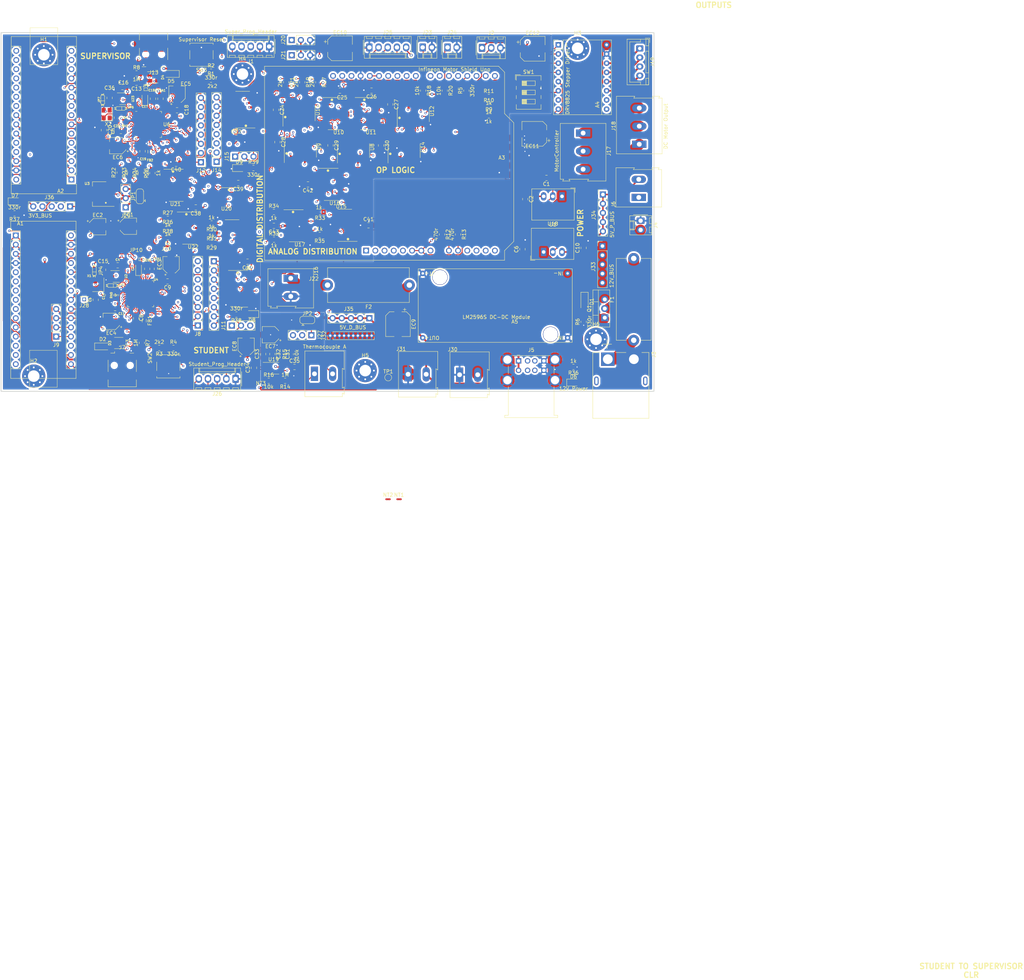
<source format=kicad_pcb>
(kicad_pcb (version 20211014) (generator pcbnew)
  (layers (0 "F.Cu" power) (1 "In1.Cu" signal) (2 "In2.Cu" signal) (31 "B.Cu" signal) (34 "B.Paste" user) (35 "F.Paste" user) (36 "B.SilkS" user "B.Silkscreen") (37 "F.SilkS" user "F.Silkscreen") (38 "B.Mask" user) (39 "F.Mask" user) (44 "Edge.Cuts" user))
  (net 0 "")
  (net 1 "/Student MCU/PROG_TX")
  (net 2 "3V3_DC_MCU")
  (net 3 "/Student MCU/PROG_RX")
  (net 5 "/Student MCU/MCU_RESET")
  (net 6 "/Student MCU/SPARE_0")
  (net 7 "GNDD")
  (net 8 "/Student MCU/SPARE_1")
  (net 9 "OE_B")
  (net 10 "/Student MCU/SPARE_2")
  (net 11 "OE_A")
  (net 12 "/Analog Sensor Buffers/A_OUT_C2")
  (net 13 "OE_IDX")
  (net 14 "LIMIT_1")
  (net 15 "/Output Logic/STUDENT_PIXEL_DATA")
  (net 16 "STU_STP_FLT")
  (net 17 "/Output Logic/STUDENT_STEP")
  (net 18 "/Analog Sensor Buffers/A_OUT_B2")
  (net 19 "/Student MCU/DC_MOTOR_DIR2")
  (net 20 "/Analog Sensor Buffers/A_OUT_A2")
  (net 21 "/Student MCU/LATCH")
  (net 23 "/Student MCU/SERVO_1")
  (net 24 "/Output Logic/STUDENT_MOTOR_PWM")
  (net 25 "/Student MCU/MOSI")
  (net 27 "/Student MCU/DC_MOTOR_DIR1")
  (net 28 "/Student MCU/SCK")
  (net 29 "/Supervisor MCU/PROG_TX")
  (net 30 "/Supervisor MCU/PROG_RX")
  (net 32 "/Supervisor MCU/MCU_RESET")
  (net 33 "/Supervisor MCU/STDNT_DC_M_DIR_2")
  (net 34 "/Supervisor MCU/STDNT_DC_M_DIR_1")
  (net 35 "/Digital Sensor Buffers/D_OUT_E1")
  (net 36 "/Supervisor MCU/STDNT_SRVO_RX_1")
  (net 37 "/Digital Sensor Buffers/D_OUT_C1")
  (net 38 "/Analog Sensor Buffers/A_OUT_C1")
  (net 39 "/Digital Sensor Buffers/D_OUT_D1")
  (net 40 "/Digital Sensor Buffers/D_OUT_A1")
  (net 41 "/Output Logic/SUPERVISOR_PIXEL_DATA")
  (net 42 "/Digital Sensor Buffers/D_OUT_F1")
  (net 43 "/Output Logic/SUPERVISOR_STEP")
  (net 44 "/Analog Sensor Buffers/A_OUT_B1")
  (net 45 "/Output Logic/MOTOR_DIR_B")
  (net 46 "/Analog Sensor Buffers/A_OUT_A1")
  (net 47 "/Supervisor MCU/LATCH")
  (net 49 "SERVO_1")
  (net 50 "/Output Logic/SUPERVISOR_MOTOR_PWM")
  (net 51 "/Supervisor MCU/MOSI")
  (net 53 "/Output Logic/MOTOR_DIR_A")
  (net 54 "/Supervisor MCU/SCK")
  (net 60 "/DC Motor Controller/IN_1")
  (net 71 "M_I_SENSE_1")
  (net 73 "M_I_SENSE_2")
  (net 74 "/DC Motor Controller/IN_2")
  (net 76 "/DC Motor Controller/ENABLE")
  (net 83 "/Output Logic/STEP_EN_OUT")
  (net 84 "MODE_0")
  (net 85 "MODE_1")
  (net 86 "MODE_2")
  (net 87 "/Output Logic/STEP_RST_OUT")
  (net 88 "/Output Logic/STEPP_STEP_OUT")
  (net 89 "/Output Logic/DIRECTION_OUT")
  (net 90 "STPPR_FAULT")
  (net 91 "Net-(A4-Pad11)")
  (net 92 "Net-(A4-Pad12)")
  (net 93 "Net-(A4-Pad13)")
  (net 94 "Net-(A4-Pad14)")
  (net 95 "GNDPWR")
  (net 96 "12V_DC_BUS")
  (net 97 "5V_DC_RPI")
  (net 98 "5V_DC_SERVO")
  (net 99 "Net-(C3-Pad1)")
  (net 100 "Net-(C5-Pad1)")
  (net 101 "Net-(C7-Pad1)")
  (net 102 "5V_DC_LED")
  (net 103 "Net-(C11-Pad2)")
  (net 104 "Net-(C13-Pad1)")
  (net 105 "/Student MCU/HSE_IN")
  (net 106 "Net-(C17-Pad1)")
  (net 107 "Net-(C20-Pad1)")
  (net 108 "Net-(C21-Pad2)")
  (net 109 "/Supervisor MCU/HSE_IN")
  (net 110 "GNDA")
  (net 111 "Net-(C31-Pad2)")
  (net 112 "Net-(C32-Pad2)")
  (net 113 "/Power Input & Distribution/01")
  (net 114 "USB_BUS")
  (net 115 "Net-(D2-Pad2)")
  (net 116 "/Student MCU/USB_P")
  (net 117 "/Student MCU/USB_N")
  (net 118 "/Supervisor MCU/USB_P")
  (net 119 "/Supervisor MCU/USB_N")
  (net 120 "Net-(D4-Pad4)")
  (net 121 "/Power Input & Distribution/02")
  (net 122 "Net-(D7-Pad1)")
  (net 123 "Net-(D8-Pad2)")
  (net 124 "Net-(D9-Pad2)")
  (net 125 "/Power Input & Distribution/5_to_3v3_reg")
  (net 126 "/Power Input & Distribution/12V_DC")
  (net 127 "/Power Input & Distribution/12V")
  (net 128 "/DC Motor Controller/HC")
  (net 129 "Net-(J2-Pad2)")
  (net 135 "Net-(J8-Pad1)")
  (net 136 "Net-(J8-Pad2)")
  (net 137 "Net-(J8-Pad3)")
  (net 138 "Net-(J8-Pad4)")
  (net 139 "Net-(J8-Pad5)")
  (net 140 "Net-(J8-Pad6)")
  (net 141 "Net-(J8-Pad7)")
  (net 142 "/Student MCU/MODE_2")
  (net 143 "/Student MCU/SPARE_3")
  (net 144 "/Output Logic/STUDENT_MOTOR_EN")
  (net 145 "/Student MCU/SHIFT_1")
  (net 146 "/Student MCU/SHIFT_2")
  (net 147 "/Student MCU/SHIFT_3")
  (net 148 "/Output Logic/STUDENT_DIRECTION")
  (net 149 "/Output Logic/STUDENT_STEP_EN")
  (net 150 "/Output Logic/STUDENT_STEP_RST")
  (net 151 "/Student MCU/SHIFT_7")
  (net 152 "Net-(J12-Pad1)")
  (net 153 "Net-(J12-Pad2)")
  (net 154 "Net-(J12-Pad3)")
  (net 155 "Net-(J12-Pad4)")
  (net 156 "Net-(J12-Pad5)")
  (net 157 "Net-(J12-Pad6)")
  (net 158 "SERVO_2")
  (net 160 "/Output Logic/SUPERVISOR_MOTOR_EN")
  (net 161 "/Output Logic/MCU_MOTOR_SELECT")
  (net 162 "/Output Logic/MCU_STEP_SELECT")
  (net 163 "/Output Logic/MCU_PIXEL_SELECT")
  (net 164 "/Output Logic/SUPERVISOR_DIRECTION")
  (net 165 "/Output Logic/SUPERVISOR_STEP_EN")
  (net 166 "/Output Logic/SUPERVISOR_STEP_RST")
  (net 167 "/Supervisor MCU/SHIFT_REG_7")
  (net 168 "/DC Motor Controller/HC3")
  (net 169 "/DC Motor Controller/HC2")
  (net 170 "/DC Motor Controller/HC1")
  (net 171 "Net-(J22-Pad1)")
  (net 172 "Net-(J22-Pad2)")
  (net 173 "/Digital Sensor Buffers/D_IN_A")
  (net 174 "/Digital Sensor Buffers/D_IN_B")
  (net 175 "/Digital Sensor Buffers/D_IN_E")
  (net 176 "/Digital Sensor Buffers/D_IN_D")
  (net 177 "/Digital Sensor Buffers/D_IN_C")
  (net 178 "Net-(J27-Pad1)")
  (net 179 "A_BUFFER_OUT_A")
  (net 180 "A_BUFFER_OUT_B")
  (net 181 "Net-(J28-Pad1)")
  (net 182 "A_BUFFER_IN")
  (net 183 "Net-(C14-Pad1)")
  (net 184 "GND")
  (net 185 "/Output Logic/PIXEL_DATA_OUT")
  (net 186 "/Student MCU/SERVO_2")
  (net 187 "/Supervisor MCU/STDNT_SRVO_RX_2")
  (net 188 "LIMIT_2")
  (net 189 "Net-(R26-Pad2)")
  (net 190 "Net-(R27-Pad2)")
  (net 191 "Net-(R28-Pad2)")
  (net 192 "Net-(R29-Pad2)")
  (net 193 "Net-(R30-Pad2)")
  (net 194 "Net-(R31-Pad2)")
  (net 195 "/Analog Sensor Buffers/DB2B")
  (net 196 "/Analog Sensor Buffers/DB4B")
  (net 197 "/Analog Sensor Buffers/DB1B")
  (net 198 "/Analog Sensor Buffers/DB3B")
  (net 199 "/Student MCU/HSE_OUT")
  (net 200 "/Supervisor MCU/HSE_OUT")
  (net 204 "/Digital Sensor Buffers/D_OUT_B1")
  (net 207 "Net-(U8-Pad2)")
  (net 208 "Net-(U10-Pad13)")
  (net 209 "Net-(U12-Pad6)")
  (net 213 "Net-(U13-Pad1)")
  (net 214 "Net-(U13-Pad2)")
  (net 215 "Net-(U13-Pad4)")
  (net 216 "Net-(U13-Pad5)")
  (net 217 "Net-(U10-Pad3)")
  (net 218 "Net-(U10-Pad4)")
  (net 219 "Net-(U10-Pad10)")
  (net 220 "Net-(U10-Pad11)")
  (net 221 "Net-(U11-Pad1)")
  (net 222 "Net-(U11-Pad10)")
  (net 223 "Net-(U11-Pad11)")
  (net 224 "Net-(U12-Pad3)")
  (net 225 "Net-(U12-Pad4)")
  (net 226 "Net-(U12-Pad10)")
  (net 227 "Net-(U12-Pad11)")
  (net 229 "/Analog Sensor Buffers/DB1")
  (net 230 "/Analog Sensor Buffers/DB2")
  (net 231 "/Analog Sensor Buffers/DB3")
  (net 232 "/Analog Sensor Buffers/A_IN_C")
  (net 233 "/Analog Sensor Buffers/DB4")
  (net 235 "Net-(U20-Pad2)")
  (net 236 "Net-(U20-Pad4)")
  (net 237 "Net-(U20-Pad6)")
  (net 238 "Net-(U20-Pad8)")
  (net 239 "Net-(U20-Pad10)")
  (net 240 "Net-(U20-Pad12)")
  (net 247 "Net-(C1A1-Pad2)")
  (net 248 "Net-(C2A1-Pad2)")
  (net 249 "Net-(C15-Pad1)")
  (net 250 "Net-(C36-Pad1)")
  (net 253 "Net-(C23-Pad1)")
  (footprint "Connector_PinHeader_2.54mm:PinHeader_1x03_P2.54mm_Vertical" (layer "F.Cu") (at 131.064 24.892 90)
    (fp_text reference "J20")
    (fp_text value "Servo_A")
  )
  (footprint "Resistor_SMD:R_0805_2012Metric_Pad1.20x1.40mm_HandSolder" (layer "F.Cu") (at 185.531 40.64)
    (fp_text reference "R11")
    (fp_text value "1k")
  )
  (footprint "Capacitor_SMD:C_0805_2012Metric_Pad1.18x1.45mm_HandSolder" (layer "F.Cu") (at 84.311733 37.905923 180)
    (fp_text reference "C16")
    (fp_text value "100n")
  )
  (footprint "Capacitor_SMD:C_0805_2012Metric_Pad1.18x1.45mm_HandSolder" (layer "F.Cu") (at 104.5805 71.12 180)
    (fp_text reference "C38")
    (fp_text value "100n")
  )
  (footprint "NetTie:NetTie-2_SMD_Pad0.5mm" (layer "F.Cu") (at 157.6832 151.7396)
    (fp_text reference "NT2")
    (fp_text value "NetTie")
  )
  (footprint "Capacitor_SMD:CP_Elec_4x5.4" (layer "F.Cu") (at 81.23 102.6075 180)
    (fp_text reference "EC4")
    (fp_text value "10u")
  )
  (footprint "Capacitor_SMD:C_0805_2012Metric_Pad1.18x1.45mm_HandSolder" (layer "F.Cu") (at 127.127 53.086 -90)
    (fp_text reference "C28")
    (fp_text value "100n")
  )
  (footprint "Connector_JST:JST_XH_B4B-XH-A_1x04_P2.50mm_Vertical" (layer "F.Cu") (at 227.22 27.218 -90)
    (fp_text reference "J19")
    (fp_text value "Stepper Motor Output")
  )
  (footprint "Capacitor_SMD:C_0805_2012Metric_Pad1.18x1.45mm_HandSolder" (layer "F.Cu") (at 123.19 111.633 90)
    (fp_text reference "C33")
    (fp_text value "100n")
  )
  (footprint "Fuse:Fuseholder_Cylinder-5x20mm_Stelvio-Kontek_PTF78_Horizontal_Open" (layer "F.Cu") (at 163.576 92.583 180)
    (fp_text reference "F2")
    (fp_text value "2A")
  )
  (footprint "Capacitor_SMD:CP_Elec_6.3x7.7" (layer "F.Cu") (at 160.434 103.378 -90)
    (fp_text reference "EC9")
    (fp_text value "100u")
  )
  (footprint "Package_SO:SOIC-16_3.9x9.9mm_P1.27mm" (layer "F.Cu") (at 117.523493 44.128923 180)
    (fp_text reference "U7")
    (fp_text value "4094")
  )
  (footprint "Resistor_SMD:R_0805_2012Metric_Pad1.20x1.40mm_HandSolder" (layer "F.Cu") (at 138.795 78.74 180)
    (fp_text reference "R35")
    (fp_text value "1k")
  )
  (footprint "Capacitor_SMD:C_0805_2012Metric_Pad1.18x1.45mm_HandSolder" (layer "F.Cu") (at 99.402973 44.28948)
    (fp_text reference "C18")
    (fp_text value "100n")
  )
  (footprint "TerminalBlock:TerminalBlock_Altech_AK300-2_P5.00mm" (layer "F.Cu") (at 163.224 117.221)
    (fp_text reference "J31")
    (fp_text value "5V_DC_RPI")
  )
  (footprint "Resistor_SMD:R_0805_2012Metric_Pad1.20x1.40mm_HandSolder" (layer "F.Cu") (at 98.42 109.95)
    (fp_text reference "R4")
    (fp_text value "330r")
  )
  (footprint "000_Connectors_Immo:SolderJumper-3_P1.3mm_Bridged12_RoundedPad1.0x1.5mm_NumberLabels" (layer "F.Cu") (at 83.845473 43.78148)
    (fp_text reference "JP6")
    (fp_text value "Xtal/IC")
  )
  (footprint "TerminalBlock:TerminalBlock_Altech_AK300-3_P5.00mm" (layer "F.Cu") (at 211.572 50.585 -90)
    (fp_text reference "J17")
    (fp_text value "MotorController")
  )
  (footprint "Connector_PinHeader_2.54mm:PinHeader_1x03_P2.54mm_Vertical" (layer "F.Cu") (at 115.448233 57.082923 90)
    (fp_text reference "J15")
    (fp_text value "SPI Supervisor")
  )
  (footprint "Connector_Molex:Molex_KK-254_AE-6410-02A_1x02_P2.54mm_Vertical" (layer "F.Cu") (at 174.117 26.924)
    (fp_text reference "J24")
    (fp_text value "limit_switch_B")
  )
  (footprint "Capacitor_SMD:C_0805_2012Metric_Pad1.18x1.45mm_HandSolder" (layer "F.Cu") (at 83.0085 87.1135 180)
    (fp_text reference "C4")
    (fp_text value "100n")
  )
  (footprint "Resistor_SMD:R_0805_2012Metric_Pad1.20x1.40mm_HandSolder" (layer "F.Cu") (at 126.189 80.01)
    (fp_text reference "R32")
    (fp_text value "1k")
  )
  (footprint "Capacitor_SMD:C_0805_2012Metric_Pad1.18x1.45mm_HandSolder" (layer "F.Cu") (at 126.746 44.1745 -90)
    (fp_text reference "C24")
    (fp_text value "100n")
  )
  (footprint "Diode_SMD:D_MiniMELF" (layer "F.Cu") (at 211.963 97.127 -90)
    (fp_text reference "D1")
    (fp_text value "BZV55B9V1")
  )
  (footprint "Converter_DCDC:Converter_DCDC_RECOM_R-78E-0.5_THT" (layer "F.Cu") (at 205.74 68.072 180)
    (fp_text reference "U18")
    (fp_text value "R-78C5.0-1.0")
  )
  (footprint "Capacitor_SMD:C_0805_2012Metric_Pad1.18x1.45mm_HandSolder" (layer "F.Cu") (at 82.296 98.933)
    (fp_text reference "C11")
    (fp_text value "100n")
  )
  (footprint "Connector_PinHeader_2.54mm:PinHeader_1x04_P2.54mm_Vertical" (layer "F.Cu") (at 66.022 106.7985 180)
    (fp_text reference "J9")
    (fp_text value "Spare Student GPIOs")
  )
  (footprint "Capacitor_SMD:C_0805_2012Metric_Pad1.18x1.45mm_HandSolder" (layer "F.Cu") (at 99.1465 59.055 180)
    (fp_text reference "C40")
    (fp_text value "100n")
  )
  (footprint "Connector_Molex:Molex_KK-254_AE-6410-02A_1x02_P2.54mm_Vertical" (layer "F.Cu") (at 167.259 26.924)
    (fp_text reference "J23")
    (fp_text value "limit_switch_A")
  )
  (footprint "Connector_PinHeader_2.54mm:PinHeader_1x08_P2.54mm_Vertical" (layer "F.Cu") (at 110.324973 58.51348 180)
    (fp_text reference "J14")
    (fp_text value "ShiftReg_Header")
  )
  (footprint "Capacitor_SMD:C_0805_2012Metric_Pad1.18x1.45mm_HandSolder" (layer "F.Cu") (at 88.11 101.74 -90)
    (fp_text reference "C8")
    (fp_text value "100n")
  )
  (footprint "Capacitor_SMD:C_0805_2012Metric_Pad1.18x1.45mm_HandSolder" (layer "F.Cu") (at 211.709 82.3175 90)
    (fp_text reference "C10")
    (fp_text value "22u")
  )
  (footprint "TerminalBlock:TerminalBlock_Altech_AK300-2_P5.00mm" (layer "F.Cu") (at 177.448 117.348)
    (fp_text reference "J30")
    (fp_text value "12V_DC")
  )
  (footprint "Connector_PinHeader_1.27mm:PinHeader_1x10_P1.27mm_Vertical" (layer "F.Cu") (at 141.722 106.553 90)
    (fp_text reference "J32")
    (fp_text value "GND_BUS")
  )
  (footprint "Resistor_SMD:R_0805_2012Metric_Pad1.20x1.40mm_HandSolder" (layer "F.Cu") (at 120.512233 60.257923)
    (fp_text reference "R39")
    (fp_text value "330r")
  )
  (footprint "Resistor_SMD:R_0805_2012Metric_Pad1.20x1.40mm_HandSolder" (layer "F.Cu") (at 129.54 36.56 -90)
    (fp_text reference "R21")
    (fp_text value "2k7")
  )
  (footprint "Connector_Molex:Molex_KK-254_AE-6410-05A_1x05_P2.54mm_Vertical" (layer "F.Cu") (at 115.57 118.491 180)
    (fp_text reference "J26")
    (fp_text value "Student_Prog_Header")
  )
  (footprint "Resistor_SMD:R_0805_2012Metric_Pad1.20x1.40mm_HandSolder" (layer "F.Cu") (at 96.855 74.295)
    (fp_text reference "R27")
    (fp_text value "1k")
  )
  (footprint "Package_SO:SOIC-14_3.9x8.7mm_P1.27mm" (layer "F.Cu") (at 148.144 55.437 90)
    (fp_text reference "U8")
    (fp_text value "4069")
  )
  (footprint "Capacitor_SMD:C_0805_2012Metric_Pad1.18x1.45mm_HandSolder" (layer "F.Cu") (at 120.65 115.443 90)
    (fp_text reference "C34")
    (fp_text value "100n")
  )
  (footprint "Jumper:SolderJumper-3_P1.3mm_Bridged12_RoundedPad1.0x1.5mm" (layer "F.Cu") (at 89.154 68.072 90)
    (fp_text reference "JP1")
    (fp_text value "3V3 PWR SRC")
  )
  (footprint "Oscillator:Oscillator_SMD_Abracon_ASE-4Pin_3.2x2.5mm" (layer "F.Cu") (at 79.971973 45.33948 90)
    (fp_text reference "X2")
    (fp_text value "ASEK-xxxMHz")
  )
  (footprint "Connector_PinHeader_2.54mm:PinHeader_1x03_P2.54mm_Vertical" (layer "F.Cu") (at 85.217 71.12 180)
    (fp_text reference "J29")
    (fp_text value "3V3 PWR SRC")
  )
  (footprint "Package_SO:SOIC-14_3.9x8.7mm_P1.27mm" (layer "F.Cu") (at 133.096 45.277 90)
    (fp_text reference "U13")
    (fp_text value "74HC86")
  )
  (footprint "Capacitor_SMD:C_0805_2012Metric_Pad1.18x1.45mm_HandSolder" (layer "F.Cu") (at 118.8755 86.1075 180)
    (fp_text reference "C12")
    (fp_text value "100n")
  )
  (footprint "Resistor_SMD:R_0805_2012Metric_Pad1.20x1.40mm_HandSolder" (layer "F.Cu") (at 138.889 72.39 180)
    (fp_text reference "R33")
    (fp_text value "1k")
  )
  (footprint "Resistor_SMD:R_0805_2012Metric_Pad1.20x1.40mm_HandSolder" (layer "F.Cu") (at 129.27 119.0205 180)
    (fp_text reference "R14")
    (fp_text value "1M")
  )
  (footprint "Resistor_SMD:R_0805_2012Metric_Pad1.20x1.40mm_HandSolder" (layer "F.Cu") (at 94.483 109.95 180)
    (fp_text reference "R3")
    (fp_text value "2k2")
  )
  (footprint "Capacitor_SMD:C_0805_2012Metric_Pad1.18x1.45mm_HandSolder" (layer "F.Cu") (at 92.770354 41.11448 90)
    (fp_text reference "C1B1")
    (fp_text value "100n")
  )
  (footprint "TerminalBlock:TerminalBlock_Altech_AK300-2_P5.00mm" (layer "F.Cu") (at 137.367 117.094)
    (fp_text reference "J22")
    (fp_text value "Thermocouple A")
  )
  (footprint "MountingHole:MountingHole_3.2mm_M3_Pad_Via" (layer "F.Cu") (at 151.384 116.205)
    (fp_text reference "H5")
    (fp_text value "MountingHole")
  )
  (footprint "Capacitor_Tantalum_SMD:CP_EIA-2012-12_Kemet-R_Pad1.30x1.05mm_HandSolder" (layer "F.Cu") (at 88.783757 88.0435 90)
    (fp_text reference "C7")
    (fp_text value "1u")
  )
  (footprint "Connector_PinHeader_2.54mm:PinHeader_1x03_P2.54mm_Vertical" (layer "F.Cu") (at 131.079 29.083 90)
    (fp_text reference "J21")
    (fp_text value "Servo_B")
  )
  (footprint "Capacitor_SMD:C_0805_2012Metric_Pad1.18x1.45mm_HandSolder" (layer "F.Cu") (at 144.399 38.862 180)
    (fp_text reference "C25")
    (fp_text value "100n")
  )
  (footprint "Capacitor_SMD:CP_Elec_4x5.4" (layer "F.Cu") (at 83.019973 54.06848 180)
    (fp_text reference "EC6")
    (fp_text value "10u")
  )
  (footprint "Module:LM2596S DC-DC Module" (layer "F.Cu") (at 188.2394 102.0572 180)
    (fp_text reference "A5")
    (fp_text value "LM2596S DC-DC Module")
  )
  (footprint "TestPoint:TestPoint_Pad_D1.5mm" (layer "F.Cu") (at 157.734 118.11)
    (fp_text reference "TP1")
    (fp_text value "GND")
  )
  (footprint "Connector_Molex:Molex_KK-254_AE-6410-03A_1x03_P2.54mm_Vertical" (layer "F.Cu") (at 183.642 27.051)
    (fp_text reference "J2")
    (fp_text value "WS2821B Header")
  )
  (footprint "Resistor_SMD:R_0805_2012Metric_Pad1.20x1.40mm_HandSolder" (layer "F.Cu") (at 108.95 75.565 180)
    (fp_text reference "R30")
    (fp_text value "1k")
  )
  (footprint "Capacitor_SMD:C_0805_2012Metric_Pad1.18x1.45mm_HandSolder" (layer "F.Cu") (at 94.830973 41.11448 -90)
    (fp_text reference "C1A1")
    (fp_text value "100p")
  )
  (footprint "Resistor_SMD:R_0805_2012Metric_Pad1.20x1.40mm_HandSolder" (layer "F.Cu") (at 109.015 78.105 180)
    (fp_text reference "R31")
    (fp_text value "1k")
  )
  (footprint "Capacitor_SMD:CP_Elec_4x5.4" (layer "F.Cu") (at 97.762 86.9645 90)
    (fp_text reference "EC3")
    (fp_text value "10u")
  )
  (footprint "Capacitor_SMD:C_0805_2012Metric_Pad1.18x1.45mm_HandSolder" (layer "F.Cu") (at 96.774 91.567 180)
    (fp_text reference "C9")
    (fp_text value "100n")
  )
  (footprint "Fuse:Fuseholder_Cylinder-5x20mm_Stelvio-Kontek_PTF78_Horizontal_Open" (layer "F.Cu") (at 225.552 107.823 90)
    (fp_text reference "F1")
    (fp_text value "20A")
  )
  (footprint "NetTie:NetTie-2_SMD_Pad0.5mm" (layer "F.Cu") (at 122.547 120.904)
    (fp_text reference "NT3")
    (fp_text value "NetTie")
  )
  (footprint "Resistor_SMD:R_0805_2012Metric_Pad1.20x1.40mm_HandSolder" (layer "F.Cu") (at 82.522 95.3685 90)
    (fp_text reference "R40")
    (fp_text value "0r")
  )
  (footprint "Jumper:SolderJumper-3_P1.3mm_Bridged12_RoundedPad1.0x1.5mm" (layer "F.Cu") (at 135.382 102.235)
    (fp_text reference "JP2")
    (fp_text value "A_BUF_GND")
  )
  (footprint "Connector_PinHeader_2.54mm:PinHeader_1x08_P2.54mm_Vertical" (layer "F.Cu") (at 109.583 85.9955)
    (fp_text reference "J10")
    (fp_text value "ShiftReg_Header")
  )
  (footprint "Capacitor_SMD:C_0805_2012Metric_Pad1.18x1.45mm_HandSolder" (layer "F.Cu") (at 125.73 111.633 -90)
    (fp_text reference "C32")
    (fp_text value "100n")
  )
  (footprint "Resistor_SMD:R_0805_2012Metric_Pad1.20x1.40mm_HandSolder" (layer "F.Cu") (at 92.588233 61.638923 90)
    (fp_text reference "R25")
    (fp_text value "1k")
  )
  (footprint "MountingHole:MountingHole_3.2mm_M3_Pad_Via" (layer "F.Cu") (at 62.611 28.956)
    (fp_text reference "H1")
    (fp_text value "MountingHole")
  )
  (footprint "Capacitor_SMD:C_0805_2012Metric_Pad1.18x1.45mm_HandSolder" (layer "F.Cu") (at 89.877973 55.61398 90)
    (fp_text reference "C19")
    (fp_text value "100n")
  )
  (footprint "TerminalBlock:TerminalBlock_Altech_AK300-2_P5.00mm" (layer "F.Cu") (at 130.81 90.707 -90)
    (fp_text reference "J16")
    (fp_text value "MotorController_PWR_IP")
  )
  (footprint "Capacitor_SMD:C_0805_2012Metric_Pad1.18x1.45mm_HandSolder" (layer "F.Cu") (at 131.8475 115.2105)
    (fp_text reference "C35")
    (fp_text value "100n")
  )
  (footprint "Capacitor_SMD:C_0805_2012Metric_Pad1.18x1.45mm_HandSolder" (layer "F.Cu") (at 79.209973 49.77198 -90)
    (fp_text reference "C20")
    (fp_text value "10n")
  )
  (footprint "TerminalBlock:TerminalBlock_Altech_AK300-3_P5.00mm" (layer "F.Cu") (at 227.086 53.682 90)
    (fp_text reference "J18")
    (fp_text value "DC Motor Output")
  )
  (footprint "Connector_PinHeader_2.54mm:PinHeader_1x05_P2.54mm_Vertical" (layer "F.Cu") (at 216.916 81.793)
    (fp_text reference "J33")
    (fp_text value "12V_BUS")
  )
  (footprint "MountingHole:MountingHole_3.2mm_M3_Pad_Via" (layer "F.Cu") (at 59.817 117.729)
    (fp_text reference "H2")
    (fp_text value "MountingHole")
  )
  (footprint "Diode_SMD:D_0805_2012Metric_Pad1.15x1.40mm_HandSolder" (layer "F.Cu") (at 116.582233 60.257923)
    (fp_text reference "D9")
    (fp_text value "Yellow")
  )
  (footprint "Resistor_SMD:R_0805_2012Metric_Pad1.20x1.40mm_HandSolder" (layer "F.Cu") (at 108.95 80.645 180)
    (fp_text reference "R29")
    (fp_text value "1k")
  )
  (footprint "Resistor_SMD:R_0805_2012Metric_Pad1.20x1.40mm_HandSolder" (layer "F.Cu") (at 208.899 115.189 180)
    (fp_text reference "R36")
    (fp_text value "1k")
  )
  (footprint "Package_SO:SOIC-14_3.9x8.7mm_P1.27mm" (layer "F.Cu") (at 164.654 45.5095 90)
    (fp_text reference "U12")
    (fp_text value "4081")
  )
  (footprint "000_Connectors_Immo:SolderJumper-3_P1.3mm_Bridged12_RoundedPad1.0x1.5mm_NumberLabels" (layer "F.Cu") (at 81.506 92.7015)
    (fp_text reference "JP3")
    (fp_text value "Xtal/IC")
  )
  (footprint "Capacitor_SMD:C_0805_2012Metric_Pad1.18x1.45mm_HandSolder" (layer "F.Cu") (at 126.1515 76.2 180)
    (fp_text reference "C43")
    (fp_text value "100n")
  )
  (footprint "Resistor_SMD:R_0805_2012Metric_Pad1.20x1.40mm_HandSolder" (layer "F.Cu") (at 89.413233 61.511923 90)
    (fp_text reference "R24")
    (fp_text value "1k")
  )
  (footprint "Resistor_SMD:R_0805_2012Metric_Pad1.20x1.40mm_HandSolder" (layer "F.Cu") (at 85.051973 46.30548 90)
    (fp_text reference "R41")
    (fp_text value "0r")
  )
  (footprint "Capacitor_Tantalum_SMD:CP_EIA-2012-12_Kemet-R_Pad1.30x1.05mm_HandSolder" (layer "F.Cu") (at 90.512973 41.11448 90)
    (fp_text reference "C17")
    (fp_text value "1u")
  )
  (footprint "Capacitor_SMD:C_0805_2012Metric_Pad1.18x1.45mm_HandSolder" (layer "F.Cu") (at 83.887473 50.00448)
    (fp_text reference "C21")
    (fp_text value "100n")
  )
  (footprint "Module:Arduino_Nano" (layer "F.Cu") (at 70.231 63.432923 180)
    (fp_text reference "A2")
    (fp_text value "Arduino_Nano_33_IoT")
  )
  (footprint "Package_TO_SOT_SMD:SOT-23-5_HandSoldering" (layer "F.Cu") (at 84.416973 41.11448)
    (fp_text reference "U23")
    (fp_text value "TCYSH14F")
  )
  (footprint "Resistor_SMD:R_0805_2012Metric_Pad1.20x1.40mm_HandSolder" (layer "F.Cu") (at 211.709 102.727 90)
    (fp_text reference "R6")
    (fp_text value "330r")
  )
  (footprint "Diode_SMD:D_0805_2012Metric_Pad1.15x1.40mm_HandSolder" (layer "F.Cu") (at 120.115 100.5855 180)
    (fp_text reference "D8")
    (fp_text value "Yellow")
  )
  (footprint "Package_SO:SOIC-14_3.9x8.7mm_P1.27mm" (layer "F.Cu") (at 143.064 45.212)
    (fp_text reference "U10")
    (fp_text value "4081")
  )
  (footprint "Resistor_SMD:R_0805_2012Metric_Pad1.20x1.40mm_HandSolder" (layer "F.Cu") (at 115.79 100.7125 180)
    (fp_text reference "R38")
    (fp_text value "330r")
  )
  (footprint "Resistor_SMD:R_0805_2012Metric_Pad1.20x1.40mm_HandSolder" (layer "F.Cu") (at 96.855 76.835)
    (fp_text reference "R26")
    (fp_text value "1k")
  )
  (footprint "Capacitor_SMD:CP_Elec_4x5.4" (layer "F.Cu") (at 125.2 106.299 180)
    (fp_text reference "EC7")
    (fp_text value "10u")
  )
  (footprint "Capacitor_SMD:C_0805_2012Metric_Pad1.18x1.45mm_HandSolder" (layer "F.Cu") (at 116.3105 64.389 180)
    (fp_text reference "C39")
    (fp_text value "100n")
  )
  (footprint "Capacitor_SMD:CP_Elec_6.3x7.7" (layer "F.Cu") (at 144.432 27.178)
    (fp_text reference "EC10")
    (fp_text value "100u")
  )
  (footprint "Connector_PinHeader_2.54mm:PinHeader_1x05_P2.54mm_Vertical" (layer "F.Cu") (at 69.85 70.866 -90)
    (fp_text reference "J36")
    (fp_text value "3V3_BUS")
  )
  (footprint "Capacitor_SMD:C_0805_2012Metric_Pad1.18x1.45mm_HandSolder" (layer "F.Cu") (at 141.794 53.9995 -90)
    (fp_text reference "C29")
    (fp_text value "100n")
  )
  (footprint "Resistor_SMD:R_0805_2012Metric_Pad1.20x1.40mm_HandSolder" (layer "F.Cu") (at 172.593 78.597 -90)
    (fp_text reference "R12")
    (fp_text value "470r")
  )
  (footprint "Package_TO_SOT_SMD:SOT-143" (layer "F.Cu") (at 92.973973 35.20348)
    (fp_text reference "D4")
    (fp_text value "PRTR5V0U2X")
  )
  (footprint "Resistor_SMD:R_0805_2012Metric_Pad1.20x1.40mm_HandSolder" (layer "F.Cu") (at 89.687 108.5365 -90)
    (fp_text reference "R7")
    (fp_text value "1M")
  )
  (footprint "Package_TO_SOT_SMD:SOT-143" (layer "F.Cu") (at 83.294 108.5865 180)
    (fp_text reference "D3")
    (fp_text value "PRTR5V0U2X")
  )
  (footprint "Capacitor_SMD:CP_Elec_6.3x7.7" (layer "F.Cu") (at 198.087 50.8 180)
    (fp_text reference "EC11")
    (fp_text value "100u")
  )
  (footprint "Resistor_SMD:R_0805_2012Metric_Pad1.20x1.40mm_HandSolder" (layer "F.Cu") (at 108.784973 35.84448)
    (fp_text reference "R1")
    (fp_text value "2k2")
  )
  (footprint "Capacitor_SMD:C_0805_2012Metric_Pad1.18x1.45mm_HandSolder" (layer "F.Cu") (at 135.568 64.77 180)
    (fp_text reference "C42")
    (fp_text value "100n")
  )
  (footprint "Connector_PinHeader_1.27mm:PinHeader_1x01_P1.27mm_Vertical" (layer "F.Cu") (at 73.769 96.5215 180)
    (fp_text reference "J28")
    (fp_text value "student_PA03")
  )
  (footprint "Resistor_SMD:R_0805_2012Metric_Pad1.20x1.40mm_HandSolder" (layer "F.Cu") (at 167.386 38.862 -90)
    (fp_text reference "R18")
    (fp_text value "10k")
  )
  (footprint "Package_TO_SOT_SMD:SOT-223-3_TabPin2" (layer "F.Cu") (at 77.953 67.437 180)
    (fp_text reference "U3")
    (fp_text value "AMS1117-3.3")
  )
  (footprint "Capacitor_SMD:C_0805_2012Metric_Pad1.18x1.45mm_HandSolder" (layer "F.Cu") (at 155.764 53.9995 -90)
    (fp_text reference "C30")
    (fp_text value "100n")
  )
  (footprint "Capacitor_SMD:C_0805_2012Metric_Pad1.18x1.45mm_HandSolder" (layer "F.Cu") (at 87.528 108.499 90)
    (fp_text reference "C3")
    (fp_text value "4n7")
  )
  (footprint "Capacitor_SMD:C_0805_2012Metric_Pad1.18x1.45mm_HandSolder" (layer "F.Cu") (at 88.215973 36.66648 180)
    (fp_text reference "C13")
    (fp_text value "4n7")
  )
  (footprint "Package_SO:SOIC-14_3.9x8.7mm_P1.27mm" (layer "F.Cu") (at 102.87 76.835)
    (fp_text reference "U22")
    (fp_text value "74LS07")
  )
  (footprint "Resistor_SMD:R_0805_2012Metric_Pad1.20x1.40mm_HandSolder" (layer "F.Cu") (at 133.985 36.56 -90)
    (fp_text reference "R19")
    (fp_text value "2k7")
  )
  (footprint "Resistor_SMD:R_0805_2012Metric_Pad1.20x1.40mm_HandSolder" (layer "F.Cu") (at 124.73 119.0205)
    (fp_text reference "R16")
    (fp_text value "10k")
  )
  (footprint "Converter_DCDC:Converter_DCDC_RECOM_R-78E-0.5_THT" (layer "F.Cu") (at 200.66 83.439)
    (fp_text reference "U1")
    (fp_text value "R-78C5.0-1.0")
  )
  (footprint "Package_TO_SOT_SMD:SOT-23-5_HandSoldering" (layer "F.Cu") (at 82.616444 90.186027)
    (fp_text reference "U2")
    (fp_text value "TCYSH14F")
  )
  (footprint "Resistor_SMD:R_0805_2012Metric_Pad1.20x1.40mm_HandSolder" (layer "F.Cu") (at 96.855 79.375)
    (fp_text reference "R28")
    (fp_text value "1k")
  )
  (footprint "Capacitor_SMD:C_0805_2012Metric_Pad1.18x1.45mm_HandSolder" (layer "F.Cu") (at 153.1215 38.862 180)
    (fp_text reference "C26")
    (fp_text value "100n")
  )
  (footprint "Connector_AMASS:AMASS_XT60PW-M" (layer "F.Cu") (at 221.996 119.05225 180)
    (fp_text reference "J3")
    (fp_text value "XT60_60A_male")
  )
  (footprint "Package_SO:MSOP-8_3x3mm_P0.65mm" (layer "F.Cu") (at 126.07 115.5505)
    (fp_text reference "U19")
    (fp_text value "AD8497")
  )
  (footprint "Package_SO:SOIC-14_3.9x8.7mm_P1.27mm" (layer "F.Cu") (at 114.619 70.104)
    (fp_text reference "U20")
    (fp_text value "74LS07")
  )
  (footprint "Capacitor_SMD:C_0805_2012Metric_Pad1.18x1.45mm_HandSolder" (layer "F.Cu") (at 91.158 88.108 90)
    (fp_text reference "C2B1")
    (fp_text value "100n")
  )
  (footprint "Resistor_SMD:R_0805_2012Metric_Pad1.20x1.40mm_HandSolder" (layer "F.Cu") (at 86.492233 61.511923 90)
    (fp_text reference "R23")
    (fp_text value "1k")
  )
  (footprint "Connector_Molex:Molex_KK-254_AE-6410-05A_1x05_P2.54mm_Vertical" (layer "F.Cu") (at 124.841 26.67 180)
    (fp_text reference "J1")
    (fp_text value "Super_Prog_Header")
  )
  (footprint "Resistor_SMD:R_0805_2012Metric_Pad1.20x1.40mm_HandSolder" (layer "F.Cu") (at 108.816973 33.62148)
    (fp_text reference "R2")
    (fp_text value "330r")
  )
  (footprint "Capacitor_SMD:C_0805_2012Metric_Pad1.18x1.45mm_HandSolder" (layer "F.Cu") (at 158.304 42.672 -90)
    (fp_text reference "C27")
    (fp_text value "100n")
  )
  (footprint "Button_Switch_SMD:SW_Push_1P1T_NO_CK_KSC6xxJ" (layer "F.Cu") (at 97.007 115.03 180)
    (fp_text reference "SW2")
    (fp_text value "Student Reset")
  )
  (footprint "Module:Arduino_Nano" (layer "F.Cu") (at 54.856 78.8685)
    (fp_text reference "A1")
    (fp_text value "Arduino_Nano_33_IoT")
  )
  (footprint "Capacitor_SMD:C_0805_2012Metric_Pad1.18x1.45mm_HandSolder" (layer "F.Cu") (at 128.27 111.633 -90)
    (fp_text reference "C31")
    (fp_text value "100n")
  )
  (footprint "Package_DFN_QFN:QFN-48-1EP_7x7mm_P0.5mm_EP5.15x5.15mm" (layer "F.Cu") (at 89.38 94.9875)
    (fp_text reference "U4")
    (fp_text value "ATSAMD21G18A-M")
  )
  (footprint "Connector_USB:USB_Mini-B_Lumberg_2486_01_Horizontal" (layer "F.Cu") (at 84.264 114.7765)
    (fp_text reference "J7")
    (fp_text value "USB_B_Mini")
  )
  (footprint "Package_SO:SOIC-14_3.9x8.7mm_P1.27mm" (layer "F.Cu") (at 162.114 55.437 90)
    (fp_text reference "U14")
    (fp_text value "74HC86")
  )
  (footprint "Capacitor_SMD:CP_Elec_4x5.4" (layer "F.Cu") (at 85.957 76.327)
    (fp_text reference "EC1")
    (fp_text value "10u")
  )
  (footprint "Module:Infineon Motor Sheild hiddenPins" (layer "F.Cu") (at 131.953 63.373 90)
    (fp_text reference "A3")
    (fp_text value "Infineon Motor Shield Uno")
  )
  (footprint "Capacitor_SMD:CP_Elec_4x5.4" (layer "F.Cu") (at 99.402973 39.84448 90)
    (fp_text reference "EC5")
    (fp_text value "10u")
  )
  (footprint "Resistor_SMD:R_0805_2012Metric_Pad1.20x1.40mm_HandSolder" (layer "F.Cu") (at 130.81 111.6705 90)
    (fp_text reference "R15")
    (fp_text value "10k")
  )
  (footprint "000_Connectors_Immo:SolderJumper-3_P1.3mm_Bridged12_RoundedPad1.0x1.5mm_NumberLabels" (layer "F.Cu") (at 78.872233 41.400454 -90)
    (fp_text reference "JP7")
    (fp_text value "Xtal/IC")
  )
  (footprint "Capacitor_SMD:CP_Elec_4x5.4" (layer "F.Cu") (at 118.491 109.474 90)
    (fp_text reference "EC8")
    (fp_text value "10u")
  )
  (footprint "Oscillator:Oscillator_SMD_Abracon_ASE-4Pin_3.2x2.5mm" (layer "F.Cu") (at 77.632 92.4815 90)
    (fp_text reference "X1")
    (fp_text value "ASEK-xxxMHz")
  )
  (footprint "Diode_SMD:Nexperia_CFP3_SOD-123W" (layer "F.Cu") (at 97.753973 34.25348 180)
    (fp_text reference "D5")
    (fp_text value "PMEG6020ER")
  )
  (footprint "NetTie:NetTie-2_SMD_Pad0.5mm" (layer "F.Cu") (at 160.7332 151.7396)
    (fp_text reference "NT1")
    (fp_text value "NetTie")
  )
  (footprint "Package_SO:SOIC-14_3.9x8.7mm_P1.27mm" (layer "F.Cu") (at 133.477 55.3285 90)
    (fp_text reference "U9")
    (fp_text value "4081")
  )
  (footprint "Capacitor_SMD:C_0805_2012Metric_Pad1.18x1.45mm_HandSolder" (layer "F.Cu") (at 152.2945 76.073)
    (fp_text reference "C41")
    (fp_text value "100n")
  )
  (footprint "Package_TO_SOT_THT:TO-220-3_Vertical" (layer "F.Cu") (at 217.551 101.6 90)
    (fp_text reference "Q1")
    (fp_text value "IRF5305_PBF")
  )
  (footprint "Connector_Molex:Molex_KK-254_AE-6410-05A_1x05_P2.54mm_Vertical" (layer "F.Cu") (at 152.527 26.924)
    (fp_text reference "J25")
    (fp_text value "Optical Encoder")
  )
  (footprint "Inductor_SMD:L_0805_2012Metric_Pad1.05x1.20mm_HandSolder" (layer "F.Cu") (at 90.3224 102.4128 -90)
    (fp_text reference "FB1")
    (fp_text value "BLM18PG471")
  )
  (footprint "Capacitor_SMD:C_0805_2012Metric_Pad1.18x1.45mm_HandSolder" (layer "F.Cu") (at 194.818 82.677 90)
    (fp_text reference "C6")
    (fp_text value "10u")
  )
  (footprint "Resistor_SMD:R_0805_2012Metric_Pad1.20x1.40mm_HandSolder" (layer "F.Cu") (at 177.038 78.597 -90)
    (fp_text reference "R13")
    (fp_text value "470r")
  )
  (footprint "Package_SO:SOIC-14_3.9x8.7mm_P1.27mm" (layer "F.Cu") (at 99.187 65.024)
    (fp_text reference "U21")
    (fp_text value "74LS07")
  )
  (footprint "Resistor_SMD:R_0805_2012Metric_Pad1.20x1.40mm_HandSolder" (layer "F.Cu") (at 173.355 38.878 -90)
    (fp_text reference "R20")
    (fp_text value "10k")
  )
  (footprint "Package_DFN_QFN:QFN-48-1EP_7x7mm_P0.5mm_EP5.15x5.15mm" (layer "F.Cu") (at 91.518973 48.21648)
    (fp_text reference "U6")
    (fp_text value "ATSAMD21G18A-M")
  )
  (footprint "Package_SO:SOIC-16_3.9x9.9mm_P1.27mm" (layer "F.Cu") (at 117.011 93.6005)
    (fp_text reference "U5")
    (fp_text value "4094")
  )
  (footprint "Resistor_SMD:R_0805_2012Metric_Pad1.20x1.40mm_HandSolder" (layer "F.Cu") (at 185.531 45.72)
    (fp_text reference "R9")
    (fp_text value "1k")
  )
  (footprint "Connector_PinHeader_2.54mm:PinHeader_1x03_P2.54mm_Vertical" (layer "F.Cu") (at 136.51 106.426 -90)
    (fp_text reference "J27")
    (fp_text value "Analog Buffer")
  )
  (footprint "Connector_PinHeader_2.54mm:PinHeader_1x03_P2.54mm_Vertical" (layer "F.Cu") (at 114.536 103.7605 90)
    (fp_text reference "J11")
    (fp_text value "SPI Student")
  )
  (footprint "Package_SO:SOIC-14_3.9x8.7mm_P1.27mm" (layer "F.Cu") (at 132.334 76.2)
    (fp_text reference "U17")
    (fp_text value "NCS20074D")
  )
  (footprint "Resistor_SMD:R_0805_2012Metric_Pad1.20x1.40mm_HandSolder" (layer "F.Cu") (at 138.43 36.56 -90)
    (fp_text reference "R17")
    (fp_text value "2k7")
  )
  (footprint "Connector_PinHeader_2.54mm:PinHeader_1x08_P2.54mm_Vertical" (layer "F.Cu") (at 105.138 103.7455 180)
    (fp_text reference "J8")
    (fp_text value "MCU_Header")
  )
  (footprint "MountingHole:MountingHole_3.2mm_M3_Pad_Via" (layer "F.Cu") (at 215.138 107.569)
    (fp_text reference "H6")
    (fp_text value "MountingHole")
  )
  (footprint "000_Connectors_Immo:SolderJumper-2_P1.3mm_Open_Pad1.0x1.5mm" (layer "F.Cu") (at 89.38 85.4625)
    (fp_text reference "JP10")
    (fp_text value "Reset Jumper")
  )
  (footprint "Button_Switch_SMD:SW_DIP_SPSTx03_Slide_6.7x9.18mm_W6.73mm_P2.54mm_LowProfile_JPin" (layer "F.Cu") (at 196.532 39.37)
    (fp_text reference "SW1")
    (fp_text value "Stepper_Mode")
  )
  (footprint "Diode_SMD:D_0805_2012Metric_Pad1.15x1.40mm_HandSolder" (layer "F.Cu") (at 208.915 119.507)
    (fp_text reference "D6")
    (fp_text value "12V Power")
  )
  (footprint "MountingHole:MountingHole_3.2mm_M3_Pad_Via" (layer "F.Cu") (at 210.058 27.178)
    (fp_text reference "H3")
    (fp_text value "MountingHole")
  )
  (footprint "Connector_PinHeader_2.54mm:PinHeader_1x05_P2.54mm_Vertical" (layer "F.Cu") (at 217.043 67.564)
    (fp_text reference "J34")
    (fp_text value "5V_P_BUS")
  )
  (footprint "Resistor_SMD:R_0805_2012Metric_Pad1.20x1.40mm_HandSolder" (layer "F.Cu") (at 126.1515 72.39)
    (fp_text reference "R34")
    (fp_text value "1k")
  )
  (footprint "Diode_SMD:D_0805_2012Metric_Pad1.15x1.40mm_HandSolder" (layer "F.Cu") (at 54.601 69.469)
    (fp_text reference "D7")
    (fp_text value "3V3 Power")
  )
  (footprint "Package_SO:SOIC-14_3.9x8.7mm_P1.27mm" (layer "F.Cu") (at 141.983 64.77)
    (fp_text reference "U16")
    (fp_text value "NCS20074D")
  )
  (footprint "Connector_PinHeader_2.54mm:PinHeader_1x05_P2.54mm_Vertical" (layer "F.Cu") (at 152.527 101.727 -90)
    (fp_text reference "J35")
    (fp_text value "5V_D_BUS")
  )
  (footprint "Capacitor_SMD:C_0805_2012Metric_Pad1.18x1.45mm_HandSolder" (layer "F.Cu") (at 195.58 68.834 -90)
    (fp_text reference "C2")
    (fp_text value "22u")
  )
  (footprint "Connector_Molex:Molex_KK-254_AE-6410-02A_1x02_P2.54mm_Vertical" (layer "F.Cu") (at 227.457 74.803 -90)
    (fp_text reference "J4")
    (fp_text value "Strip Lighting")
  )
  (footprint "Resistor_SMD:R_0805_2012Metric_Pad1.20x1.40mm_HandSolder" (layer "F.Cu") (at 83.571233 61.511923 90)
    (fp_text reference "R22")
    (fp_text value "1k")
  )
  (footprint "Button_Switch_SMD:SW_Push_1P1T_NO_CK_KSC6xxJ" (layer "F.Cu") (at 106.154973 28.95448)
    (fp_text reference "SW3")
    (fp_text value "Supervisor Reset")
  )
  (footprint "Capacitor_SMD:CP_Elec_6.3x7.7" (layer "F.Cu") (at 197.645 27.305)
    (fp_text reference "EC12")
    (fp_text value "100u")
  )
  (footprint "Capacitor_SMD:C_0805_2012Metric_Pad1.18x1.45mm_HandSolder" (layer "F.Cu") (at 115.745493 51.875923)
    (fp_text reference "C22")
    (fp_text value "100n")
  )
  (footprint "Connector_USB:USB_A_Wuerth_61400826021_Horizontal_Stacked" (layer "F.Cu") (at 193.731 113.516)
    (fp_text reference "J5")
    (fp_text value "USB_A_Stacked")
  )
  (footprint "TerminalBlock:TerminalBlock_Altech_AK300-2_P5.00mm" (layer "F.Cu") (at 226.949 68.373 90)
    (fp_text reference "J6")
    (fp_text value "5V_DC_LED")
  )
  (footprint "Package_SO:SOIC-14_3.9x8.7mm_P1.27mm" (layer "F.Cu") (at 145.731 76.073 180)
    (fp_text reference "U15")
    (fp_text value "NCS20074D")
  )
  (footprint "Capacitor_SMD:C_0805_2012Metric_Pad1.18x1.45mm_HandSolder" (layer "F.Cu") (at 82.765973 46.34298 -90)
    (fp_text reference "C23")
    (fp_text value "12p")
  )
  (footprint "MountingHole:MountingHole_3.2mm_M3_Pad_Via" (layer "F.Cu") (at 117.475 34.29)
    (fp_text reference "H4")
    (fp_text value "MountingHole")
  )
  (footprint "000_Connectors_Immo:SolderJumper-3_P1.3mm_Bridged12_RoundedPad1.0x1.5mm_NumberLabels" (layer "F.Cu") (at 76.563 88.6475 -90)
    (fp_text reference "JP4")
    (fp_text value "Xtal/IC")
  )
  (footprint "Capacitor_SMD:C_0805_2012Metric_Pad1.18x1.45mm_HandSolder" (layer "F.Cu") (at 93.835 88.108 -90)
    (fp_text reference "C2A1")
    (fp_text value "100p")
  )
  (footprint "Connector_USB:USB_Mini-B_Lumberg_2486_01_Horizontal" (layer "F.Cu") (at 92.930973 28.85148 180)
    (fp_text reference "J13")
    (fp_text value "USB_B_Mini")
  )
  (footprint "Capacitor_SMD:C_0805_2012Metric_Pad1.18x1.45mm_HandSolder" (layer "F.Cu") (at 78.966 88.362 90)
    (fp_text reference "C15")
    (fp_text value "12p")
  )
  (footprint "Capacitor_SMD:CP_Elec_4x5.4" (layer "F.Cu") (at 77.492 76.454)
    (fp_text reference "EC2")
    (fp_text value "10u")
  )
  (footprint "Diode_SMD:Nexperia_CFP3_SOD-123W" (layer "F.Cu") (at 78.889 109.5365)
    (fp_text reference "D2")
    (fp_text value "PMEG6020ER")
  )
  (footprint "Inductor_SMD:L_0805_2012Metric_Pad1.05x1.20mm_HandSolder" (layer "F.Cu") (at 91.909973 55.72648 -90)
    (fp_text reference "FB2")
    (fp_text value "BLM18PG471")
  )
  (footprint "Capacitor_SMD:C_0805_2012Metric_Pad1.18x1.45mm_HandSolder" (layer "F.Cu") (at 80.363 95.3685 -90)
    (fp_text reference "C14")
    (fp_text value "12p")
  )
  (footprint "Connector_PinHeader_2.54mm:PinHeader_1x08_P2.54mm_Vertical" (layer "F.Cu") (at 106.006973 58.64048 180)
    (fp_text reference "J12")
    (fp_text value "MCU_Header")
  )
  (footprint "Resistor_SMD:R_0805_2012Metric_Pad1.20x1.40mm_HandSolder" (layer "F.Cu") (at 179.324 38.862 90)
    (fp_text reference "R5")
    (fp_text value "330r")
  )
  (footprint "Resistor_SMD:R_0805_2012Metric_Pad1.20x1.40mm_HandSolder" (layer "F.Cu") (at 88.215973 34.12648)
    (fp_text reference "R8")
    (fp_text value "1M")
  )
  (footprint "Package_SO:SOIC-14_3.9x8.7mm_P1.27mm" (layer "F.Cu") (at 152.019 45.212)
    (fp_text reference "U11")
    (fp_text value "4081")
  )
  (footprint "Resistor_SMD:R_0805_2012Metric_Pad1.20x1.40mm_HandSolder" (layer "F.Cu") (at 54.499 72.771 180)
    (fp_text reference "R37")
    (fp_text value "330r")
  )
  (footprint "Module:DRV8825 Stepper Motor Module" (layer "F.Cu") (at 204.724 26.208)
    (fp_text reference "A4")
    (fp_text value "DRV8825 Stepper Driver")
  )
  (footprint "Capacitor_SMD:C_0805_2012Metric_Pad1.18x1.45mm_HandSolder" (layer "F.Cu") (at 201.4435 62.992 180)
    (fp_text reference "C1")
    (fp_text value "10u")
  )
  (footprint "000_Connectors_Immo:SolderJumper-2_P1.3mm_Open_Pad1.0x1.5mm" (layer "F.Cu") (at 90.766973 38.49048)
    (fp_text reference "JP9")
    (fp_text value "Reset Jumper")
  )
  (footprint "Capacitor_SMD:C_0805_2012Metric_Pad1.18x1.45mm_HandSolder" (layer "F.Cu") (at 76.934 96.66 -90)
    (fp_text reference "C5")
    (fp_text value "10n")
  )
  (footprint "Resistor_SMD:R_0805_2012Metric_Pad1.20x1.40mm_HandSolder" (layer "F.Cu") (at 185.531 43.18)
    (fp_text reference "R10")
    (fp_text value "1k")
  )
  (footprint "Capacitor_SMD:C_0805_2012Metric_Pad1.18x1.45mm_HandSolder" (layer "F.Cu") (at 80.777233 40.88198 90)
    (fp_text reference "C36")
    (fp_text value "12p")
  )
  (gr_rect locked (start 50.8 22.86) (end 231.14 121.92) (layer "Edge.Cuts") (width 0.2) (fill none))
  (gr_text "POWER" (at 210.82 75.438 90) (layer "F.SilkS") (effects (font (size 1.5 1.5) (thickness 0.3))))
  (gr_text "STUDENT" (at 108.839 110.617) (layer "F.SilkS") (effects (font (size 1.5 1.5) (thickness 0.3))))
  (gr_text "SUPERVISOR" (at 79.629 29.337) (layer "F.SilkS") (effects (font (size 1.5 1.5) (thickness 0.3))))
  (gr_text "ANALOG DISTRIBUTION" (at 136.906 83.312) (layer "F.SilkS") (effects (font (size 1.5 1.5) (thickness 0.3))))
  (gr_text "OUTPUTS" (at 247.65 15.24) (layer "F.SilkS") (effects (font (size 1.5 1.5) (thickness 0.3))))
  (gr_text "OP LOGIC" (at 159.766 60.833) (layer "F.SilkS") (effects (font (size 1.5 1.5) (thickness 0.3))))
  (gr_text "STUDENT TO SUPERVISOR\nCLR" (at 318.77 281.94) (layer "F.SilkS") (effects (font (size 1.5 1.5) (thickness 0.3))))
  (gr_text "DIGITAL DISTRIBUTION" (at 122.301 74.295 90) (layer "F.SilkS") (effects (font (size 1.5 1.5) (thickness 0.3))))
  (segment (start 94.079 90.2885) (end 94.353 90.2885) (width 0.25) (layer "F.Cu") (net 1))
  (segment (start 55.980511 106.907511) (end 55.980511 106.342711) (width 0.25) (layer "F.Cu") (net 1))
  (segment (start 91.38151 83.324899) (end 88.3406 80.283989) (width 0.25) (layer "F.Cu") (net 1))
  (segment (start 93.372987 88.23348) (end 92.257501 87.117994) (width 0.25) (layer "F.Cu") (net 1))
  (segment (start 88.3406 80.283989) (end 56.271489 80.283989) (width 0.25) (layer "F.Cu") (net 1))
  (segment (start 110.49 118.491) (end 110.49 120.396) (width 0.25) (layer "F.Cu") (net 1))
  (segment (start 55.030811 105.393011) (end 54.390211 105.393011) (width 0.25) (layer "F.Cu") (net 1))
  (segment (start 94.978 89.6635) (end 94.978 88.6475) (width 0.25) (layer "F.Cu") (net 1))
  (segment (start 75.123922 121.363533) (end 74.996921 121.236533) (width 0.25) (layer "F.Cu") (net 1))
  (segment (start 92.257501 86.271701) (end 91.38151 85.39571) (width 0.25) (layer "F.Cu") (net 1))
  (segment (start 74.996921 121.236533) (end 70.309533 121.236533) (width 0.25) (layer "F.Cu") (net 1))
  (segment (start 110.49 120.396) (end 109.522467 121.363533) (width 0.25) (layer "F.Cu") (net 1))
  (segment (start 92.13 91.55) (end 92.8175 91.55) (width 0.25) (layer "F.Cu") (net 1))
  (segment (start 92.257501 87.117994) (end 92.257501 86.271701) (width 0.25) (layer "F.Cu") (net 1))
  (segment (start 91.38151 85.39571) (end 91.38151 83.324899) (width 0.25) (layer "F.Cu") (net 1))
  (segment (start 109.522467 121.363533) (end 75.123922 121.363533) (width 0.25) (layer "F.Cu") (net 1))
  (segment (start 94.56398 88.23348) (end 93.372987 88.23348) (width 0.25) (layer "F.Cu") (net 1))
  (segment (start 51.417 102.4198) (end 51.417 82.3075) (width 0.25) (layer "F.Cu") (net 1))
  (segment (start 92.8175 91.55) (end 94.079 90.2885) (width 0.25) (layer "F.Cu") (net 1))
  (segment (start 55.980511 106.342711) (end 55.030811 105.393011) (width 0.25) (layer "F.Cu") (net 1))
  (segment (start 51.417 82.3075) (end 54.856 78.8685) (width 0.25) (layer "F.Cu") (net 1))
  (segment (start 94.353 90.2885) (end 94.978 89.6635) (width 0.25) (layer "F.Cu") (net 1))
  (segment (start 54.390211 105.393011) (end 51.417 102.4198) (width 0.25) (layer "F.Cu") (net 1))
  (segment (start 94.978 88.6475) (end 94.56398 88.23348) (width 0.25) (layer "F.Cu") (net 1))
  (segment (start 56.271489 80.283989) (end 54.856 78.8685) (width 0.25) (layer "F.Cu") (net 1))
  (segment (start 70.309533 121.236533) (end 55.980511 106.907511) (width 0.25) (layer "F.Cu") (net 1))
  (segment (start 139.287 36.703) (end 138.43 37.56) (width 0.25) (layer "F.Cu") (net 2))
  (segment (start 64.822489 90.136356) (end 69.860834 85.098011) (width 0.3) (layer "F.Cu") (net 2))
  (segment (start 167.386 39.862) (end 169.815 39.862) (width 0.3) (layer "F.Cu") (net 2))
  (segment (start 90.768973 44.77898) (end 90.768973 44.00316) (width 0.25) (layer "F.Cu") (net 2))
  (segment (start 89.663453 42.727453) (end 89.663453 41.512808) (width 0.25) (layer "F.Cu") (net 2))
  (segment (start 145.4365 37.2325) (end 145.415 37.211) (width 0.25) (layer "F.Cu") (net 2))
  (segment (start 91.626201 110.303799) (end 91.626201 110.422201) (width 0.3) (layer "F.Cu") (net 2))
  (segment (start 88.63 91.55) (end 88.579912 91.499912) (width 0.25) (layer "F.Cu") (net 2))
  (segment (start 78.55302 86.03898) (end 78.867 85.725) (width 0.3) (layer "F.Cu") (net 2))
  (segment (start 89.663453 41.512808) (end 88.315125 40.16448) (width 0.25) (layer "F.Cu") (net 2))
  (segment (start 106.68 71.12) (end 107.188 70.612) (width 0.3) (layer "F.Cu") (net 2))
  (segment (start 117.412041 39.337371) (end 121.392612 35.3568) (width 0.25) (layer "F.Cu") (net 2))
  (segment (start 169.815 39.862) (end 173.339 39.862) (width 0.3) (layer "F.Cu") (net 2))
  (segment (start 85.606973 40.00448) (end 85.766973 40.16448) (width 0.25) (layer "F.Cu") (net 2))
  (segment (start 90.1575 100.831) (end 90.17 100.831) (width 0.25) (layer "F.Cu") (net 2))
  (segment (start 85.349233 37.334633) (end 83.866099 35.851499) (width 0.25) (layer "F.Cu") (net 2))
  (segment (start 93.488 91.567) (end 95.7365 91.567) (width 0.25) (layer "F.Cu") (net 2))
  (segment (start 87.602 85.7224) (end 86.350998 84.471398) (width 0.25) (layer "F.Cu") (net 2))
  (segment (start 126.7825 115.2255) (end 126.619 115.062) (width 0.25) (layer "F.Cu") (net 2))
  (segment (start 99.402973 41.64448) (end 98.365473 42.68198) (width 0.25) (layer "F.Cu") (net 2))
  (segment (start 93.835 87.0705) (end 94.003031 87.238531) (width 0.25) (layer "F.Cu") (net 2))
  (segment (start 119.486 90.4255) (end 119.486 89.1555) (width 0.25) (layer "F.Cu") (net 2))
  (segment (start 145.4365 38.862) (end 145.4365 37.2325) (width 0.25) (layer "F.Cu") (net 2))
  (segment (start 116.26352 65.46352) (end 117.094 66.294) (width 0.3) (layer "F.Cu") (net 2))
  (segment (start 136.0932 81.6864) (end 136.0932 81.5848) (width 0.25) (layer "F.Cu") (net 2))
  (segment (start 115.424565 47.303923) (end 115.048493 47.303923) (width 0.25) (layer "F.Cu") (net 2))
  (segment (start 130.795 115.2255) (end 128.1825 115.2255) (width 0.25) (layer "F.Cu") (net 2))
  (segment (start 118.872 113.157) (end 118.872 111.655) (width 0.25) (layer "F.Cu") (net 2))
  (segment (start 113.03 118.491) (end 113.03 116.735) (width 0.3) (layer "F.Cu") (net 2))
  (segment (start 88.538758 90.56679) (end 87.602 89.630032) (width 0.25) (layer "F.Cu") (net 2))
  (segment (start 90.627678 43.691678) (end 89.663453 42.727453) (width 0.25) (layer "F.Cu") (net 2))
  (segment (start 127.127 52.0485) (end 127.127 51.816) (width 0.25) (layer "F.Cu") (net 2))
  (segment (start 89.877973 54.57648) (end 89.877973 53.496427) (width 0.25) (layer "F.Cu") (net 2))
  (segment (start 93.835 86.8246) (end 92.5576 85.5472) (width 0.25) (layer "F.Cu") (net 2))
  (segment (start 74.803 67.437) (end 74.803 75.565) (width 0.3) (layer "F.Cu") (net 2))
  (segment (start 101.361484 39.685969) (end 105.943484 39.685969) (width 0.25) (layer "F.Cu") (net 2))
  (segment (start 71.374 70.866) (end 74.803 67.437) (width 0.3) (layer "F.Cu") (net 2))
  (segment (start 127.127 51.816) (end 128.27 50.673) (width 0.25) (layer "F.Cu") (net 2))
  (segment (start 88.63 100.1825) (end 88.11 100.7025) (width 0.3) (layer "F.Cu") (net 2))
  (segment (start 121.392612 35.3568) (end 125.7808 35.3568) (width 0.25) (layer "F.Cu") (net 2))
  (segment (start 74.803 75.565) (end 75.692 76.454) (width 0.3) (layer "F.Cu") (net 2))
  (segment (start 94.830973 39.560573) (end 94.234 38.9636) (width 0.25) (layer "F.Cu") (net 2))
  (segment (start 93.483 109.95) (end 93.388 109.855) (width 0.3) (layer "F.Cu") (net 2))
  (segment (start 127.984 37.56) (end 125.7808 35.3568) (width 0.3) (layer "F.Cu") (net 2))
  (segment (start 106.088988 61.214) (end 106.638494 61.763506) (width 0.3) (layer "F.Cu") (net 2))
  (segment (start 87.602 89.630032) (end 87.602 85.7224) (width 0.25) (layer "F.Cu") (net 2))
  (segment (start 162.687 26.924) (end 162.687 27.686) (width 0.3) (layer "F.Cu") (net 2))
  (segment (start 92.8175 92.2375) (end 93.488 91.567) (width 0.25) (layer "F.Cu") (net 2))
  (segment (start 100.184 59.736) (end 101.662 61.214) (width 0.3) (layer "F.Cu") (net 2))
  (segment (start 136.0932 81.6864) (end 127.252907 81.6864) (width 0.25) (layer "F.Cu") (net 2))
  (segment (start 126.746 43.137) (end 128.951 43.137) (width 0.25) (layer "F.Cu") (net 2))
  (segment (start 98.388103 39.774454) (end 99.402973 40.789324) (width 0.25) (layer "F.Cu") (net 2))
  (segment (start 199.897 39.37) (end 204.262 39.37) (width 0.3) (layer "F.Cu") (net 2))
  (segment (start 92.075 109.855) (end 91.626201 110.303799) (width 0.3) (layer "F.Cu") (net 2))
  (segment (start 129.794 52.7265) (end 129.667 52.8535) (width 0.25) (layer "F.Cu") (net 2))
  (segment (start 128.6256 76.2) (end 129.859 76.2) (width 0.25) (layer "F.Cu") (net 2))
  (segment (start 105.618 72.752) (end 105.345 73.025) (width 0.3) (layer "F.Cu") (net 2))
  (segment (start 128.27 45.212) (end 129.286 44.196) (width 0.25) (layer "F.Cu") (net 2))
  (segment (start 159.444 41.6345) (end 160.844 43.0345) (width 0.25) (layer "F.Cu") (net 2))
  (segment (start 115.048493 48.573923) (end 115.048493 47.303923) (width 0.25) (layer "F.Cu") (net 2))
  (segment (start 129.794 51.054) (end 129.794 52.7265) (width 0.25) (layer "F.Cu") (net 2))
  (segment (start 130.81 115.2105) (end 130.795 115.2255) (width 0.25) (layer "F.Cu") (net 2))
  (segment (start 96.36538 44.28948) (end 98.365473 44.28948) (width 0.25) (layer "F.Cu") (net 2))
  (segment (start 162.687 27.686) (end 164.084 29.083) (width 0.3) (layer "F.Cu") (net 2))
  (segment (start 88.579912 91.499912) (end 88.579912 90.93705) (width 0.25) (layer "F.Cu") (net 2))
  (segment (start 114.707993 51.875923) (end 115.421462 51.162454) (width 0.25) (layer "F.Cu") (net 2))
  (segment (start 85.349233 37.905923) (end 85.349233 37.334633) (width 0.25) (layer "F.Cu") (net 2))
  (segment (start 94.003031 87.238531) (end 96.236031 87.238531) (width 0.25) (layer "F.Cu") (net 2))
  (segment (start 85.766973 38.323663) (end 85.349233 37.905923) (width 0.25) (layer "F.Cu") (net 2))
  (segment (start 76.327 87.837969) (end 76.53702 88.047989) (width 0.3) (layer "F.Cu") (net 2))
  (segment (start 93.388 109.855) (end 92.075 109.855) (width 0.3) (layer "F.Cu") (net 2))
  (segment (start 95.133499 39.774454) (end 98.388103 39.774454) (width 0.25) (layer "F.Cu") (net 2))
  (segment (start 119.913 86.1075) (end 119.913 88.7285) (width 0.25) (layer "F.Cu") (net 2))
  (segment (start 88.315125 40.16448) (end 85.766973 40.16448) (width 0.25) (layer "F.Cu") (net 2))
  (segment (start 145.4365 41.2995) (end 145.539 41.402) (width 0.25) (layer "F.Cu") (net 2))
  (segment (start 148.206 76.073) (end 150.0886 76.073) (width 0.3) (layer "F.Cu") (net 2))
  (segment (start 128.1825 115.2255) (end 126.7825 115.2255) (width 0.25) (layer "F.Cu") (net 2))
  (segment (start 158.304 41.6345) (end 159.444 41.6345) (width 0.25) (layer "F.Cu") (net 2))
  (segment (start 98.365473 42.68198) (end 98.365473 44.28948) (width 0.25) (layer "F.Cu") (net 2))
  (segment (start 99.402973 41.64448) (end 101.361484 39.685969) (width 0.25) (layer "F.Cu") (net 2))
  (segment (start 83.966444 87.193056) (end 84.046 87.1135) (width 0.25) (layer "F.Cu") (net 2))
  (segment (start 127.252907 81.6864) (end 126.26448 80.697973) (width 0.25) (layer "F.Cu") (net 2))
  (segment (start 160.844 42.658428) (end 163.640428 39.862) (width 0.25) (layer "F.Cu") (net 2))
  (segment (start 136.5504 64.8251) (end 136.6055 64.77) (width 0.25) (layer "F.Cu") (net 2))
  (segment (start 74.312389 85.098011) (end 75.438 83.9724) (width 0.3) (layer "F.Cu") (net 2))
  (segment (start 83.439 85.725) (end 84.046 86.332) (width 0.3) (layer "F.Cu") (net 2))
  (segment (start 90.627677 43.861864) (end 90.627678 43.691678) (width 0.25) (layer "F.Cu") (net 2))
  (segment (start 129.54 37.56) (end 127.984 37.56) (width 0.3) (layer "F.Cu") (net 2))
  (segment (start 90.768973 52.605427) (end 90.768973 51.65398) (width 0.25) (layer "F.Cu") (net 2))
  (segment (start 83.011901 35.851499) (end 78.872233 39.991167) (width 0.25) (layer "F.Cu") (net 2))
  (segment (start 84.046 86.332) (end 84.046 87.1135) (width 0.3) (layer "F.Cu") (net 2))
  (segment (start 129.286 42.291) (end 128.524 41.529) (width 0.25) (layer "F.Cu") (net 2))
  (segment (start 110.338508 65.46352) (end 116.26352 65.46352) (width 0.3) (layer "F.Cu") (net 2))
  (segment (start 108.5596 55.626) (end 108.5596 60.9092) (width 0.25) (layer "F.Cu") (net 2))
  (segment (start 88.538757 90.895895) (end 88.538758 90.56679) (width 0.25) (layer "F.Cu") (net 2))
  (segment (start 95.7365 91.567) (end 96.1025 91.567) (width 0.25) (layer "F.Cu") (net 2))
  (segment (start 199.897 38.2006) (end 199.897 36.83) (width 0.3) (layer "F.Cu") (net 2))
  (segment (start 122.428 26.797) (end 122.301 26.67) (width 0.25) (layer "F.Cu") (net 2))
  (segment (start 129.286 44.196) (end 129.286 42.802) (width 0.25) (layer "F.Cu") (net 2))
  (segment (start 154.159 38.862) (end 154.159 41.067) (width 0.25) (layer "F.Cu") (net 2))
  (segment (start 105.618 71.12) (end 105.618 72.752) (width 0.3) (layer "F.Cu") (net 2))
  (segment (start 116.348013 39.337371) (end 116.348013 46.380475) (width 0.25) (layer "F.Cu") (net 2))
  (segment (start 136.0932 81.5848) (end 136.144 81.534) (width 0.25) (layer "F.Cu") (net 2))
  (segment (start 141.794 52.962) (end 144.334 52.962) (width 0.25) (layer "F.Cu") (net 2))
  (segment (start 125.7808 35.3568) (end 122.301 31.877) (width 0.3) (layer "F.Cu") (net 2))
  (segment (start 122.301 31.877) (end 122.301 26.67) (width 0.3) (layer "F.Cu") (net 2))
  (segment (start 100.184 58.1216) (end 99.8728 57.8104) (width 0.3) (layer "F.Cu") (net 2))
  (segment (start 115.421462 51.162454) (end 115.421462 50.237338) (width 0.25) (layer "F.Cu") (net 2))
  (segment (start 112.855122 35.84448) (end 116.348013 39.337371) (width 0.25) (layer "F.Cu") (net 2))
  (segment (start 115.421462 48.946892) (end 115.048493 48.573923) (width 0.25) (layer "F.Cu") (net 2))
  (segment (start 70.096 111.8885) (end 68.712978 111.8885) (width 0.3) (layer "F.Cu") (net 2))
  (segment (start 136.6055 64.77) (end 139.508 64.77) (width 0.25) (layer "F.Cu") (net 2))
  (segment (start 113.03 116.735) (end 118.491 111.274) (width 0.3) (layer "F.Cu") (net 2))
  (segment (start 118.872 111.655) (end 118.491 111.274) (width 0.25) (layer "F.Cu") (net 2))
  (segment (start 129.54 37.56) (end 138.43 37.56) (width 0.3) (layer "F.Cu") (net 2))
  (segment (start 75.438 83.9724) (end 75.44159 83.96881) (width 0.25) (layer "F.Cu") (net 2))
  (segment (start 82.8294 67.437) (end 83.1088 67.7164) (width 0.3) (layer "F.Cu") (net 2))
  (segment (start 68.712978 111.8885) (end 64.822489 107.998011) (width 0.3) (layer "F.Cu") (net 2))
  (segment (start 96.1025 91.567) (end 97.762 89.9075) (width 0.25) (layer "F.Cu") (net 2))
  (segment (start 85.84841 83.96881) (end 86.350998 84.471398) (width 0.25) (layer "F.Cu") (net 2))
  (segment (start 92.8116 55.7784) (end 92.8116 55.478107) (width 0.3) (layer "F.Cu") (net 2))
  (segment (start 69.85 70.866) (end 71.374 70.866) (width 0.3) (layer "F.Cu") (net 2))
  (segment (start 163.640428 39.862) (end 167.386 39.862) (width 0.25) (layer "F.Cu") (net 2))
  (segment (start 94.956473 45.46648) (end 95.18838 45.46648) (width 0.25) (layer "F.Cu") (net 2))
  (segment (start 115.421462 50.237338) (end 115.421462 48.946892) (width 0.25) (layer "F.Cu") (net 2))
  (segment (start 105.943484 39.685969) (end 109.784973 35.84448) (width 0.25) (layer "F.Cu") (net 2))
  (segment (start 58.293 69.469) (end 59.69 70.866) (width 0.3) (layer "F.Cu") (net 2))
  (segment (start 173.339 39.862) (end 173.355 39.878) (width 0.3) (layer "F.Cu") (net 2))
  (segment (start 94.830973 40.07698) (end 95.133499 39.774454) (width 0.25) (layer "F.Cu") (net 2))
  (segment (start 75.44159 83.96881) (end 85.84841 83.96881) (width 0.25) (layer "F.Cu") (net 2))
  (segment (start 105.618 71.12) (end 106.68 71.12) (width 0.3) (layer "F.Cu") (net 2))
  (segment (start 75.692 76.454) (end 75.692 78.359) (width 0.3) (layer "F.Cu") (net 2))
  (segment (start 83.966444 89.236027) (end 83.966444 87.193056) (width 0.25) (layer "F.Cu") (net 2))
  (segment (start 96.236031 87.238531) (end 97.762 88.7645) (width 0.25) (layer "F.Cu") (net 2))
  (segment (start 150.0886 76.073) (end 151.257 76.073) (width 0.3) (layer "F.Cu") (net 2))
  (segment (start 95.18838 45.46648) (end 96.36538 44.28948) (width 0.25) (layer "F.Cu") (net 2))
  (segment (start 158.0715 41.402) (end 158.304 41.6345) (width 0.25) (layer "F.Cu") (net 2))
  (segment (start 160.844 43.0345) (end 160.844 42.658428) (width 0.25) (layer "F.Cu") (net 2))
  (segment (start 129.286 42.802) (end 129.286 42.291) (width 0.25) (layer "F.Cu") (net 2))
  (segment (start 117.094 64.643) (end 117.348 64.389) (width 0.3) (layer "F.Cu") (net 2))
  (segment (start 100.184 59.055) (end 100.184 58.1216) (width 0.3) (layer "F.Cu") (net 2))
  (segment (start 90.768973 44.00316) (end 90.627677 43.861864) (width 0.25) (layer "F.Cu") (net 2))
  (segment (start 116.348013 39.337371) (end 117.412041 39.337371) (width 0.25) (layer "F.Cu") (net 2))
  (segment (start 78.872233 39.991167) (end 78.872233 40.825943) (width 0.25) (layer "F.Cu") (net 2))
  (segment (start 75.692 78.359) (end 75.438 78.613) (width 0.3) (layer "F.Cu") (net 2))
  (segment (start 109.784973 35.84448) (end 112.855122 35.84448) (width 0.25) (layer "F.Cu") (net 2))
  (segment (start 89.877973 54.57648) (end 91.909973 54.57648) (width 0.25) (layer "F.Cu") (net 2))
  (segment (start 100.184 59.055) (end 100.184 59.736) (width 0.3) (layer "F.Cu") (net 2))
  (segment (start 145.4365 38.862) (end 145.4365 41.2995) (width 0.25) (layer "F.Cu") (net 2))
  (segment (start 106.638494 61.763506) (end 110.338508 65.46352) (width 0.3) (layer "F.Cu") (net 2))
  (segment (start 76.327 86.868) (end 76.327 87.837969) (width 0.3) (layer "F.Cu") (net 2))
  (segment (start 136.5504 66.0908) (end 136.5504 64.8251) (width 0.25) (layer "F.Cu") (net 2))
  (segment (start 108.5596 60.9092) (end 108.1532 61.3156) (width 0.25) (layer "F.Cu") (net 2))
  (segment (start 154.159 41.067) (end 154.494 41.402) (width 0.25) (layer "F.Cu") (net 2))
  (segment (start 127.189 76.2) (end 128.6256 76.2) (width 0.25) (layer "F.Cu") (net 2))
  (segment (start 69.860834 85.098011) (end 74.312389 85.098011) (width 0.3) (layer "F.Cu") (net 2))
  (segment (start 155.764 52.962) (end 158.304 52.962) (width 0.25) (layer "F.Cu") (net 2))
  (segment (start 81.103 67.437) (end 82.8294 67.437) (width 0.3) (layer "F.Cu") (net 2))
  (segment (start 204.262 39.37) (end 204.724 38.908) (width 0.3) (layer "F.Cu") (net 2))
  (segment (start 154.494 41.402) (end 158.0715 41.402) (width 0.25) (layer "F.Cu") (net 2))
  (segment (start 128.951 43.137) (end 129.286 42.802) (width 0.25) (layer "F.Cu") (net 2))
  (segment (start 83.866099 35.851499) (end 83.011901 35.851499) (width 0.25) (layer "F.Cu") (net 2))
  (segment (start 78.867 85.725) (end 83.439 85.725) (width 0.3) (layer "F.Cu") (net 2))
  (segment (start 93.835 87.0705) (end 93.835 86.8246) (width 0.25) (layer "F.Cu") (net 2))
  (segment (start 64.822489 107.998011) (end 64.822489 90.136356) (width 0.3) (layer "F.Cu") (net 2))
  (segment (start 75.438 78.613) (end 75.438 78.867) (width 0.3) (layer "F.Cu") (net 2))
  (segment (start 145.415 37.211) (end 152.508 37.211) (width 0.25) (layer "F.Cu") (net 2))
  (segment (start 88.63 98.425) (end 88.63 100.1825) (width 0.3) (layer "F.Cu") (net 2))
  (segment (start 139.7 36.703) (end 139.287 36.703) (width 0.25) (layer "F.Cu") (net 2))
  (segment (start 101.662 61.214) (end 106.088988 61.214) (width 0.3) (layer "F.Cu") (net 2))
  (segment (start 99.402973 40.789324) (end 99.402973 41.64448) (width 0.25) (layer "F.Cu") (net 2))
  (segment (start 97.762 89.9075) (end 97.762 88.7645) (width 0.25) (layer "F.Cu") (net 2))
  (segment (start 92.8116 55.478107) (end 91.909973 54.57648) (width 0.3) (layer "F.Cu") (net 2))
  (segment (start 119.913 88.7285) (end 119.486 89.1555) (width 0.25) (layer "F.Cu") (net 2))
  (segment (start 88.579912 90.93705) (end 88.538757 90.895895) (width 0.25) (layer "F.Cu") (net 2))
  (segment (start 116.348013 46.380475) (end 115.424565 47.303923) (width 0.25) (layer "F.Cu") (net 2))
  (segment (start 77.15602 86.03898) (end 78.55302 86.03898) (width 0.3) (layer "F.Cu") (net 2))
  (segment (start 94.830973 40.07698) (end 94.830973 39.560573) (width 0.25) (layer "F.Cu") (net 2))
  (segment (start 74.803 67.437) (end 81.103 67.437) (width 0.3) (layer "F.Cu") (net 2))
  (segment (start 117.094 66.294) (end 117.094 64.643) (width 0.3) (layer "F.Cu") (net 2))
  (segment (start 76.327 86.868) (end 77.15602 86.03898) (width 0.3) (layer "F.Cu") (net 2))
  (segment (start 152.508 37.211) (end 154.159 38.862) (width 0.25) (layer "F.Cu") (net 2))
  (segment (start 126.26448 80.697973) (end 126.26448 78.56112) (width 0.25) (layer "F.Cu") (net 2))
  (segment (start 126.26448 78.56112) (end 128.6256 76.2) (width 0.25) (layer "F.Cu") (net 2))
  (segment (start 89.877973 53.496427) (end 90.768973 52.605427) (width 0.25) (layer "F.Cu") (net 2))
  (segment (start 85.766973 39.150227) (end 85.766973 38.323663) (width 0.25) (layer "F.Cu") (net 2))
  (segment (start 85.766973 40.16448) (end 85.766973 39.150227) (width 0.25) (layer "F.Cu") (net 2))
  (segment (start 128.27 50.673) (end 128.27 45.212) (width 0.25) (layer "F.Cu") (net 2))
  (segment (start 199.897 41.91) (end 199.897 38.2006) (width 0.3) (layer "F.Cu") (net 2))
  (segment (start 55.626 69.469) (end 58.293 69.469) (width 0.3) (layer "F.Cu") (net 2))
  (via (at 128.524 41.529) (size 0.8) (drill 0.4) (layers "F.Cu" "B.Cu") (net 2))
  (via (at 119.913 87.6558) (size 0.8) (drill 0.4) (layers "F.Cu" "B.Cu") (net 2))
  (via (at 139.7 36.703) (size 0.8) (drill 0.4) (layers "F.Cu" "B.Cu") (net 2))
  (via (at 86.350998 84.471398) (size 0.8) (drill 0.4) (layers "F.Cu" "B.Cu") (net 2))
  (via (at 145.415 37.211) (size 0.8) (drill 0.4) (layers "F.Cu" "B.Cu") (net 2))
  (via (at 92.5576 85.5472) (size 0.8) (drill 0.4) (layers "F.Cu" "B.Cu") (net 2))
  (via (at 75.438 78.867) (size 0.8) (drill 0.4) (layers "F.Cu" "B.Cu") (net 2))
  (via (at 110.751957 65.532642) (size 0.8) (drill 0.4) (layers "F.Cu" "B.Cu") (net 2))
  (via (at 128.27 50.673) (size 0.8) (drill 0.4) (layers "F.Cu" "B.Cu") (net 2))
  (via (at 92.8116 55.7784) (size 0.8) (drill 0.4) (layers "F.Cu" "B.Cu") (net 2))
  (via (at 107.188 70.612) (size 0.8) (drill 0.4) (layers "F.Cu" "B.Cu") (net 2))
  (via (at 164.084 29.083) (size 0.8) (drill 0.4) (layers "F.Cu" "B.Cu") (net 2))
  (via (at 129.794 51.054) (size 0.8) (drill 0.4) (layers "F.Cu" "B.Cu") (net 2))
  (via (at 85.766973 39.150227) (size 0.8) (drill 0.4) (layers "F.Cu" "B.Cu") (net 2))
  (via (at 108.5596 55.626) (size 0.8) (drill 0.4) (layers "F.Cu" "B.Cu") (net 2))
  (via (at 118.872 113.157) (size 0.8) (drill 0.4) (layers "F.Cu" "B.Cu") (net 2))
  (via (at 136.144 81.534) (size 0.8) (drill 0.4) (layers "F.Cu" "B.Cu") (net 2))
  (via (at 76.327 86.868) (size 0.8) (drill 0.4) (layers "F.Cu" "B.Cu") (net 2))
  (via (at 115.421462 50.237338) (size 0.8) (drill 0.4) (layers "F.Cu" "B.Cu") (net 2))
  (via (at 122.174 77.8764) (size 0.8) (drill 0.4) (layers "F.Cu" "B.Cu") (net 2))
  (via (at 83.1088 67.7164) (size 0.8) (drill 0.4) (layers "F.Cu" "B.Cu") (net 2))
  (via (at 108.1532 61.3156) (size 0.8) (drill 0.4) (layers "F.Cu" "B.Cu") (net 2))
  (via (at 128.6256 76.2) (size 0.8) (drill 0.4) (layers "F.Cu" "B.Cu") (net 2))
  (via (at 150.0886 76.073) (size 0.8) (drill 0.4) (layers "F.Cu" "B.Cu") (net 2))
  (via (at 94.234 38.9636) (size 0.8) (drill 0.4) (layers "F.Cu" "B.Cu") (net 2))
  (via (at 91.626201 110.422201) (size 0.8) (drill 0.4) (layers "F.Cu" "B.Cu") (net 2))
  (via (at 126.619 115.062) (size 0.8) (drill 0.4) (layers "F.Cu" "B.Cu") (net 2))
  (via (at 106.638494 61.763506) (size 0.8) (drill 0.4) (layers "F.Cu" "B.Cu") (net 2))
  (via (at 75.438 83.9724) (size 0.8) (drill 0.4) (layers "F.Cu" "B.Cu") (net 2))
  (via (at 131.032 37.56) (size 0.8) (drill 0.4) (layers "F.Cu" "B.Cu") (net 2))
  (via (at 136.5504 66.0908) (size 0.8) (drill 0.4) (layers "F.Cu" "B.Cu") (net 2))
  (via (at 199.897 38.2006) (size 0.8) (drill 0.4) (layers "F.Cu" "B.Cu") (net 2))
  (via (at 169.815 39.862) (size 0.8) (drill 0.4) (layers "F.Cu" "B.Cu") (net 2))
  (via (at 99.8728 57.8104) (size 0.8) (drill 0.4) (layers "F.Cu" "B.Cu") (net 2))
  (segment (start 55.980511 104.367511) (end 55.980511 103.802711) (width 0.25) (layer "F.Cu") (net 3))
  (segment (start 107.95 118.491) (end 107.95 120.777) (width 0.25) (layer "F.Cu") (net 3))
  (segment (start 55.980511 103.802711) (end 55.030811 102.853011) (width 0.25) (layer "F.Cu") (net 3))
  (segment (start 72.40002 120.78702) (end 55.980511 104.367511) (width 0.25) (layer "F.Cu") (net 3))
  (segment (start 52.687 83.5775) (end 54.856 81.4085) (width 0.25) (layer "F.Cu") (net 3))
  (segment (start 107.95 120.777) (end 107.93998 120.78702) (width 0.25) (layer "F.Cu") (net 3))
  (segment (start 54.390211 102.853011) (end 52.687 101.1498) (width 0.25) (layer "F.Cu") (net 3))
  (segment (start 55.030811 102.853011) (end 54.390211 102.853011) (width 0.25) (layer "F.Cu") (net 3))
  (segment (start 107.93998 120.78702) (end 72.40002 120.78702) (width 0.25) (layer "F.Cu") (net 3))
  (segment (start 87.680839 84.776639) (end 87.680839 84.906339) (width 0.25) (layer "F.Cu") (net 3))
  (segment (start 54.856 81.4085) (end 56.126 82.6785) (width 0.25) (layer "F.Cu") (net 3))
  (segment (start 56.126 82.6785) (end 85.5827 82.6785) (width 0.25) (layer "F.Cu") (net 3))
  (segment (start 52.687 101.1498) (end 52.687 83.5775) (width 0.25) (layer "F.Cu") (net 3))
  (segment (start 91.63 90.869) (end 92.456 90.043) (width 0.25) (layer "F.Cu") (net 3))
  (segment (start 85.5827 82.6785) (end 87.680839 84.776639) (width 0.25) (layer "F.Cu") (net 3))
  (segment (start 91.63 91.55) (end 91.63 90.869) (width 0.25) (layer "F.Cu") (net 3))
  (via (at 87.680839 84.906339) (size 0.6) (drill 0.3) (layers "F.Cu" "B.Cu") (net 3))
  (via (at 92.456 90.043) (size 0.6) (drill 0.3) (layers "F.Cu" "B.Cu") (net 3))
  (segment (start 99.907 113.03) (end 99.907 111.591) (width 0.25) (layer "F.Cu") (net 5))
  (segment (start 99.314 110.998) (end 99.314 110.056) (width 0.25) (layer "F.Cu") (net 5))
  (segment (start 94.107 113.03) (end 99.907 113.03) (width 0.25) (layer "F.Cu") (net 5))
  (segment (start 75.300796 120.269) (end 75.369305 120.337509) (width 0.25) (layer "F.Cu") (net 5))
  (segment (start 54.856 83.9485) (end 62.290489 91.382989) (width 0.25) (layer "F.Cu") (net 5))
  (segment (start 103.563491 120.337509) (end 105.41 118.491) (width 0.25) (layer "F.Cu") (net 5))
  (segment (start 70.096 83.9485) (end 54.856 83.9485) (width 0.25) (layer "F.Cu") (net 5))
  (segment (start 75.369305 120.337509) (end 103.563491 120.337509) (width 0.25) (layer "F.Cu") (net 5))
  (segment (start 62.290489 108.213289) (end 74.3462 120.269) (width 0.25) (layer "F.Cu") (net 5))
  (segment (start 62.290489 91.382989) (end 62.290489 108.213289) (width 0.25) (layer "F.Cu") (net 5))
  (segment (start 99.314 110.056) (end 99.42 109.95) (width 0.25) (layer "F.Cu") (net 5))
  (segment (start 99.907 113.75) (end 101.092 114.935) (width 0.25) (layer "F.Cu") (net 5))
  (segment (start 74.3462 120.269) (end 75.300796 120.269) (width 0.25) (layer "F.Cu") (net 5))
  (segment (start 99.907 111.591) (end 99.314 110.998) (width 0.25) (layer "F.Cu") (net 5))
  (segment (start 99.907 113.03) (end 99.907 113.75) (width 0.25) (layer "F.Cu") (net 5))
  (via (at 101.092 114.935) (size 0.6) (drill 0.3) (layers "F.Cu" "B.Cu") (net 5))
  (segment (start 84.954387 92.953979) (end 84.946455 92.95398) (width 0.25) (layer "F.Cu") (net 6))
  (segment (start 66.022 106.7985) (end 70.086 106.7985) (width 0.25) (layer "F.Cu") (net 6))
  (segment (start 84.497601 92.505126) (end 84.497601 92.41266) (width 0.25) (layer "F.Cu") (net 6))
  (segment (start 85.9425 93.2375) (end 85.237908 93.2375) (width 0.25) (layer "F.Cu") (net 6))
  (segment (start 70.086 106.7985) (end 70.096 106.8085) (width 0.25) (layer "F.Cu") (net 6))
  (segment (start 84.946455 92.95398) (end 84.497601 92.505126) (width 0.25) (layer "F.Cu") (net 6))
  (segment (start 85.237908 93.2375) (end 84.954387 92.953979) (width 0.25) (layer "F.Cu") (net 6))
  (via (at 84.497601 92.41266) (size 0.6) (drill 0.3) (layers "F.Cu" "B.Cu") (net 6))
  (segment (start 76.934 97.6975) (end 79.0715 97.6975) (width 0.25) (layer "F.Cu") (net 7))
  (segment (start 172.339 77.597) (end 172.593 77.597) (width 0.25) (layer "F.Cu") (net 7))
  (segment (start 195.58 80.8775) (end 194.818 81.6395) (width 0.25) (layer "F.Cu") (net 7))
  (segment (start 85.9425 94.2375) (end 84.9665 94.2375) (width 0.25) (layer "F.Cu") (net 7))
  (segment (start 143.3615 38.862) (end 143.3615 38.2485) (width 0.25) (layer "F.Cu") (net 7))
  (segment (start 205.359 81.28) (end 211.709 81.28) (width 0.25) (layer "F.Cu") (net 7))
  (segment (start 80.777233 39.84448) (end 79.727713 40.894) (width 0.25) (layer "F.Cu") (net 7))
  (segment (start 119.998493 39.683923) (end 121.352077 39.683923) (width 0.25) (layer "F.Cu") (net 7))
  (segment (start 98.4775 85.1645) (end 99.314 84.328) (width 0.25) (layer "F.Cu") (net 7))
  (segment (start 138.43 49.022) (end 138.176 49.022) (width 0.25) (layer "F.Cu") (net 7))
  (segment (start 90.575473 40.07698) (end 90.512973 40.13948) (width 0.25) (layer "F.Cu") (net 7))
  (segment (start 153.332 76.073) (end 152.4 75.141) (width 0.25) (layer "F.Cu") (net 7))
  (segment (start 92.8175 92.7375) (end 91.63 92.7375) (width 0.25) (layer "F.Cu") (net 7))
  (segment (start 152.273 27.178) (end 152.527 26.924) (width 0.25) (layer "F.Cu") (net 7))
  (segment (start 138.2199 57.8035) (end 138.5316 58.1152) (width 0.25) (layer "F.Cu") (net 7))
  (segment (start 79.727713 40.894) (end 79.727713 41.824996) (width 0.25) (layer "F.Cu") (net 7))
  (segment (start 86.63248 77.45152) (end 87.757 76.327) (width 0.25) (layer "F.Cu") (net 7))
  (segment (start 95.833669 45.96648) (end 96.677583 45.122566) (width 0.25) (layer "F.Cu") (net 7))
  (segment (start 77.216 89.408) (end 76.752 89.408) (width 0.25) (layer "F.Cu") (net 7))
  (segment (start 177.503789 84.182511) (end 168.002511 84.182511) (width 0.25) (layer "F.Cu") (net 7))
  (segment (start 177.038 77.597) (end 178.162511 78.721511) (width 0.25) (layer "F.Cu") (net 7))
  (segment (start 99.390953 45.339) (end 100.440473 44.28948) (width 0.25) (layer "F.Cu") (net 7))
  (segment (start 87.215973 34.12648) (end 87.215973 36.62898) (width 0.25) (layer "F.Cu") (net 7))
  (segment (start 99.548395 80.645) (end 99.009384 81.184011) (width 0.25) (layer "F.Cu") (net 7))
  (segment (start 88.783757 87.406961) (end 88.783757 87.0685) (width 0.25) (layer "F.Cu") (net 7))
  (segment (start 91.330973 31.55148) (end 90.36852 31.55148) (width 0.25) (layer "F.Cu") (net 7))
  (segment (start 147.132 27.178) (end 152.273 27.178) (width 0.25) (layer "F.Cu") (net 7))
  (segment (start 121.352077 39.683923) (end 121.539 39.497) (width 0.25) (layer "F.Cu") (net 7))
  (segment (start 89.15952 100.12128) (end 89.15952 99.95452) (width 0.25) (layer "F.Cu") (net 7))
  (segment (start 81.2585 97.3015) (end 80.363 96.406) (width 0.25) (layer "F.Cu") (net 7))
  (segment (start 79.43 102.6075) (end 79.43 102.544) (width 0.25) (layer "F.Cu") (net 7))
  (segment (start 164.338 83.058) (end 166.878 83.058) (width 0.25) (layer "F.Cu") (net 7))
  (segment (start 91.768973 43.731752) (end 91.526699 43.489478) (width 0.25) (layer "F.Cu") (net 7))
  (segment (start 78.966 87.658) (end 77.216 89.408) (width 0.25) (layer "F.Cu") (net 7))
  (segment (start 160.782 54.102) (end 160.782 53.024) (width 0.25) (layer "F.Cu") (net 7))
  (segment (start 212.0392 81.28) (end 212.9536 80.3656) (width 0.25) (layer "F.Cu") (net 7))
  (segment (start 89.154 101.727) (end 89.154 101.283493) (width 0.25) (layer "F.Cu") (net 7))
  (segment (start 81.103 75.685493) (end 82.869027 77.45152) (width 0.25) (layer "F.Cu") (net 7))
  (segment (start 89.125453 57.404) (end 88.646 57.404) (width 0.25) (layer "F.Cu") (net 7))
  (segment (start 85.598 57.404) (end 82.26248 54.06848) (width 0.25) (layer "F.Cu") (net 7))
  (segment (start 133.8072 64.77) (end 133.2484 65.3288) (width 0.25) (layer "F.Cu") (net 7))
  (segment (start 140.589 49.022) (end 138.43 49.022) (width 0.25) (layer "F.Cu") (net 7))
  (segment (start 159.574 54.164) (end 160.147 54.737) (width 0.25) (layer "F.Cu") (net 7))
  (segment (start 91.268973 51.65398) (end 91.268973 48.46648) (width 0.25) (layer "F.Cu") (net 7))
  (segment (start 201.4005 69.8715) (end 203.2 68.072) (width 0.25) (layer "F.Cu") (net 7))
  (segment (start 89.633277 89.810655) (end 89.633277 88.256481) (width 0.25) (layer "F.Cu") (net 7))
  (segment (start 90.512973 38.49048) (end 90.512973 40.13948) (width 0.25) (layer "F.Cu") (net 7))
  (segment (start 79.064279 42.164) (end 78.875244 41.974965) (width 0.25) (layer "F.Cu") (net 7))
  (segment (start 195.58 69.8715) (end 195.58 80.8775) (width 0.25) (layer "F.Cu") (net 7))
  (segment (start 55.499 72.771) (end 56.642 72.771) (width 0.25) (layer "F.Cu") (net 7))
  (segment (start 97.317519 45.143021) (end 97.594021 45.143021) (width 0.25) (layer "F.Cu") (net 7))
  (segment (start 116.782993 51.875923) (end 117.99307 53.086) (width 0.25) (layer "F.Cu") (net 7))
  (segment (start 89.13 95.2375) (end 89.38 94.9875) (width 0.25) (layer "F.Cu") (net 7))
  (segment (start 89.13 98.425) (end 89.13 95.2375) (width 0.25) (layer "F.Cu") (net 7))
  (segment (start 90.932 53.086) (end 90.932 53.467) (width 0.25) (layer "F.Cu") (net 7))
  (segment (start 80.777233 39.84448) (end 81.977057 38.644657) (width 0.25) (layer "F.Cu") (net 7))
  (segment (start 114.621077 60.257923) (end 114.427 60.452) (width 0.25) (layer "F.Cu") (net 7))
  (segment (start 82.26248 54.06848) (end 81.219973 54.06848) (width 0.25) (layer "F.Cu") (net 7))
  (segment (start 96.677583 45.122566) (end 96.681662 45.122566) (width 0.25) (layer "F.Cu") (net 7))
  (segment (start 200.345 28.3566) (end 199.39 29.3116) (width 0.25) (layer "F.Cu") (net 7))
  (segment (start 85.9425 94.2375) (end 88.63 94.2375) (width 0.25) (layer "F.Cu") (net 7))
  (segment (start 79.388709 42.164) (end 79.064279 42.164) (width 0.25) (layer "F.Cu") (net 7))
  (segment (start 211.709 81.28) (end 212.0392 81.28) (width 0.25) (layer "F.Cu") (net 7))
  (segment (start 89.63 91.55) (end 89.63 90.71573) (width 0.25) (layer "F.Cu") (net 7))
  (segment (start 94.956473 45.96648) (end 93.768973 45.96648) (width 0.25) (layer "F.Cu") (net 7))
  (segment (start 143.256 76.073) (end 142.0114 76.073) (width 0.25) (layer "F.Cu") (net 7))
  (segment (start 88.783757 87.0685) (end 88.783757 85.804743) (width 0.25) (layer "F.Cu") (net 7))
  (segment (start 82.869027 77.45152) (end 86.63248 77.45152) (width 0.25) (layer "F.Cu") (net 7))
  (segment (start 81.977057 38.644657) (end 82.71579 37.905923) (width 0.25) (layer "F.Cu") (net 7))
  (segment (start 92.770354 40.07698) (end 92.770354 38.750846) (width 0.25) (layer "F.Cu") (net 7))
  (segment (start 89.15952 101.277973) (end 89.15952 100.12128) (width 0.25) (layer "F.Cu") (net 7))
  (segment (start 200.406 62.992) (end 203.2 65.786) (width 0.25) (layer "F.Cu") (net 7))
  (segment (start 158.304 44.515) (end 157.861 44.958) (width 0.25) (layer "F.Cu") (net 7))
  (segment (start 166.7256 58.4708) (end 166.4828 58.4708) (width 0.25) (layer "F.Cu") (net 7))
  (segment (start 126.746 45.212) (end 128.016 43.942) (width 0.25) (layer "F.Cu") (net 7))
  (segment (start 144.458 64.77) (end 146.6596 64.77) (width 0.25) (layer "F.Cu") (net 7))
  (segment (start 127.127 55.118) (end 127.508 55.499) (width 0.25) (layer "F.Cu") (net 7))
  (segment (start 81.2585 97.4305) (end 81.2585 97.3015) (width 0.25) (layer "F.Cu") (net 7))
  (segment (start 160.782 53.024) (end 160.844 52.962) (width 0.25) (layer "F.Cu") (net 7))
  (segment (start 151.954 57.912) (end 152.654 57.912) (width 0.25) (layer "F.Cu") (net 7))
  (segment (start 98.109 59.055) (end 98.109 58.988876) (width 0.25) (layer "F.Cu") (net 7))
  (segment (start 100.395 80.645) (end 99.548395 80.645) (width 0.25) (layer "F.Cu") (net 7))
  (segment (start 93.768973 45.96648) (end 91.518973 48.21648) (width 0.25) (layer "F.Cu") (net 7))
  (segment (start 80.796973 43.815427) (end 81.6864 42.926) (width 0.25) (layer "F.Cu") (net 7))
  (segment (start 121.14 100.5855) (end 121.14 99.078) (width 0.25) (layer "F.Cu") (net 7))
  (segment (start 79.292 76.454) (end 81.103 74.643) (width 0.25) (layer "F.Cu") (net 7))
  (segment (start 90.932 86.8445) (end 91.158 87.0705) (width 0.25) (layer "F.Cu") (net 7))
  (segment (start 88.646 57.404) (end 85.598 57.404) (width 0.25) (layer "F.Cu") (net 7))
  (segment (start 200.406 62.992) (end 199.970489 63.427511) (width 0.25) (layer "F.Cu") (net 7))
  (segment (start 96.485009 38.134991) (end 99.312462 38.134991) (width 0.25) (layer "F.Cu") (net 7))
  (segment (start 203.2 65.786) (end 203.2 68.072) (width 0.25) (layer "F.Cu") (net 7))
  (segment (start 90.768973 47.46648) (end 91.518973 48.21648) (width 0.25) (layer "F.Cu") (net 7))
  (segment (start 158.304 43.7095) (end 158.304 44.515) (width 0.25) (layer "F.Cu") (net 7))
  (segment (start 117.99307 53.086) (end 118.11 53.086) (width 0.25) (layer "F.Cu") (net 7))
  (segment (start 87.215973 34.12648) (end 85.50752 34.12648) (width 0.25) (layer "F.Cu") (net 7))
  (segment (start 89.126 85.4625) (end 89.126 84.819228) (width 0.25) (layer "F.Cu") (net 7))
  (segment (start 91.768973 44.77898) (end 91.768973 43.731752) (width 0.25) (layer "F.Cu") (net 7))
  (segment (start 89.363228 84.582) (end 90.424 84.582) (width 0.25) (layer "F.Cu") (net 7))
  (segment (start 80.518 86.614) (end 79.6765 86.614) (width 0.25) (layer "F.Cu") (net 7))
  (segment (start 79.0715 97.6975) (end 80.363 96.406) (width 0.25) (layer "F.Cu") (net 7))
  (segment (start 88.63 94.2375) (end 89.38 94.9875) (width 0.25) (layer "F.Cu") (net 7))
  (segment (start 160.147 54.737) (end 160.782 54.102) (width 0.25) (layer "F.Cu") (net 7))
  (segment (start 125.114 76.2) (end 125.114 74.7332) (width 0.25) (layer "F.Cu") (net 7))
  (segment (start 93.302328 92.7375) (end 93.423308 92.61652) (width 0.25) (layer "F.Cu") (net 7))
  (segment (start 89.13 99.163) (end 89.13 100.09176) (width 0.25) (layer "F.Cu") (net 7))
  (segment (start 78.966 87.3245) (end 78.966 87.658) (width 0.25) (layer "F.Cu") (net 7))
  (segment (start 79.805973 91.136027) (end 78.752473 91.136027) (width 0.25) (layer "F.Cu") (net 7))
  (segment (start 89.15952 99.95452) (end 89.154 99.949) (width 0.25) (layer "F.Cu") (net 7))
  (segment (start 56.642 72.771) (end 57.15 73.279) (width 0.25) (layer "F.Cu") (net 7))
  (segment (start 146.6596 64.77) (end 146.812 64.6176) (width 0.25) (layer "F.Cu") (net 7))
  (segment (start 112.9045 98.0455) (end 112.903 98.044) (width 0.25) (layer "F.Cu") (net 7))
  (segment (start 184.531 45.72) (end 184.531 43.18) (width 0.25) (layer "F.Cu") (net 7))
  (segment (start 117.838 86.1075) (end 116.9655 86.1075) (width 0.25) (layer "F.Cu") (net 7))
  (segment (start 82.54792 42.06448) (end 83.066973 42.06448) (width 0.25) (layer "F.Cu") (net 7))
  (segment (start 99.312462 38.134991) (end 99.402973 38.04448) (width 0.25) (layer "F.Cu") (net 7))
  (segment (start 91.268973 52.749027) (end 90.932 53.086) (width 0.25) (layer "F.Cu") (net 7))
  (segment (start 166.4828 58.4708) (end 165.924 57.912) (width 0.25) (layer "F.Cu") (net 7))
  (segment (start 138.176 49.022) (end 136.906 47.752) (width 0.25) (layer "F.Cu") (net 7))
  (segment (start 142.0114 76.073) (end 141.7828 75.8444) (width 0.25) (layer "F.Cu") (net 7))
  (segment (start 79.727713 41.824996) (end 79.388709 42.164) (width 0.25) (layer "F.Cu") (net 7))
  (segment (start 96.681662 45.122566) (end 96.707402 45.096826) (width 0.25) (layer "F.Cu") (net 7))
  (segment (start 97.594021 45.143021) (end 97.79 45.339) (width 0.25) (layer "F.Cu") (net 7))
  (segment (start 79.43 102.544) (end 78.232 101.346) (width 0.25) (layer "F.Cu") (net 7))
  (segment (start 96.725154 45.096826) (end 96.739561 45.082419) (width 0.25) (layer "F.Cu") (net 7))
  (segment (start 203.2 83.439) (end 205.359 81.28) (width 0.25) (layer "F.Cu") (net 7))
  (segment (start 168.002511 84.182511) (end 166.878 83.058) (width 0.25) (layer "F.Cu") (net 7))
  (segment (start 199.970489 63.427511) (end 190.325911 63.427511) (width 0.25) (layer "F.Cu") (net 7))
  (segment (start 143.845 55.037) (end 143.905072 55.037) (width 0.25) (layer "F.Cu") (net 7))
  (segment (start 134.809 76.2) (end 133.4008 76.2) (width 0.25) (layer "F.Cu") (net 7))
  (segment (start 152.4 75.141) (end 152.4 74.93) (width 0.25) (layer "F.Cu") (net 7))
  (segment (start 137.287 57.8035) (end 138.2199 57.8035) (width 0.25) (layer "F.Cu") (net 7))
  (segment (start 98.109 58.988876) (end 97.680024 58.5599) (width 0.25) (layer "F.Cu") (net 7))
  (segment (start 89.126 84.819228) (end 89.363228 84.582) (width 0.25) (layer "F.Cu") (net 7))
  (segment (start 82.765973 47.38048) (end 81.39752 47.38048) (width 0.25) (layer "F.Cu") (net 7))
  (segment (start 97.092 117.03) (end 94.107 117.03) (width 0.25) (layer "F.Cu") (net 7))
  (segment (start 96.712 68.834) (end 96.712 69.404) (width 0.25) (layer "F.Cu") (net 7))
  (segment (start 115.273 64.389) (end 115.273 61.298) (width 0.25) (layer "F.Cu") (net 7))
  (segment (start 152.654 57.912) (end 152.908 58.166) (width 0.25) (layer "F.Cu") (net 7))
  (segment (start 88.11 102.7775) (end 88.11 102.771) (width 0.25) (layer "F.Cu") (net 7))
  (segment (start 82.71579 37.905923) (end 83.274233 37.905923) (width 0.25) (layer "F.Cu") (net 7))
  (segment (start 91.768973 44.77898) (end 91.768973 47.96648) (width 0.25) (layer "F.Cu") (net 7))
  (segment (start 87.215973 36.62898) (end 87.178473 36.66648) (width 0.25) (layer "F.Cu") (net 7))
  (segment (start 79.209973 50.80948) (end 82.044973 50.80948) (width 0.25) (layer "F.Cu") (net 7))
  (segment (start 143.3615 38.2485) (end 144.018 37.592) (width 0.25) (layer "F.Cu") (net 7))
  (segment (start 103.254973 26.95448) (end 109.054973 26.95448) (width 0.25) (layer "F.Cu") (net 7))
  (segment (start 84.9665 94.2375) (end 84.582 93.853) (width 0.25) (layer "F.Cu") (net 7))
  (segment (start 156.718 55.991) (end 156.718 56.007) (width 0.25) (layer "F.Cu") (net 7))
  (segment (start 82.044973 50.80948) (end 82.849973 50.00448) (width 0.25) (layer "F.Cu") (net 7))
  (segment (start 141.794 55.037) (end 143.845 55.037) (width 0.25) (layer "F.Cu") (net 7))
  (segment (start 89.154 101.283493) (end 89.15952 101.277973) (width 0.25) (layer "F.Cu") (net 7))
  (segment (start 81.103 74.345) (end 81.103 69.737) (width 0.25) (layer "F.Cu") (net 7))
  (segment (start 89.13 98.425) (end 89.13 99.163) (width 0.25) (layer "F.Cu") (net 7))
  (segment (start 78.49548 50.80948) (end 76.708 49.022) (width 0.25) (layer "F.Cu") (net 7))
  (segment (start 168.464 47.9845) (end 169.1425 47.9845) (width 0.25) (layer "F.Cu") (net 7))
  (segment (start 81.39752 47.38048) (end 81.026 47.752) (width 0.25) (layer "F.Cu") (net 7))
  (segment (start 84.582 93.853) (end 83.947 93.853) (width 0.25) (layer "F.Cu") (net 7))
  (segment (start 92.770354 38.750846) (end 93.386209 38.134991) (width 0.25) (layer "F.Cu") (net 7))
  (segment (start 85.864 111.621) (end 86.741 110.744) (width 0.25) (layer "F.Cu") (net 7))
  (segment (start 91.526699 43.489478) (end 91.526699 41.153206) (width 0.25) (layer "F.Cu") (net 7))
  (segment (start 92.8175 92.7375) (end 93.302328 92.7375) (width 0.25) (layer "F.Cu") (net 7))
  (segment (start 97.762 85.1645) (end 98.4775 85.1645) (width 0.25) (layer "F.Cu") (net 7))
  (segment (start 81.971 87.1135) (end 81.4715 86.614) (width 0.25) (layer "F.Cu") (net 7))
  (segment (start 89.877973 56.65148) (end 89.125453 57.404) (width 0.25) (layer "F.Cu") (net 7))
  (segment (start 190.325911 63.427511) (end 188.4172 61.5188) (width 0.25) (layer "F.Cu") (net 7))
  (segment (start 89.612 107.4615) (end 89.687 107.5365) (width 0.25) (layer "F.Cu") (net 7))
  (segment (start 96.739561 45.082419) (end 97.256917 45.082419) (width 0.25) (layer "F.Cu") (net 7))
  (segment (start 155.764 55.037) (end 156.718 55.991) (width 0.25) (layer "F.Cu") (net 7))
  (segment (start 88.081473 47.46648) (end 90.768973 47.46648) (width 0.25) (layer "F.Cu") (net 7))
  (segment (start 80.796973 44.28948) (end 80.796973 43.815427) (width 0.25) (layer "F.Cu") (net 7))
  (segment (start 93.423308 92.61652) (end 96.76198 92.61652) (width 0.25) (layer "F.Cu") (net 7))
  (segment (start 178.162511 83.523789) (end 177.503789 84.182511) (width 0.25) (layer "F.Cu") (net 7))
  (segment (start 81.4715 86.614) (end 80.518 86.614) (width 0.25) (layer "F.Cu") (net 7))
  (segment (start 76.752 89.408) (end 76.566011 89.222011) (width 0.25) (layer "F.Cu") (net 7))
  (segment (start 169.1425 47.9845) (end 169.418 48.26) (width 0.25) (layer "F.Cu") (net 7))
  (segment (start 81.103 74.853) (end 81.103 75.685493) (width 0.25) (layer "F.Cu") (net 7))
  (segment (start 86.3795 107.4615) (end 86.36 107.442) (width 0.25) (layer "F.Cu") (net 7))
  (segment (start 112.144 73.914) (end 110.617 73.914) (width 0.25) (layer "F.Cu") (net 7))
  (segment (start 96.712 69.404) (end 96.393 69.723) (width 0.25) (layer "F.Cu") (net 7))
  (segment (start 99.907 117.03) (end 97.092 117.03) (width 0.25) (layer "F.Cu") (net 7))
  (segment (start 89.13 99.163) (end 89.154 99.187) (width 0.25) (layer "F.Cu") (net 7))
  (segment (start 94.956473 45.96648) (end 95.833669 45.96648) (width 0.25) (layer "F.Cu") (net 7))
  (segment (start 81.2585 98.933) (end 81.2585 97.4305) (width 0.25) (layer "F.Cu") (net 7))
  (segment (start 115.557233 60.257923) (end 114.621077 60.257923) (width 0.25) (layer "F.Cu") (net 7))
  (segment (start 116.9655 86.1075) (end 116.713 86.36) (width 0.25) (layer "F.Cu") (net 7))
  (segment (start 83.274233 36.867767) (end 83.566 36.576) (width 0.25) (layer "F.Cu") (net 7))
  (segment (start 89.63 90.71573) (end 89.437779 90.523509) (width 0.25) (layer "F.Cu") (net 7))
  (segment (start 184.6072 45.7962) (end 184.531 45.72) (width 0.25) (layer "F.Cu") (net 7))
  (segment (start 81.6864 42.926) (end 82.54792 42.06448) (width 0.25) (layer "F.Cu") (net 7))
  (segment (start 159.574 52.962) (end 159.574 54.164) (width 0.25) (layer "F.Cu") (net 7))
  (segment (start 91.63 92.7375) (end 89.38 94.9875) (width 0.25) (layer "F.Cu") (net 7))
  (segment (start 133.4008 76.2) (end 133.1976 76.4032) (width 0.25) (layer "F.Cu") (net 7))
  (segment (start 93.386209 38.134991) (end 96.485009 38.134991) (width 0.25) (layer "F.Cu") (net 7))
  (segment (start 178.162511 78.721511) (end 178.162511 83.523789) (width 0.25) (layer "F.Cu") (net 7))
  (segment (start 97.256917 45.082419) (end 97.317519 45.143021) (width 0.25) (layer "F.Cu") (net 7))
  (segment (start 115.273 61.298) (end 114.427 60.452) (width 0.25) (layer "F.Cu") (net 7))
  (segment (start 89.63 94.7375) (end 89.38 94.9875) (width 0.25) (layer "F.Cu") (net 7))
  (segment (start 88.11 102.771) (end 89.154 101.727) (width 0.25) (layer "F.Cu") (net 7))
  (segment (start 85.864 112.0765) (end 85.864 111.621) (width 0.25) (layer "F.Cu") (net 7))
  (segment (start 91.526699 41.153206) (end 90.512973 40.13948) (width 0.25) (layer "F.Cu") (net 7))
  (segment (start 151.13 38.862) (end 151.003 38.735) (width 0.25) (layer "F.Cu") (net 7))
  (segment (start 90.424 84.582) (end 90.932 85.09) (width 0.25) (layer "F.Cu") (net 7))
  (segment (start 87.528 107.4615) (end 89.612 107.4615) (width 0.25) (layer "F.Cu") (net 7))
  (segment (start 127.127 54.1235) (end 127.127 55.118) (width 0.25) (layer "F.Cu") (net 7))
  (segment (start 89.633277 88.256481) (end 88.783757 87.406961) (width 0.25) (layer "F.Cu") (net 7))
  (segment (start 88.783757 85.804743) (end 89.126 85.4625) (width 0.25) (layer "F.Cu") (net 7))
  (segment (start 91.268973 48.46648) (end 91.518973 48.21648) (width 0.25) (layer "F.Cu") (net 7))
  (segment (start 83.274233 37.905923) (end 83.274233 36.867767) (width 0.25) (layer "F.Cu") (net 7))
  (segment (start 195.58 69.8715) (end 201.4005 69.8715) (width 0.25) (layer "F.Cu") (net 7))
  (segment (start 96.76198 92.61652) (end 97.8115 91.567) (width 0.25) (layer "F.Cu") (net 7))
  (segment (start 81.103 74.643) (end 81.103 74.345) (width 0.25) (layer "F.Cu") (net 7))
  (segment (start 90.512973 40.13948) (end 87.178473 36.80498) (width 0.25) (layer "F.Cu") (net 7))
  (segment (start 78.752473 91.136027) (end 78.457 91.4315) (width 0.25) (layer "F.Cu") (net 7))
  (segment (start 91.768973 47.96648) (end 91.518973 48.21648) (width 0.25) (layer "F.Cu") (net 7))
  (segment (start 184.6072 47.1424) (end 184.6072 45.7962) (width 0.25) (layer "F.Cu") (net 7))
  (segment (start 91.268973 51.65398) (end 91.268973 52.749027) (width 0.25) (layer "F.Cu") (net 7))
  (segment (start 103.543 71.12) (end 102.87 71.12) (width 0.25) (layer "F.Cu") (net 7))
  (segment (start 79.209973 50.80948) (end 78.49548 50.80948) (width 0.25) (layer "F.Cu") (net 7))
  (segment (start 87.178473 36.80498) (end 87.178473 36.66648) (width 0.25) (layer "F.Cu") (net 7))
  (segment (start 85.50752 34.12648) (end 84.836 34.798) (width 0.25) (layer "F.Cu") (net 7))
  (segment (start 90.36852 31.55148) (end 90.17 31.75) (width 0.25) (layer "F.Cu") (net 7))
  (segment (start 166.878 83.058) (end 169.6466 80.2894) (width 0.25) (layer "F.Cu") (net 7))
  (segment (start 169.6466 80.2894) (end 172.339 77.597) (width 0.25) (layer "F.Cu") (net 7))
  (segment (start 96.707402 45.096826) (end 96.725154 45.096826) (width 0.25) (layer "F.Cu") (net 7))
  (segment (start 121.14 99.078) (end 121.158 99.06) (width 0.25) (layer "F.Cu") (net 7))
  (segment (start 184.531 43.18) (end 184.531 40.64) (width 0.25) (layer "F.Cu") (net 7))
  (segment (start 114.536 98.0455) (end 112.9045 98.0455) (width 0.25) (layer "F.Cu") (net 7))
  (segment (start 152.084 38.862) (end 151.13 38.862) (width 0.25) (layer "F.Cu") (net 7))
  (segment (start 89.13 100.09176) (end 89.15952 100.12128) (width 0.25) (layer "F.Cu") (net 7))
  (segment (start 89.437779 90.523509) (end 89.437779 90.006153) (width 0.25) (layer "F.Cu") (net 7))
  (segment (start 143.905072 55.037) (end 145.604 53.338072) (width 0.25) (layer "F.Cu") (net 7))
  (segment (start 81.103 74.345) (end 81.103 74.853) (width 0.25) (layer "F.Cu") (net 7))
  (segment (start 200.345 27.305) (end 200.345 28.3566) (width 0.25) (layer "F.Cu") (net 7))
  (segment (start 89.437779 90.006153) (end 89.633277 89.810655) (width 0.25) (layer "F.Cu") (net 7))
  (segment (start 145.604 53.338072) (end 145.604 52.962) (width 0.25) (layer "F.Cu") (net 7))
  (segment (start 79.6765 86.614) (end 78.966 87.3245) (width 0.25) (layer "F.Cu") (net 7))
  (segment (start 97.79 45.339) (end 99.390953 45.339) (width 0.25) (layer "F.Cu") (net 7))
  (segment (start 125.114 74.7332) (end 125.1204 74.7268) (width 0.25) (layer "F.Cu") (net 7))
  (segment (start 87.528 107.4615) (end 86.3795 107.4615) (width 0.25) (layer "F.Cu") (net 7))
  (segment (start 90.932 85.09) (end 90.932 86.8445) (width 0.25) (layer "F.Cu") (net 7))
  (segment (start 89.63 91.55) (end 89.63 94.7375) (width 0.25) (layer "F.Cu") (net 7))
  (segment (start 81.266444 91.136027) (end 79.805973 91.136027) (width 0.25) (layer "F.Cu") (net 7))
  (segment (start 134.5305 64.77) (end 133.8072 64.77) (width 0.25) (layer "F.Cu") (net 7))
  (segment (start 102.87 71.12) (end 102.489 71.501) (width 0.25) (layer "F.Cu") (net 7))
  (via (at 184.6072 47.1424) (size 0.8) (drill 0.4) (layers "F.Cu" "B.Cu") (net 7))
  (via (at 166.7256 58.4708) (size 0.8) (drill 0.4) (layers "F.Cu" "B.Cu") (net 7))
  (via (at 160.147 54.737) (size 0.8) (drill 0.4) (layers "F.Cu" "B.Cu") (net 7))
  (via (at 156.718 56.007) (size 0.8) (drill 0.4) (layers "F.Cu" "B.Cu") (net 7))
  (via (at 102.489 71.501) (size 0.8) (drill 0.4) (layers "F.Cu" "B.Cu") (net 7))
  (via (at 96.393 69.723) (size 0.8) (drill 0.4) (layers "F.Cu" "B.Cu") (net 7))
  (via (at 81.2585 97.4305) (size 0.6) (drill 0.3) (layers "F.Cu" "B.Cu") (net 7))
  (via (at 152.908 58.166) (size 0.8) (drill 0.4) (layers "F.Cu" "B.Cu") (net 7))
  (via (at 121.158 99.06) (size 0.8) (drill 0.4) (layers "F.Cu" "B.Cu") (net 7))
  (via (at 83.566 36.576) (size 0.8) (drill 0.4) (layers "F.Cu" "B.Cu") (net 7))
  (via (at 133.2484 65.3288) (size 0.8) (drill 0.4) (layers "F.Cu" "B.Cu") (net 7))
  (via (at 138.5316 58.1152) (size 0.8) (drill 0.4) (layers "F.Cu" "B.Cu") (net 7))
  (via (at 138.43 49.022) (size 0.8) (drill 0.4) (layers "F.Cu" "B.Cu") (net 7))
  (via (at 79.805973 91.136027) (size 0.6) (drill 0.3) (layers "F.Cu" "B.Cu") (net 7))
  (via (at 57.15 73.279) (size 0.8) (drill 0.4) (layers "F.Cu" "B.Cu") (net 7))
  (via (at 199.39 29.3116) (size 0.8) (drill 0.4) (layers "F.Cu" "B.Cu") (net 7))
  (via (at 81.103 74.853) (size 0.6) (drill 0.3) (layers "F.Cu" "B.Cu") (net 7))
  (via (at 86.36 107.442) (size 0.8) (drill 0.4) (layers "F.Cu" "B.Cu") (net 7))
  (via (at 83.947 93.853) (size 0.8) (drill 0.4) (layers "F.Cu" "B.Cu") (net 7))
  (via (at 90.932 53.467) (size 0.8) (drill 0.4) (layers "F.Cu" "B.Cu") (net 7))
  (via (at 151.003 38.735) (size 0.8) (drill 0.4) (layers "F.Cu" "B.Cu") (net 7))
  (via (at 81.6864 42.926) (size 0.6) (drill 0.3) (layers "F.Cu" "B.Cu") (net 7))
  (via (at 96.485009 38.134991) (size 0.6) (drill 0.3) (layers "F.Cu" "B.Cu") (net 7))
  (via (at 112.903 98.044) (size 0.8) (drill 0.4) (layers "F.Cu" "B.Cu") (net 7))
  (via (at 121.539 39.497) (size 0.8) (drill 0.4) (layers "F.Cu" "B.Cu") (net 7))
  (via (at 152.4 74.93) (size 0.8) (drill 0.4) (layers "F.Cu" "B.Cu") (net 7))
  (via (at 128.016 43.942) (size 0.8) (drill 0.4) (layers "F.Cu" "B.Cu") (net 7))
  (via (at 141.7828 75.8444) (size 0.8) (drill 0.4) (layers "F.Cu" "B.Cu") (net 7))
  (via (at 78.232 101.346) (size 0.8) (drill 0.4) (layers "F.Cu" "B.Cu") (net 7))
  (via (at 76.708 49.022) (size 0.8) (drill 0.4) (layers "F.Cu" "B.Cu") (net 7))
  (via (at 86.741 110.744) (size 0.8) (drill 0.4) (layers "F.Cu" "B.Cu") (net 7))
  (via (at 118.11 53.086) (size 0.8) (drill 0.4) (layers "F.Cu" "B.Cu") (net 7))
  (via (at 99.009384 81.184011) (size 0.8) (drill 0.4) (layers "F.Cu" "B.Cu") (net 7))
  (via (at 212.9536 80.3656) (size 0.8) (drill 0.4) (layers "F.Cu" "B.Cu") (net 7))
  (via (at 188.4172 61.5188) (size 0.8) (drill 0.4) (layers "F.Cu" "B.Cu") (net 7))
  (via (at 169.6466 80.2894) (size 0.6) (drill 0.3) (layers "F.Cu" "B.Cu") (net 7))
  (via (at 110.617 73.914) (size 0.8) (drill 0.4) (layers "F.Cu" "B.Cu") (net 7))
  (via (at 116.713 86.36) (size 0.8) (drill 0.4) (layers "F.Cu" "B.Cu") (net 7))
  (via (at 133.1976 76.4032) (size 0.8) (drill 0.4) (layers "F.Cu" "B.Cu") (net 7))
  (via (at 81.977057 38.644657) (size 0.8) (drill 0.4) (layers "F.Cu" "B.Cu") (net 7))
  (via (at 84.836 34.798) (size 0.8) (drill 0.4) (layers "F.Cu" "B.Cu") (net 7))
  (via (at 97.092 117.03) (size 0.6) (drill 0.3) (layers "F.Cu" "B.Cu") (net 7))
  (via (at 157.861 44.958) (size 0.8) (drill 0.4) (layers "F.Cu" "B.Cu") (net 7))
  (via (at 169.418 48.26) (size 0.8) (drill 0.4) (layers "F.Cu" "B.Cu") (net 7))
  (via (at 88.646 57.404) (size 0.6) (drill 0.3) (layers "F.Cu" "B.Cu") (net 7))
  (via (at 106.14152 26.95448) (size 0.8) (drill 0.4) (layers "F.Cu" "B.Cu") (net 7))
  (via (at 97.680024 58.5599) (size 0.8) (drill 0.4) (layers "F.Cu" "B.Cu") (net 7))
  (via (at 90.17 31.75) (size 0.8) (drill 0.4) (layers "F.Cu" "B.Cu") (net 7))
  (via (at 143.845 55.037) (size 0.6) (drill 0.3) (layers "F.Cu" "B.Cu") (net 7))
  (via (at 195.58 80.1116) (size 0.8) (drill 0.4) (layers "F.Cu" "B.Cu") (net 7))
  (via (at 146.812 64.6176) (size 0.8) (drill 0.4) (layers "F.Cu" "B.Cu") (net 7))
  (via (at 127.508 55.499) (size 0.8) (drill 0.4) (layers "F.Cu" "B.Cu") (net 7))
  (via (at 114.427 60.452) (size 0.8) (drill 0.4) (layers "F.Cu" "B.Cu") (net 7))
  (via (at 81.026 47.752) (size 0.8) (drill 0.4) (layers "F.Cu" "B.Cu") (net 7))
  (via (at 125.1204 74.7268) (size 0.8) (drill 0.4) (layers "F.Cu" "B.Cu") (net 7))
  (via (at 144.018 37.592) (size 0.8) (drill 0.4) (layers "F.Cu" "B.Cu") (net 7))
  (via (at 80.518 86.614) (size 0.6) (drill 0.3) (layers "F.Cu" "B.Cu") (net 7))
  (via (at 99.314 84.328) (size 0.8) (drill 0.4) (layers "F.Cu" "B.Cu") (net 7))
  (segment (start 66.022 104.2585) (end 70.086 104.2585) (width 0.25) (layer "F.Cu") (net 8))
  (segment (start 70.086 104.2585) (end 70.096 104.2685) (width 0.25) (layer "F.Cu") (net 8))
  (segment (start 87.07952 91.014692) (end 85.828008 89.76318) (width 0.25) (layer "F.Cu") (net 8))
  (segment (start 85.828008 89.76318) (end 85.828008 88.61102) (width 0.25) (layer "F.Cu") (net 8))
  (segment (start 87.13 91.55) (end 87.07952 91.49952) (width 0.25) (layer "F.Cu") (net 8))
  (segment (start 87.07952 91.49952) (end 87.07952 91.014692) (width 0.25) (layer "F.Cu") (net 8))
  (via (at 85.828008 88.61102) (size 0.6) (drill 0.3) (layers "F.Cu" "B.Cu") (net 8))
  (segment (start 110.871 78.105) (end 110.998 78.232) (width 0.25) (layer "F.Cu") (net 9))
  (segment (start 89.8144 99.7204) (end 89.8144 100.1268) (width 0.25) (layer "F.Cu") (net 9))
  (segment (start 89.63 98.425) (end 89.63 99.536) (width 0.25) (layer "F.Cu") (net 9))
  (segment (start 89.63 99.536) (end 89.8144 99.7204) (width 0.25) (layer "F.Cu") (net 9))
  (segment (start 110.015 78.105) (end 110.871 78.105) (width 0.25) (layer "F.Cu") (net 9))
  (via (at 89.8144 100.1268) (size 0.6) (drill 0.3) (layers "F.Cu" "B.Cu") (net 9))
  (via (at 110.998 78.232) (size 0.6) (drill 0.3) (layers "F.Cu" "B.Cu") (net 9))
  (via (at 82.55 89.916) (size 0.6) (drill 0.3) (layers "F.Cu" "B.Cu") (net 9))
  (segment (start 88.13 99.43472) (end 87.9805 99.58422) (width 0.25) (layer "F.Cu") (net 10))
  (segment (start 66.022 101.7185) (end 70.086 101.7185) (width 0.25) (layer "F.Cu") (net 10))
  (segment (start 76.010497 101.7285) (end 78.950837 104.66884) (width 0.25) (layer "F.Cu") (net 10))
  (segment (start 70.086 101.7185) (end 70.096 101.7285) (width 0.25) (layer "F.Cu") (net 10))
  (segment (start 88.13 98.425) (end 88.13 99.43472) (width 0.25) (layer "F.Cu") (net 10))
  (segment (start 70.096 101.7285) (end 76.010497 101.7285) (width 0.25) (layer "F.Cu") (net 10))
  (via (at 87.9805 99.58422) (size 0.6) (drill 0.3) (layers "F.Cu" "B.Cu") (net 10))
  (via (at 78.950837 104.66884) (size 0.6) (drill 0.3) (layers "F.Cu" "B.Cu") (net 10))
  (segment (start 90.13 98.425) (end 90.13 99.152821) (width 0.25) (layer "F.Cu") (net 11))
  (segment (start 91.629994 100.838) (end 92.456 100.838) (width 0.25) (layer "F.Cu") (net 11))
  (segment (start 95.855 79.375) (end 94.493823 79.375) (width 0.25) (layer "F.Cu") (net 11))
  (segment (start 90.286501 99.309322) (end 90.286501 99.494507) (width 0.25) (layer "F.Cu") (net 11))
  (segment (start 90.286501 99.494507) (end 91.629994 100.838) (width 0.25) (layer "F.Cu") (net 11))
  (segment (start 94.493823 79.375) (end 94.414769 79.454054) (width 0.25) (layer "F.Cu") (net 11))
  (segment (start 90.13 99.152821) (end 90.286501 99.309322) (width 0.25) (layer "F.Cu") (net 11))
  (via (at 94.414769 79.454054) (size 0.6) (drill 0.3) (layers "F.Cu" "B.Cu") (net 11))
  (via (at 92.456 100.838) (size 0.6) (drill 0.3) (layers "F.Cu" "B.Cu") (net 11))
  (segment (start 87.06048 101.401699) (end 86.260453 102.201726) (width 0.25) (layer "F.Cu") (net 12))
  (segment (start 129.310111 89.392489) (end 128.412511 89.392489) (width 0.25) (layer "F.Cu") (net 12))
  (segment (start 87.06048 99.621061) (end 87.06048 101.401699) (width 0.25) (layer "F.Cu") (net 12))
  (segment (start 128.412511 89.392489) (end 125.603 92.202) (width 0.25) (layer "F.Cu") (net 12))
  (segment (start 79.1225 99.1885) (end 81.215089 101.281089) (width 0.25) (layer "F.Cu") (net 12))
  (segment (start 87.63 99.051541) (end 87.06048 99.621061) (width 0.25) (layer "F.Cu") (net 12))
  (segment (start 139.795 78.9076) (end 129.310111 89.392489) (width 0.25) (layer "F.Cu") (net 12))
  (segment (start 87.63 98.425) (end 87.63 99.051541) (width 0.25) (layer "F.Cu") (net 12))
  (segment (start 86.260453 102.201726) (end 86.205549 102.201726) (width 0.25) (layer "F.Cu") (net 12))
  (segment (start 70.096 99.1885) (end 79.1225 99.1885) (width 0.25) (layer "F.Cu") (net 12))
  (segment (start 139.795 78.74) (end 139.795 78.9076) (width 0.25) (layer "F.Cu") (net 12))
  (segment (start 81.215089 101.281089) (end 82.465589 101.281089) (width 0.25) (layer "F.Cu") (net 12))
  (via (at 82.465589 101.281089) (size 0.6) (drill 0.3) (layers "F.Cu" "B.Cu") (net 12))
  (via (at 125.603 92.202) (size 0.6) (drill 0.3) (layers "F.Cu" "B.Cu") (net 12))
  (via (at 86.205549 102.201726) (size 0.6) (drill 0.3) (layers "F.Cu" "B.Cu") (net 12))
  (segment (start 85.9425 97.7375) (end 85.51199 98.16801) (width 0.25) (layer "F.Cu") (net 13))
  (segment (start 110.109 80.645) (end 110.998 79.756) (width 0.25) (layer "F.Cu") (net 13))
  (segment (start 109.95 80.645) (end 110.109 80.645) (width 0.25) (layer "F.Cu") (net 13))
  (segment (start 85.51199 98.16801) (end 85.51199 99.598975) (width 0.25) (layer "F.Cu") (net 13))
  (via (at 110.998 79.756) (size 0.6) (drill 0.3) (layers "F.Cu" "B.Cu") (net 13))
  (via (at 85.370919 91.519621) (size 0.6) (drill 0.3) (layers "F.Cu" "B.Cu") (net 13))
  (via (at 85.51199 99.598975) (size 0.6) (drill 0.3) (layers "F.Cu" "B.Cu") (net 13))
  (segment (start 94.921807 74.295) (end 94.6045 74.612307) (width 0.25) (layer "F.Cu") (net 14))
  (segment (start 71.882 94.361) (end 71.882 94.8625) (width 0.25) (layer "F.Cu") (net 14))
  (segment (start 85.9425 95.2375) (end 84.4675 95.2375) (width 0.25) (layer "F.Cu") (net 14))
  (segment (start 95.855 74.295) (end 94.921807 74.295) (width 0.25) (layer "F.Cu") (net 14))
  (segment (start 71.882 94.8625) (end 70.096 96.6485) (width 0.25) (layer "F.Cu") (net 14))
  (segment (start 84.4675 95.2375) (end 84.455 95.25) (width 0.25) (layer "F.Cu") (net 14))
  (via (at 71.882 94.361) (size 0.6) (drill 0.3) (layers "F.Cu" "B.Cu") (net 14))
  (via (at 84.455 95.25) (size 0.6) (drill 0.3) (layers "F.Cu" "B.Cu") (net 14))
  (via (at 94.6045 74.612307) (size 0.6) (drill 0.3) (layers "F.Cu" "B.Cu") (net 14))
  (segment (start 85.311947 96.7375) (end 84.407605 97.641842) (width 0.25) (layer "F.Cu") (net 15))
  (segment (start 85.9425 96.7375) (end 85.311947 96.7375) (width 0.25) (layer "F.Cu") (net 15))
  (segment (start 84.407605 97.641842) (end 84.407605 98.298) (width 0.25) (layer "F.Cu") (net 15))
  (segment (start 160.844 47.9845) (end 160.844 49.087) (width 0.25) (layer "F.Cu") (net 15))
  (segment (start 160.844 49.087) (end 160.274 49.657) (width 0.25) (layer "F.Cu") (net 15))
  (via (at 84.407605 98.298) (size 0.6) (drill 0.3) (layers "F.Cu" "B.Cu") (net 15))
  (via (at 82.296 97.663) (size 0.6) (drill 0.3) (layers "F.Cu" "B.Cu") (net 15))
  (via (at 128.1176 78.7908) (size 0.6) (drill 0.3) (layers "F.Cu" "B.Cu") (net 15))
  (via (at 160.274 49.657) (size 0.6) (drill 0.3) (layers "F.Cu" "B.Cu") (net 15))
  (segment (start 109.95 75.565) (end 111.125 75.565) (width 0.25) (layer "F.Cu") (net 16))
  (segment (start 111.125 75.565) (end 111.252 75.438) (width 0.25) (layer "F.Cu") (net 16))
  (segment (start 84.676554 96.038625) (end 84.323563 96.038625) (width 0.25) (layer "F.Cu") (net 16))
  (segment (start 84.977679 95.7375) (end 84.676554 96.038625) (width 0.25) (layer "F.Cu") (net 16))
  (segment (start 85.9425 95.7375) (end 84.977679 95.7375) (width 0.25) (layer "F.Cu") (net 16))
  (via (at 84.323563 96.038625) (size 0.6) (drill 0.3) (layers "F.Cu" "B.Cu") (net 16))
  (via (at 111.252 75.438) (size 0.6) (drill 0.3) (layers "F.Cu" "B.Cu") (net 16))
  (segment (start 140.589 46.482) (end 138.932177 46.482) (width 0.25) (layer "F.Cu") (net 17))
  (segment (start 84.512768 96.838115) (end 84.328 96.838115) (width 0.25) (layer "F.Cu") (net 17))
  (segment (start 138.932177 46.482) (end 138.8745 46.539677) (width 0.25) (layer "F.Cu") (net 17))
  (segment (start 85.113383 96.2375) (end 84.512768 96.838115) (width 0.25) (layer "F.Cu") (net 17))
  (segment (start 85.9425 96.2375) (end 85.113383 96.2375) (width 0.25) (layer "F.Cu") (net 17))
  (via (at 84.328 96.838115) (size 0.6) (drill 0.3) (layers "F.Cu" "B.Cu") (net 17))
  (via (at 138.8745 46.539677) (size 0.6) (drill 0.3) (layers "F.Cu" "B.Cu") (net 17))
  (segment (start 86.59558 100.98342) (end 86.233 101.346) (width 0.25) (layer "F.Cu") (net 18))
  (segment (start 86.586 99.459837) (end 87.13 98.915837) (width 0.25) (layer "F.Cu") (net 18))
  (segment (start 125.189 80.01) (end 124.682777 80.01) (width 0.25) (layer "F.Cu") (net 18))
  (segment (start 86.586 100.0675) (end 86.586 99.459837) (width 0.25) (layer "F.Cu") (net 18))
  (segment (start 86.59558 99.956224) (end 86.59558 100.98342) (width 0.25) (layer "F.Cu") (net 18))
  (segment (start 124.682777 80.01) (end 123.836143 80.856634) (width 0.25) (layer "F.Cu") (net 18))
  (segment (start 87.13 98.915837) (end 87.13 98.425) (width 0.25) (layer "F.Cu") (net 18))
  (via (at 123.836143 80.856634) (size 0.6) (drill 0.3) (layers "F.Cu" "B.Cu") (net 18))
  (via (at 86.233 101.346) (size 0.6) (drill 0.3) (layers "F.Cu" "B.Cu") (net 18))
  (segment (start 57.658 77.597) (end 53.086 77.597) (width 0.25) (layer "F.Cu") (net 19))
  (segment (start 73.412978 65.278) (end 68.69699 65.278) (width 0.25) (layer "F.Cu") (net 19))
  (segment (start 87.059667 64.865489) (end 83.230511 64.865489) (width 0.25) (layer "F.Cu") (net 19))
  (segment (start 82.427511 64.062489) (end 74.628489 64.062489) (width 0.25) (layer "F.Cu") (net 19))
  (segment (start 63.404511 70.570479) (end 63.404511 71.352499) (width 0.25) (layer "F.Cu") (net 19))
  (segment (start 83.230511 64.865489) (end 82.427511 64.062489) (width 0.25) (layer "F.Cu") (net 19))
  (segment (start 61.849 72.90801) (end 61.849 73.406) (width 0.25) (layer "F.Cu") (net 19))
  (segment (start 61.849 73.406) (end 57.658 77.597) (width 0.25) (layer "F.Cu") (net 19))
  (segment (start 85.457672 97.2375) (end 85.032106 97.663066) (width 0.25) (layer "F.Cu") (net 19))
  (segment (start 89.413233 62.511923) (end 87.059667 64.865489) (width 0.25) (layer "F.Cu") (net 19))
  (segment (start 85.9425 97.2375) (end 85.457672 97.2375) (width 0.25) (layer "F.Cu") (net 19))
  (segment (start 85.032106 97.663066) (end 85.032106 98.98008) (width 0.25) (layer "F.Cu") (net 19))
  (segment (start 74.628489 64.062489) (end 73.412978 65.278) (width 0.25) (layer "F.Cu") (net 19))
  (segment (start 63.404511 71.352499) (end 61.849 72.90801) (width 0.25) (layer "F.Cu") (net 19))
  (segment (start 68.69699 65.278) (end 63.404511 70.570479) (width 0.25) (layer "F.Cu") (net 19))
  (segment (start 85.032106 98.98008) (end 84.829281 99.182905) (width 0.25) (layer "F.Cu") (net 19))
  (via (at 53.086 77.597) (size 0.6) (drill 0.3) (layers "F.Cu" "B.Cu") (net 19))
  (via (at 84.829281 99.182905) (size 0.6) (drill 0.3) (layers "F.Cu" "B.Cu") (net 19))
  (segment (start 75.29137 84.9645) (end 83.764922 84.9645) (width 0.25) (layer "F.Cu") (net 20))
  (segment (start 122.682 72.39) (end 114.554 80.518) (width 0.25) (layer "F.Cu") (net 20))
  (segment (start 86.63 91.259819) (end 85.08025 89.710069) (width 0.25) (layer "F.Cu") (net 20))
  (segment (start 103.933946 83.518054) (end 92.795922 83.518054) (width 0.25) (layer "F.Cu") (net 20))
  (segment (start 83.764922 84.9645) (end 84.136111 84.593311) (width 0.25) (layer "F.Cu") (net 20))
  (segment (start 71.22737 89.0285) (end 75.29137 84.9645) (width 0.25) (layer "F.Cu") (net 20))
  (segment (start 86.63 91.55) (end 86.63 91.259819) (width 0.25) (layer "F.Cu") (net 20))
  (segment (start 85.08025 85.53745) (end 84.136111 84.593311) (width 0.25) (layer "F.Cu") (net 20))
  (segment (start 85.08025 89.710069) (end 85.08025 85.53745) (width 0.25) (layer "F.Cu") (net 20))
  (segment (start 70.096 89.0285) (end 71.22737 89.0285) (width 0.25) (layer "F.Cu") (net 20))
  (segment (start 125.1515 72.39) (end 122.682 72.39) (width 0.25) (layer "F.Cu") (net 20))
  (segment (start 104.394 83.058) (end 103.933946 83.518054) (width 0.25) (layer "F.Cu") (net 20))
  (segment (start 92.795922 83.518054) (end 91.711368 82.4335) (width 0.25) (layer "F.Cu") (net 20))
  (via (at 104.394 83.058) (size 0.6) (drill 0.3) (layers "F.Cu" "B.Cu") (net 20))
  (via (at 84.136111 84.593311) (size 0.6) (drill 0.3) (layers "F.Cu" "B.Cu") (net 20))
  (via (at 114.554 80.518) (size 0.6) (drill 0.3) (layers "F.Cu" "B.Cu") (net 20))
  (via (at 91.711368 82.4335) (size 0.6) (drill 0.3) (layers "F.Cu" "B.Cu") (net 20))
  (segment (start 116.06 89.1555) (end 116.441 89.5365) (width 0.25) (layer "F.Cu") (net 21))
  (segment (start 98.258552 99.528552) (end 98.258552 99.60233) (width 0.25) (layer "F.Cu") (net 21))
  (segment (start 114.536 89.1555) (end 116.06 89.1555) (width 0.25) (layer "F.Cu") (net 21))
  (segment (start 95.4675 96.7375) (end 98.258552 99.528552) (width 0.25) (layer "F.Cu") (net 21))
  (segment (start 92.8175 96.7375) (end 95.4675 96.7375) (width 0.25) (layer "F.Cu") (net 21))
  (via (at 98.258552 99.60233) (size 0.6) (drill 0.3) (layers "F.Cu" "B.Cu") (net 21))
  (via (at 116.441 89.5365) (size 0.6) (drill 0.3) (layers "F.Cu" "B.Cu") (net 21))
  (segment (start 96.7535 95.7375) (end 100.076 99.06) (width 0.25) (layer "F.Cu") (net 23))
  (segment (start 86.492233 62.511923) (end 86.641923 62.511923) (width 0.25) (layer "F.Cu") (net 23))
  (segment (start 92.8175 95.7375) (end 96.7535 95.7375) (width 0.25) (layer "F.Cu") (net 23))
  (segment (start 86.641923 62.511923) (end 87.585989 63.455989) (width 0.25) (layer "F.Cu") (net 23))
  (via (at 87.585989 63.455989) (size 0.6) (drill 0.3) (layers "F.Cu" "B.Cu") (net 23))
  (via (at 100.076 99.06) (size 0.6) (drill 0.3) (layers "F.Cu" "B.Cu") (net 23))
  (segment (start 129.667 64.769296) (end 115.696296 78.74) (width 0.25) (layer "F.Cu") (net 24))
  (segment (start 92.8175 95.2375) (end 95.522379 95.2375) (width 0.25) (layer "F.Cu") (net 24))
  (segment (start 115.696296 78.74) (end 114.808 78.74) (width 0.25) (layer "F.Cu") (net 24))
  (segment (start 95.522379 95.2375) (end 96.003762 94.756117) (width 0.25) (layer "F.Cu") (net 24))
  (segment (start 129.667 57.8035) (end 129.667 64.769296) (width 0.25) (layer "F.Cu") (net 24))
  (via (at 96.003762 94.756117) (size 0.6) (drill 0.3) (layers "F.Cu" "B.Cu") (net 24))
  (via (at 114.808 78.74) (size 0.6) (drill 0.3) (layers "F.Cu" "B.Cu") (net 24))
  (segment (start 98.038883 101.346) (end 99.441002 101.346) (width 0.25) (layer "F.Cu") (net 25))
  (segment (start 92.8175 97.7375) (end 94.430383 97.7375) (width 0.25) (layer "F.Cu") (net 25))
  (segment (start 114.536 90.4255) (end 115.679 90.4255) (width 0.25) (layer "F.Cu") (net 25))
  (segment (start 115.679 90.4255) (end 116.314 91.0605) (width 0.25) (layer "F.Cu") (net 25))
  (segment (start 94.430383 97.7375) (end 98.038883 101.346) (width 0.25) (layer "F.Cu") (net 25))
  (via (at 116.314 91.0605) (size 0.6) (drill 0.3) (layers "F.Cu" "B.Cu") (net 25))
  (via (at 99.441002 101.346) (size 0.6) (drill 0.3) (layers "F.Cu" "B.Cu") (net 25))
  (segment (start 92.588233 62.638923) (end 92.588233 69.347233) (width 0.25) (layer "F.Cu") (net 27))
  (segment (start 92.8175 96.2375) (end 95.850679 96.2375) (width 0.25) (layer "F.Cu") (net 27))
  (segment (start 98.451323 98.838144) (end 98.833356 98.838144) (width 0.25) (layer "F.Cu") (net 27))
  (segment (start 92.588233 69.347233) (end 93.599 70.358) (width 0.25) (layer "F.Cu") (net 27))
  (segment (start 93.599 70.358) (end 93.599 80.518) (width 0.25) (layer "F.Cu") (net 27))
  (segment (start 95.850679 96.2375) (end 98.451323 98.838144) (width 0.25) (layer "F.Cu") (net 27))
  (via (at 99.676989 97.300011) (size 0.6) (drill 0.3) (layers "F.Cu" "B.Cu") (net 27))
  (via (at 93.599 80.518) (size 0.6) (drill 0.3) (layers "F.Cu" "B.Cu") (net 27))
  (via (at 98.833356 98.838144) (size 0.6) (drill 0.3) (layers "F.Cu" "B.Cu") (net 27))
  (segment (start 98.51723 100.226831) (end 98.681119 100.062942) (width 0.25) (layer "F.Cu") (net 28))
  (segment (start 108.458 112.522) (end 108.458 112.3785) (width 0.25) (layer "F.Cu") (net 28))
  (segment (start 108.458 112.3785) (end 117.076 103.7605) (width 0.25) (layer "F.Cu") (net 28))
  (segment (start 114.536 91.6955) (end 115.021679 91.6955) (width 0.25) (layer "F.Cu") (net 28))
  (segment (start 114.79 101.4745) (end 114.79 100.7125) (width 0.25) (layer "F.Cu") (net 28))
  (segment (start 106.934341 100.029116) (end 107.527424 99.436033) (width 0.25) (layer "F.Cu") (net 28))
  (segment (start 92.8175 97.2375) (end 95.010543 97.2375) (width 0.25) (layer "F.Cu") (net 28))
  (segment (start 99.078338 100.062942) (end 99.112164 100.029116) (width 0.25) (layer "F.Cu") (net 28))
  (segment (start 99.112164 100.029116) (end 106.934341 100.029116) (width 0.25) (layer "F.Cu") (net 28))
  (segment (start 104.521 115.951) (end 105.029 115.951) (width 0.25) (layer "F.Cu") (net 28))
  (segment (start 99.598024 119.887998) (end 101.631511 117.854511) (width 0.25) (layer "F.Cu") (net 28))
  (segment (start 101.631511 117.854511) (end 102.617489 117.854511) (width 0.25) (layer "F.Cu") (net 28))
  (segment (start 115.021679 91.6955) (end 116.9385 93.612321) (width 0.25) (layer "F.Cu") (net 28))
  (segment (start 70.096 114.4285) (end 75.555498 119.887998) (width 0.25) (layer "F.Cu") (net 28))
  (segment (start 97.999874 100.226831) (end 98.51723 100.226831) (width 0.25) (layer "F.Cu") (net 28))
  (segment (start 113.411 101.346) (end 114.1565 101.346) (width 0.25) (layer "F.Cu") (net 28))
  (segment (start 117.076 103.7605) (end 114.79 101.4745) (width 0.25) (layer "F.Cu") (net 28))
  (segment (start 105.029 115.951) (end 108.458 112.522) (width 0.25) (layer "F.Cu") (net 28))
  (segment (start 114.1565 101.346) (end 114.79 100.7125) (width 0.25) (layer "F.Cu") (net 28))
  (segment (start 102.617489 117.854511) (end 104.521 115.951) (width 0.25) (layer "F.Cu") (net 28))
  (segment (start 117.076 104.158) (end 117.076 103.7605) (width 0.25) (layer "F.Cu") (net 28))
  (segment (start 95.010543 97.2375) (end 97.999874 100.226831) (width 0.25) (layer "F.Cu") (net 28))
  (segment (start 98.681119 100.062942) (end 99.078338 100.062942) (width 0.25) (layer "F.Cu") (net 28))
  (segment (start 75.555498 119.887998) (end 99.598024 119.887998) (width 0.25) (layer "F.Cu") (net 28))
  (via (at 107.527424 99.436033) (size 0.6) (drill 0.3) (layers "F.Cu" "B.Cu") (net 28))
  (via (at 116.9385 93.612321) (size 0.6) (drill 0.3) (layers "F.Cu" "B.Cu") (net 28))
  (via (at 113.411 101.346) (size 0.6) (drill 0.3) (layers "F.Cu" "B.Cu") (net 28))
  (segment (start 94.722473 44.77898) (end 95.465973 44.03548) (width 0.25) (layer "F.Cu") (net 29))
  (segment (start 111.530871 23.900871) (end 112.522 24.892) (width 0.25) (layer "F.Cu") (net 29))
  (segment (start 98.129425 41.749927) (end 95.843872 44.03548) (width 0.25) (layer "F.Cu") (net 29))
  (segment (start 94.268973 44.77898) (end 94.722473 44.77898) (width 0.25) (layer "F.Cu") (net 29))
  (segment (start 51.821233 25.902767) (end 53.823129 23.900871) (width 0.25) (layer "F.Cu") (net 29))
  (segment (start 95.843872 44.03548) (end 95.465973 44.03548) (width 0.25) (layer "F.Cu") (net 29))
  (segment (start 52.365434 62.017434) (end 51.821233 61.473233) (width 0.25) (layer "F.Cu") (net 29))
  (segment (start 53.823129 23.900871) (end 111.530871 23.900871) (width 0.25) (layer "F.Cu") (net 29))
  (segment (start 68.815511 62.017434) (end 52.365434 62.017434) (width 0.25) (layer "F.Cu") (net 29))
  (segment (start 51.821233 61.473233) (end 51.821233 25.902767) (width 0.25) (layer "F.Cu") (net 29))
  (segment (start 98.129425 40.398955) (end 98.129425 41.749927) (width 0.25) (layer "F.Cu") (net 29))
  (segment (start 70.231 63.432923) (end 68.815511 62.017434) (width 0.25) (layer "F.Cu") (net 29))
  (via (at 112.522 24.892) (size 0.6) (drill 0.3) (layers "F.Cu" "B.Cu") (net 29))
  (via (at 98.129425 40.398955) (size 0.6) (drill 0.3) (layers "F.Cu" "B.Cu") (net 29))
  (segment (start 94.046165 44.01696) (end 94.293641 44.01696) (width 0.25) (layer "F.Cu") (net 30))
  (segment (start 95.730138 43.51351) (end 97.504925 41.738723) (width 0.25) (layer "F.Cu") (net 30))
  (segment (start 111.80131 27.151795) (end 111.80131 29.4745) (width 0.25) (layer "F.Cu") (net 30))
  (segment (start 93.768973 44.294152) (end 94.046165 44.01696) (width 0.25) (layer "F.Cu") (net 30))
  (segment (start 52.270744 59.128744) (end 52.270744 26.215256) (width 0.25) (layer "F.Cu") (net 30))
  (segment (start 108.999896 24.350381) (end 111.80131 27.151795) (width 0.25) (layer "F.Cu") (net 30))
  (segment (start 97.504925 41.738723) (end 97.504925 41.334923) (width 0.25) (layer "F.Cu") (net 30))
  (segment (start 93.768973 44.77898) (end 93.768973 44.294152) (width 0.25) (layer "F.Cu") (net 30))
  (segment (start 52.910412 59.768412) (end 52.270744 59.128744) (width 0.25) (layer "F.Cu") (net 30))
  (segment (start 54.135619 24.350381) (end 108.999896 24.350381) (width 0.25) (layer "F.Cu") (net 30))
  (segment (start 94.797091 43.51351) (end 95.730138 43.51351) (width 0.25) (layer "F.Cu") (net 30))
  (segment (start 94.293641 44.01696) (end 94.797091 43.51351) (width 0.25) (layer "F.Cu") (net 30))
  (segment (start 52.270744 26.215256) (end 54.135619 24.350381) (width 0.25) (layer "F.Cu") (net 30))
  (segment (start 70.231 60.892923) (end 69.106489 59.768412) (width 0.25) (layer "F.Cu") (net 30))
  (segment (start 69.106489 59.768412) (end 52.910412 59.768412) (width 0.25) (layer "F.Cu") (net 30))
  (via (at 97.504925 41.334923) (size 0.6) (drill 0.3) (layers "F.Cu" "B.Cu") (net 30))
  (via (at 111.80131 29.4745) (size 0.6) (drill 0.3) (layers "F.Cu" "B.Cu") (net 30))
  (segment (start 112.209973 30.95448) (end 114.681 28.483453) (width 0.25) (layer "F.Cu") (net 32))
  (segment (start 98.705484 24.826969) (end 103.254973 29.376458) (width 0.25) (layer "F.Cu") (net 32))
  (segment (start 81.045798 25.332923) (end 81.578831 24.79989) (width 0.25) (layer "F.Cu") (net 32))
  (segment (start 54.991 58.352923) (end 70.231 58.352923) (width 0.25) (layer "F.Cu") (net 32))
  (segment (start 54.991 58.352923) (end 52.720255 56.082178) (width 0.25) (layer "F.Cu") (net 32))
  (segment (start 52.720255 26.527745) (end 53.915077 25.332923) (width 0.25) (layer "F.Cu") (net 32))
  (segment (start 82.468582 24.799891) (end 82.49566 24.826969) (width 0.25) (layer "F.Cu") (net 32))
  (segment (start 109.054973 32.85948) (end 109.816973 33.62148) (width 0.25) (layer "F.Cu") (net 32))
  (segment (start 82.49566 24.826969) (end 98.705484 24.826969) (width 0.25) (layer "F.Cu") (net 32))
  (segment (start 52.720255 56.082178) (end 52.720255 26.527745) (width 0.25) (layer "F.Cu") (net 32))
  (segment (start 81.578831 24.79989) (end 82.468582 24.799891) (width 0.25) (layer "F.Cu") (net 32))
  (segment (start 103.254973 30.95448) (end 109.054973 30.95448) (width 0.25) (layer "F.Cu") (net 32))
  (segment (start 103.254973 29.376458) (end 103.254973 30.95448) (width 0.25) (layer "F.Cu") (net 32))
  (segment (start 109.054973 30.95448) (end 112.209973 30.95448) (width 0.25) (layer "F.Cu") (net 32))
  (segment (start 53.915077 25.332923) (end 81.045798 25.332923) (width 0.25) (layer "F.Cu") (net 32))
  (segment (start 109.054973 30.95448) (end 109.054973 32.85948) (width 0.25) (layer "F.Cu") (net 32))
  (segment (start 114.681 28.483453) (end 114.681 26.67) (width 0.25) (layer "F.Cu") (net 32))
  (segment (start 88.081473 46.46648) (end 87.445049 46.46648) (width 0.25) (layer "F.Cu") (net 33))
  (segment (start 89.413233 60.511923) (end 89.413233 59.622923) (width 0.25) (layer "F.Cu") (net 33))
  (segment (start 86.430401 45.451832) (end 86.430401 45.338999) (width 0.25) (layer "F.Cu") (net 33))
  (segment (start 89.413233 59.622923) (end 88.778233 58.987923) (width 0.25) (layer "F.Cu") (net 33))
  (segment (start 87.445049 46.46648) (end 86.430401 45.451832) (width 0.25) (layer "F.Cu") (net 33))
  (via (at 86.430401 45.338999) (size 0.6) (drill 0.3) (layers "F.Cu" "B.Cu") (net 33))
  (via (at 88.778233 58.987923) (size 0.6) (drill 0.3) (layers "F.Cu" "B.Cu") (net 33))
  (segment (start 92.588233 60.638923) (end 92.588233 60.457305) (width 0.25) (layer "F.Cu") (net 34))
  (segment (start 87.046484 41.589969) (end 86.858515 41.402) (width 0.25) (layer "F.Cu") (net 34))
  (segment (start 89.268973 44.294152) (end 88.178989 43.204167) (width 0.25) (layer "F.Cu") (net 34))
  (segment (start 89.268973 44.77898) (end 89.268973 44.294152) (width 0.25) (layer "F.Cu") (net 34))
  (segment (start 88.178989 43.204167) (end 87.972973 42.998152) (width 0.25) (layer "F.Cu") (net 34))
  (segment (start 87.046484 42.071662) (end 87.046484 41.589969) (width 0.25) (layer "F.Cu") (net 34))
  (segment (start 88.178989 43.204167) (end 87.046484 42.071662) (width 0.25) (layer "F.Cu") (net 34))
  (segment (start 92.588233 60.457305) (end 91.810428 59.6795) (width 0.25) (layer "F.Cu") (net 34))
  (segment (start 86.858515 41.402) (end 84.460233 41.402) (width 0.25) (layer "F.Cu") (net 34))
  (via (at 84.460233 41.402) (size 0.6) (drill 0.3) (layers "F.Cu" "B.Cu") (net 34))
  (via (at 91.810428 59.6795) (size 0.6) (drill 0.3) (layers "F.Cu" "B.Cu") (net 34))
  (segment (start 101.662 66.294) (end 101.285928 66.294) (width 0.25) (layer "F.Cu") (net 35))
  (segment (start 100.36248 61.109433) (end 99.02102 59.767973) (width 0.25) (layer "F.Cu") (net 35))
  (segment (start 97.144501 55.621322) (end 97.144501 55.367322) (width 0.25) (layer "F.Cu") (net 35))
  (segment (start 97.144501 55.367322) (end 96.524678 54.747499) (width 0.25) (layer "F.Cu") (net 35))
  (segment (start 96.524678 54.747499) (end 94.358219 54.747499) (width 0.25) (layer "F.Cu") (net 35))
  (segment (start 100.36248 65.370552) (end 100.36248 61.109433) (width 0.25) (layer "F.Cu") (net 35))
  (segment (start 91.752489 51.670464) (end 91.752489 53.265667) (width 0.25) (layer "F.Cu") (net 35))
  (segment (start 91.752489 53.265667) (end 91.943443 53.456621) (width 0.25) (layer "F.Cu") (net 35))
  (segment (start 99.02102 59.767973) (end 99.02102 57.497841) (width 0.25) (layer "F.Cu") (net 35))
  (segment (start 99.02102 57.497841) (end 97.144501 55.621322) (width 0.25) (layer "F.Cu") (net 35))
  (segment (start 101.285928 66.294) (end 100.36248 65.370552) (width 0.25) (layer "F.Cu") (net 35))
  (segment (start 91.768973 51.65398) (end 91.752489 51.670464) (width 0.25) (layer "F.Cu") (net 35))
  (segment (start 94.358219 54.747499) (end 94.020981 55.084737) (width 0.25) (layer "F.Cu") (net 35))
  (via (at 94.020981 55.084737) (size 0.6) (drill 0.3) (layers "F.Cu" "B.Cu") (net 35))
  (via (at 91.943443 53.456621) (size 0.6) (drill 0.3) (layers "F.Cu" "B.Cu") (net 35))
  (segment (start 90.268973 51.65398) (end 90.268973 52.469723) (width 0.25) (layer "F.Cu") (net 36))
  (segment (start 87.738216 55.00048) (end 87.738216 56.104947) (width 0.25) (layer "F.Cu") (net 36))
  (segment (start 90.268973 52.469723) (end 87.738216 55.00048) (width 0.25) (layer "F.Cu") (net 36))
  (segment (start 86.769064 60.235092) (end 86.769064 58.731504) (width 0.25) (layer "F.Cu") (net 36))
  (segment (start 86.492233 60.511923) (end 86.769064 60.235092) (width 0.25) (layer "F.Cu") (net 36))
  (segment (start 86.769064 58.731504) (end 86.06606 58.0285) (width 0.25) (layer "F.Cu") (net 36))
  (via (at 87.738216 56.104947) (size 0.6) (drill 0.3) (layers "F.Cu" "B.Cu") (net 36))
  (via (at 86.06606 58.0285) (size 0.6) (drill 0.3) (layers "F.Cu" "B.Cu") (net 36))
  (segment (start 96.335928 67.564) (end 93.612753 64.840825) (width 0.25) (layer "F.Cu") (net 37))
  (segment (start 93.612753 55.633932) (end 93.536101 55.55728) (width 0.25) (layer "F.Cu") (net 37))
  (segment (start 93.536101 55.478301) (end 93.355499 55.297699) (width 0.25) (layer "F.Cu") (net 37))
  (segment (start 92.643904 53.594) (end 92.643904 53.725286) (width 0.25) (layer "F.Cu") (net 37))
  (segment (start 92.268973 52.611519) (end 92.689001 53.031547) (width 0.25) (layer "F.Cu") (net 37))
  (segment (start 93.355499 54.483593) (end 93.378855 54.460237) (width 0.25) (layer "F.Cu") (net 37))
  (segment (start 92.689001 53.031547) (end 92.689001 53.548903) (width 0.25) (layer "F.Cu") (net 37))
  (segment (start 93.612753 64.840825) (end 93.612753 55.633932) (width 0.25) (layer "F.Cu") (net 37))
  (segment (start 93.355499 55.297699) (end 93.355499 54.483593) (width 0.25) (layer "F.Cu") (net 37))
  (segment (start 93.536101 55.55728) (end 93.536101 55.478301) (width 0.25) (layer "F.Cu") (net 37))
  (segment (start 96.712 67.564) (end 96.335928 67.564) (width 0.25) (layer "F.Cu") (net 37))
  (segment (start 92.268973 51.65398) (end 92.268973 52.611519) (width 0.25) (layer "F.Cu") (net 37))
  (segment (start 92.643904 53.725286) (end 93.378855 54.460237) (width 0.25) (layer "F.Cu") (net 37))
  (segment (start 92.689001 53.548903) (end 92.643904 53.594) (width 0.25) (layer "F.Cu") (net 37))
  (via (at 93.378855 54.460237) (size 0.6) (drill 0.3) (layers "F.Cu" "B.Cu") (net 37))
  (segment (start 87.001283 53.469208) (end 87.001283 55.075523) (width 0.25) (layer "F.Cu") (net 38))
  (segment (start 89.768973 51.65398) (end 89.768973 52.274526) (width 0.25) (layer "F.Cu") (net 38))
  (segment (start 86.909087 53.377012) (end 87.001283 53.469208) (width 0.25) (layer "F.Cu") (net 38))
  (segment (start 88.666487 53.377012) (end 86.909087 53.377012) (width 0.25) (layer "F.Cu") (net 38))
  (segment (start 89.768973 52.274526) (end 88.666487 53.377012) (width 0.25) (layer "F.Cu") (net 38))
  (segment (start 144.458 68.58) (end 144.458 67.31) (width 0.25) (layer "F.Cu") (net 38))
  (segment (start 143.51 67.31) (end 143.002 66.802) (width 0.25) (layer "F.Cu") (net 38))
  (segment (start 144.458 67.31) (end 143.51 67.31) (width 0.25) (layer "F.Cu") (net 38))
  (via (at 108.077 65.2631) (size 0.6) (drill 0.3) (layers "F.Cu" "B.Cu") (net 38))
  (via (at 86.909087 53.377012) (size 0.6) (drill 0.3) (layers "F.Cu" "B.Cu") (net 38))
  (via (at 143.002 66.802) (size 0.6) (drill 0.3) (layers "F.Cu" "B.Cu") (net 38))
  (via (at 87.001283 55.075523) (size 0.6) (drill 0.3) (layers "F.Cu" "B.Cu") (net 38))
  (segment (start 76.522001 49.746501) (end 78.497 51.7215) (width 0.25) (layer "F.Cu") (net 39))
  (segment (start 99.912969 67.461041) (end 99.912969 62.483963) (width 0.25) (layer "F.Cu") (net 39))
  (segment (start 75.983499 49.322099) (end 76.407901 49.746501) (width 0.25) (layer "F.Cu") (net 39))
  (segment (start 86.744952 52.303001) (end 86.209714 52.303001) (width 0.25) (layer "F.Cu") (net 39))
  (segment (start 96.883003 59.453997) (end 96.416819 59.453997) (width 0.25) (layer "F.Cu") (net 39))
  (segment (start 75.983499 49.207999) (end 75.983499 49.322099) (width 0.25) (layer "F.Cu") (net 39))
  (segment (start 88.081473 50.96648) (end 86.744952 52.303001) (width 0.25) (layer "F.Cu") (net 39))
  (segment (start 80.191607 51.7215) (end 80.326485 51.586622) (width 0.25) (layer "F.Cu") (net 39))
  (segment (start 101.285928 68.834) (end 99.912969 67.461041) (width 0.25) (layer "F.Cu") (net 39))
  (segment (start 99.912969 62.483963) (end 96.883003 59.453997) (width 0.25) (layer "F.Cu") (net 39))
  (segment (start 101.662 68.834) (end 101.285928 68.834) (width 0.25) (layer "F.Cu") (net 39))
  (segment (start 74.968423 48.192923) (end 75.983499 49.207999) (width 0.25) (layer "F.Cu") (net 39))
  (segment (start 76.407901 49.746501) (end 76.522001 49.746501) (width 0.25) (layer "F.Cu") (net 39))
  (segment (start 96.416819 59.453997) (end 96.078411 59.115589) (width 0.25) (layer "F.Cu") (net 39))
  (segment (start 70.231 48.192923) (end 74.968423 48.192923) (width 0.25) (layer "F.Cu") (net 39))
  (segment (start 78.497 51.7215) (end 80.191607 51.7215) (width 0.25) (layer "F.Cu") (net 39))
  (via (at 96.078411 59.115589) (size 0.6) (drill 0.3) (layers "F.Cu" "B.Cu") (net 39))
  (via (at 80.326485 51.586622) (size 0.6) (drill 0.3) (layers "F.Cu" "B.Cu") (net 39))
  (via (at 86.209714 52.303001) (size 0.6) (drill 0.3) (layers "F.Cu" "B.Cu") (net 39))
  (segment (start 54.991 45.652923) (end 56.317578 46.979501) (width 0.25) (layer "F.Cu") (net 40))
  (segment (start 77.432501 48.721901) (end 77.432501 49.110797) (width 0.25) (layer "F.Cu") (net 40))
  (segment (start 76.619203 48.297499) (end 77.008099 48.297499) (width 0.25) (layer "F.Cu") (net 40))
  (segment (start 72.004322 47.741501) (end 76.063205 47.741501) (width 0.25) (layer "F.Cu") (net 40))
  (segment (start 83.721264 48.2925) (end 83.824108 48.189656) (width 0.25) (layer "F.Cu") (net 40))
  (segment (start 80.1561 49.6465) (end 81.5101 48.2925) (width 0.25) (layer "F.Cu") (net 40))
  (segment (start 97.409 62.484) (end 98.298 63.373) (width 0.25) (layer "F.Cu") (net 40))
  (segment (start 86.90833 48.303002) (end 86.736753 48.131425) (width 0.25) (layer "F.Cu") (net 40))
  (segment (start 56.317578 46.979501) (end 71.242322 46.979501) (width 0.25) (layer "F.Cu") (net 40))
  (segment (start 87.460941 48.46648) (end 87.297463 48.303002) (width 0.25) (layer "F.Cu") (net 40))
  (segment (start 71.242322 46.979501) (end 72.004322 47.741501) (width 0.25) (layer "F.Cu") (net 40))
  (segment (start 76.063205 47.741501) (end 76.619203 48.297499) (width 0.25) (layer "F.Cu") (net 40))
  (segment (start 77.008099 48.297499) (end 77.432501 48.721901) (width 0.25) (layer "F.Cu") (net 40))
  (segment (start 77.968204 49.6465) (end 80.1561 49.6465) (width 0.25) (layer "F.Cu") (net 40))
  (segment (start 81.5101 48.2925) (end 83.721264 48.2925) (width 0.25) (layer "F.Cu") (net 40))
  (segment (start 88.081473 48.46648) (end 87.460941 48.46648) (width 0.25) (layer "F.Cu") (net 40))
  (segment (start 87.297463 48.303002) (end 86.90833 48.303002) (width 0.25) (layer "F.Cu") (net 40))
  (segment (start 77.432501 49.110797) (end 77.968204 49.6465) (width 0.25) (layer "F.Cu") (net 40))
  (segment (start 96.712 62.484) (end 97.409 62.484) (width 0.25) (layer "F.Cu") (net 40))
  (via (at 86.736753 48.131425) (size 0.6) (drill 0.3) (layers "F.Cu" "B.Cu") (net 40))
  (via (at 58.801 56.515) (size 0.6) (drill 0.3) (layers "F.Cu" "B.Cu") (net 40))
  (via (at 83.824108 48.189656) (size 0.6) (drill 0.3) (layers "F.Cu" "B.Cu") (net 40))
  (via (at 98.298 63.373) (size 0.6) (drill 0.3) (layers "F.Cu" "B.Cu") (net 40))
  (segment (start 87.19352 49.96648) (end 86.105999 51.054001) (width 0.25) (layer "F.Cu") (net 41))
  (segment (start 165.862 49.657) (end 165.862 48.0465) (width 0.25) (layer "F.Cu") (net 41))
  (segment (start 88.081473 49.96648) (end 87.19352 49.96648) (width 0.25) (layer "F.Cu") (net 41))
  (segment (start 165.862 48.0465) (end 165.924 47.9845) (width 0.25) (layer "F.Cu") (net 41))
  (via (at 86.105999 51.054001) (size 0.6) (drill 0.3) (layers "F.Cu" "B.Cu") (net 41))
  (via (at 165.862 49.657) (size 0.6) (drill 0.3) (layers "F.Cu" "B.Cu") (net 41))
  (via (at 143.002 49.022) (size 0.6) (drill 0.3) (layers "F.Cu" "B.Cu") (net 41))
  (segment (start 88.081473 48.96648) (end 87.321827 48.96648) (width 0.25) (layer "F.Cu") (net 42))
  (segment (start 76.335807 50.196011) (end 78.350919 52.211123) (width 0.25) (layer "F.Cu") (net 42))
  (segment (start 87.321827 48.96648) (end 87.112848 48.757501) (width 0.25) (layer "F.Cu") (net 42))
  (segment (start 86.326999 48.757501) (end 86.210745 48.873755) (width 0.25) (layer "F.Cu") (net 42))
  (segment (start 82.436157 51.054) (end 83.425446 51.054) (width 0.25) (layer "F.Cu") (net 42))
  (segment (start 75.533988 49.394192) (end 75.533989 49.508293) (width 0.25) (layer "F.Cu") (net 42))
  (segment (start 76.221708 50.196012) (end 76.335807 50.196011) (width 0.25) (layer "F.Cu") (net 42))
  (segment (start 84.0845 48.969) (end 84.0845 48.945567) (width 0.25) (layer "F.Cu") (net 42))
  (segment (start 103.378 63.373) (end 102.043 63.373) (width 0.25) (layer "F.Cu") (net 42))
  (segment (start 54.991 48.192923) (end 56.115511 49.317434) (width 0.25) (layer "F.Cu") (net 42))
  (segment (start 83.761993 49.291507) (end 84.0845 48.969) (width 0.25) (layer "F.Cu") (net 42))
  (segment (start 83.425446 51.054) (end 83.761993 50.717453) (width 0.25) (layer "F.Cu") (net 42))
  (segment (start 75.45723 49.317434) (end 75.533988 49.394192) (width 0.25) (layer "F.Cu") (net 42))
  (segment (start 87.112848 48.757501) (end 86.326999 48.757501) (width 0.25) (layer "F.Cu") (net 42))
  (segment (start 81.279034 52.211123) (end 82.436157 51.054) (width 0.25) (layer "F.Cu") (net 42))
  (segment (start 83.761993 50.717453) (end 83.761993 49.291507) (width 0.25) (layer "F.Cu") (net 42))
  (segment (start 56.115511 49.317434) (end 75.45723 49.317434) (width 0.25) (layer "F.Cu") (net 42))
  (segment (start 75.533989 49.508293) (end 76.221708 50.196012) (width 0.25) (layer "F.Cu") (net 42))
  (segment (start 102.043 63.373) (end 101.662 63.754) (width 0.25) (layer "F.Cu") (net 42))
  (segment (start 78.350919 52.211123) (end 81.279034 52.211123) (width 0.25) (layer "F.Cu") (net 42))
  (via (at 86.210745 48.873755) (size 0.6) (drill 0.3) (layers "F.Cu" "B.Cu") (net 42))
  (via (at 84.0845 48.945567) (size 0.6) (drill 0.3) (layers "F.Cu" "B.Cu") (net 42))
  (via (at 103.378 63.373) (size 0.6) (drill 0.3) (layers "F.Cu" "B.Cu") (net 42))
  (segment (start 100.805776 31.463776) (end 102.616 33.274) (width 0.25) (layer "F.Cu") (net 43))
  (segment (start 68.326 38.1) (end 69.517588 36.908412) (width 0.25) (layer "F.Cu") (net 43))
  (segment (start 88.031548 49.416555) (end 86.854445 49.416555) (width 0.25) (layer "F.Cu") (net 43))
  (segment (start 145.539 43.942) (end 144.653 43.942) (width 0.25) (layer "F.Cu") (net 43))
  (segment (start 71.041588 36.908412) (end 73.914 34.036) (width 0.25) (layer "F.Cu") (net 43))
  (segment (start 96.496219 27.432) (end 100.527995 31.463776) (width 0.25) (layer "F.Cu") (net 43))
  (segment (start 79.882223 27.432) (end 96.496219 27.432) (width 0.25) (layer "F.Cu") (net 43))
  (segment (start 86.854445 49.416555) (end 86.233 50.038) (width 0.25) (layer "F.Cu") (net 43))
  (segment (start 144.653 43.942) (end 144.018 43.307) (width 0.25) (layer "F.Cu") (net 43))
  (segment (start 100.527995 31.463776) (end 100.805776 31.463776) (width 0.25) (layer "F.Cu") (net 43))
  (segment (start 102.616 33.274) (end 106.299 33.274) (width 0.25) (layer "F.Cu") (net 43))
  (segment (start 73.914 33.400223) (end 79.882223 27.432) (width 0.25) (layer "F.Cu") (net 43))
  (segment (start 88.081473 49.46648) (end 88.031548 49.416555) (width 0.25) (layer "F.Cu") (net 43))
  (segment (start 69.517588 36.908412) (end 71.041588 36.908412) (width 0.25) (layer "F.Cu") (net 43))
  (segment (start 73.914 34.036) (end 73.914 33.400223) (width 0.25) (layer "F.Cu") (net 43))
  (via (at 68.326 38.1) (size 0.6) (drill 0.3) (layers "F.Cu" "B.Cu") (net 43))
  (via (at 86.233 50.038) (size 0.6) (drill 0.3) (layers "F.Cu" "B.Cu") (net 43))
  (via (at 106.299 33.274) (size 0.6) (drill 0.3) (layers "F.Cu" "B.Cu") (net 43))
  (via (at 144.018 43.307) (size 0.6) (drill 0.3) (layers "F.Cu" "B.Cu") (net 43))
  (segment (start 87.895055 52.821501) (end 87.826065 52.752511) (width 0.25) (layer "F.Cu") (net 44))
  (segment (start 138.938 68.58) (end 137.922 69.596) (width 0.25) (layer "F.Cu") (net 44))
  (segment (start 56.27102 52.012943) (end 77.517036 52.012943) (width 0.25) (layer "F.Cu") (net 44))
  (segment (start 139.508 68.58) (end 139.508 67.31) (width 0.25) (layer "F.Cu") (net 44))
  (segment (start 78.406038 52.901945) (end 82.316445 52.901945) (width 0.25) (layer "F.Cu") (net 44))
  (segment (start 77.517036 52.012943) (end 78.406038 52.901945) (width 0.25) (layer "F.Cu") (net 44))
  (segment (start 106.934 66.548) (end 104.3541 63.9681) (width 0.25) (layer "F.Cu") (net 44))
  (segment (start 82.316445 52.901945) (end 82.99999 52.2184) (width 0.25) (layer "F.Cu") (net 44))
  (segment (start 54.991 50.732923) (end 56.27102 52.012943) (width 0.25) (layer "F.Cu") (net 44))
  (segment (start 89.268973 52.138808) (end 88.58628 52.821501) (width 0.25) (layer "F.Cu") (net 44))
  (segment (start 88.58628 52.821501) (end 87.895055 52.821501) (width 0.25) (layer "F.Cu") (net 44))
  (segment (start 89.268973 51.65398) (end 89.268973 52.138808) (width 0.25) (layer "F.Cu") (net 44))
  (segment (start 86.468392 52.927502) (end 85.084499 52.927502) (width 0.25) (layer "F.Cu") (net 44))
  (segment (start 86.643383 52.752511) (end 86.468392 52.927502) (width 0.25) (layer "F.Cu") (net 44))
  (segment (start 87.826065 52.752511) (end 86.643383 52.752511) (width 0.25) (layer "F.Cu") (net 44))
  (segment (start 139.508 68.58) (end 138.938 68.58) (width 0.25) (layer "F.Cu") (net 44))
  (segment (start 104.3541 63.9681) (end 104.182124 63.9681) (width 0.25) (layer "F.Cu") (net 44))
  (segment (start 85.084499 52.927502) (end 84.87128 52.714283) (width 0.25) (layer "F.Cu") (net 44))
  (via (at 84.87128 52.714283) (size 0.6) (drill 0.3) (layers "F.Cu" "B.Cu") (net 44))
  (via (at 82.99999 52.2184) (size 0.6) (drill 0.3) (layers "F.Cu" "B.Cu") (net 44))
  (via (at 137.922 69.596) (size 0.6) (drill 0.3) (layers "F.Cu" "B.Cu") (net 44))
  (via (at 104.182124 63.9681) (size 0.6) (drill 0.3) (layers "F.Cu" "B.Cu") (net 44))
  (via (at 106.934 66.548) (size 0.6) (drill 0.3) (layers "F.Cu" "B.Cu") (net 44))
  (segment (start 111.633 32.512) (end 113.379511 30.765489) (width 0.25) (layer "F.Cu") (net 45))
  (segment (start 87.576699 50.46648) (end 86.364678 51.678501) (width 0.25) (layer "F.Cu") (net 45))
  (segment (start 120.046489 30.765489) (end 123.317 34.036) (width 0.25) (layer "F.Cu") (net 45))
  (segment (start 150.876 47.117) (end 150.179 47.117) (width 0.25) (layer "F.Cu") (net 45))
  (segment (start 113.379511 30.765489) (end 120.046489 30.765489) (width 0.25) (layer "F.Cu") (net 45))
  (segment (start 86.364678 51.678501) (end 85.599831 51.678501) (width 0.25) (layer "F.Cu") (net 45))
  (segment (start 85.599831 51.678501) (end 85.540665 51.619335) (width 0.25) (layer "F.Cu") (net 45))
  (segment (start 72.39 47.117) (end 72.39 42.731923) (width 0.25) (layer "F.Cu") (net 45))
  (segment (start 72.39 42.731923) (end 70.231 40.572923) (width 0.25) (layer "F.Cu") (net 45))
  (segment (start 88.081473 50.46648) (end 87.576699 50.46648) (width 0.25) (layer "F.Cu") (net 45))
  (segment (start 150.179 47.117) (end 149.544 47.752) (width 0.25) (layer "F.Cu") (net 45))
  (via (at 72.39 47.117) (size 0.6) (drill 0.3) (layers "F.Cu" "B.Cu") (net 45))
  (via (at 85.540665 51.619335) (size 0.6) (drill 0.3) (layers "F.Cu" "B.Cu") (net 45))
  (via (at 111.633 32.512) (size 0.6) (drill 0.3) (layers "F.Cu" "B.Cu") (net 45))
  (via (at 150.876 47.117) (size 0.6) (drill 0.3) (layers "F.Cu" "B.Cu") (net 45))
  (via (at 123.317 34.036) (size 0.6) (drill 0.3) (layers "F.Cu" "B.Cu") (net 45))
  (segment (start 137.922 60.96) (end 137.414 60.452) (width 0.25) (layer "F.Cu") (net 46))
  (segment (start 139.508 62.23) (end 139.508 60.96) (width 0.25) (layer "F.Cu") (net 46))
  (segment (start 139.508 60.96) (end 137.922 60.96) (width 0.25) (layer "F.Cu") (net 46))
  (segment (start 88.768973 44.77898) (end 87.052838 43.062845) (width 0.25) (layer "F.Cu") (net 46))
  (segment (start 87.052838 43.062845) (end 86.066978 43.062845) (width 0.25) (layer "F.Cu") (net 46))
  (via (at 137.414 60.452) (size 0.6) (drill 0.3) (layers "F.Cu" "B.Cu") (net 46))
  (via (at 116.06719 53.652968) (size 0.6) (drill 0.3) (layers "F.Cu" "B.Cu") (net 46))
  (via (at 113.792 53.594) (size 0.6) (drill 0.3) (layers "F.Cu" "B.Cu") (net 46))
  (via (at 86.066978 43.062845) (size 0.6) (drill 0.3) (layers "F.Cu" "B.Cu") (net 46))
  (via (at 113.792 53.594) (size 0.6) (drill 0.3) (layers "F.Cu" "B.Cu") (net 46))
  (segment (start 96.275911 49.854422) (end 96.425969 50.00448) (width 0.25) (layer "F.Cu") (net 47))
  (segment (start 100.094516 31.874516) (end 102.1185 33.8985) (width 0.25) (layer "F.Cu") (net 47))
  (segment (start 96.405474 27.976959) (end 100.078484 31.649969) (width 0.25) (layer "F.Cu") (net 47))
  (segment (start 72.258233 38.032923) (end 82.314197 27.976959) (width 0.25) (layer "F.Cu") (net 47))
  (segment (start 82.314197 27.976959) (end 96.405474 27.976959) (width 0.25) (layer "F.Cu") (net 47))
  (segment (start 95.646497 49.96648) (end 95.758555 49.854422) (width 0.25) (layer "F.Cu") (net 47))
  (segment (start 95.758555 49.854422) (end 96.275911 49.854422) (width 0.25) (layer "F.Cu") (net 47))
  (segment (start 120.528233 49.103663) (end 119.998493 48.573923) (width 0.25) (layer "F.Cu") (net 47))
  (segment (start 100.078484 31.649969) (end 100.078484 31.874516) (width 0.25) (layer "F.Cu") (net 47))
  (segment (start 94.956473 49.96648) (end 95.646497 49.96648) (width 0.25) (layer "F.Cu") (net 47))
  (segment (start 120.528233 57.082923) (end 120.528233 49.103663) (width 0.25) (layer "F.Cu") (net 47))
  (segment (start 70.231 38.032923) (end 72.258233 38.032923) (width 0.25) (layer "F.Cu") (net 47))
  (segment (start 102.1185 33.8985) (end 105.627294 33.8985) (width 0.25) (layer "F.Cu") (net 47))
  (segment (start 100.078484 31.874516) (end 100.094516 31.874516) (width 0.25) (layer "F.Cu") (net 47))
  (segment (start 96.425969 50.00448) (end 96.862973 50.00448) (width 0.25) (layer "F.Cu") (net 47))
  (via (at 96.828524 50.116378) (size 0.6) (drill 0.3) (layers "F.Cu" "B.Cu") (net 47))
  (via (at 105.627294 33.8985) (size 0.6) (drill 0.3) (layers "F.Cu" "B.Cu") (net 47))
  (segment (start 70.231 35.492923) (end 79.850011 25.873912) (width 0.25) (layer "F.Cu") (net 49))
  (segment (start 97.186427 48.9554) (end 97.534026 49.302999) (width 0.25) (layer "F.Cu") (net 49))
  (segment (start 79.850011 25.873912) (end 82.023706 25.873912) (width 0.25) (layer "F.Cu") (net 49))
  (segment (start 94.956473 48.96648) (end 94.967553 48.9554) (width 0.25) (layer "F.Cu") (net 49))
  (segment (start 97.534026 49.302999) (end 99.031119 49.302998) (width 0.25) (layer "F.Cu") (net 49))
  (segment (start 94.967553 48.9554) (end 97.186427 48.9554) (width 0.25) (layer "F.Cu") (net 49))
  (via (at 82.023706 25.873912) (size 0.6) (drill 0.3) (layers "F.Cu" "B.Cu") (net 49))
  (via (at 99.031119 49.302998) (size 0.6) (drill 0.3) (layers "F.Cu" "B.Cu") (net 49))
  (segment (start 97.356973 48.46648) (end 97.568991 48.678498) (width 0.25) (layer "F.Cu") (net 50))
  (segment (start 102.87 51.308) (end 102.87 52.084517) (width 0.25) (layer "F.Cu") (net 50))
  (segment (start 102.87 52.084517) (end 102.362 52.592517) (width 0.25) (layer "F.Cu") (net 50))
  (segment (start 134.62 59.182) (end 134.62 57.9305) (width 0.25) (layer "F.Cu") (net 50))
  (segment (start 134.62 57.9305) (end 134.747 57.8035) (width 0.25) (layer "F.Cu") (net 50))
  (segment (start 100.240498 48.678498) (end 102.87 51.308) (width 0.25) (layer "F.Cu") (net 50))
  (segment (start 97.356973 48.46648) (end 97.370973 48.48048) (width 0.25) (layer "F.Cu") (net 50))
  (segment (start 97.568991 48.678498) (end 97.792704 48.678498) (width 0.25) (layer "F.Cu") (net 50))
  (segment (start 94.956473 48.46648) (end 97.356973 48.46648) (width 0.25) (layer "F.Cu") (net 50))
  (segment (start 97.792704 48.678498) (end 100.240498 48.678498) (width 0.25) (layer "F.Cu") (net 50))
  (segment (start 102.362 52.592517) (end 102.362 56.134) (width 0.25) (layer "F.Cu") (net 50))
  (via (at 134.62 59.182) (size 0.6) (drill 0.3) (layers "F.Cu" "B.Cu") (net 50))
  (via (at 102.362 56.134) (size 0.6) (drill 0.3) (layers "F.Cu" "B.Cu") (net 50))
  (via (at 97.792704 48.678498) (size 0.6) (drill 0.3) (layers "F.Cu" "B.Cu") (net 50))
  (segment (start 95.170993 51.181) (end 97.79 51.181) (width 0.25) (layer "F.Cu") (net 51))
  (segment (start 118.834501 52.785901) (end 118.698973 52.650373) (width 0.25) (layer "F.Cu") (net 51))
  (segment (start 94.956473 50.96648) (end 95.170993 51.181) (width 0.25) (layer "F.Cu") (net 51))
  (segment (start 118.698973 47.863183) (end 119.258233 47.303923) (width 0.25) (layer "F.Cu") (net 51))
  (segment (start 119.258233 47.303923) (end 119.998493 47.303923) (width 0.25) (layer "F.Cu") (net 51))
  (segment (start 115.448233 57.082923) (end 118.834501 53.696655) (width 0.25) (layer "F.Cu") (net 51))
  (segment (start 118.834501 53.696655) (end 118.834501 52.785901) (width 0.25) (layer "F.Cu") (net 51))
  (segment (start 97.79 51.181) (end 99.187 52.578) (width 0.25) (layer "F.Cu") (net 51))
  (segment (start 118.698973 52.650373) (end 118.698973 47.863183) (width 0.25) (layer "F.Cu") (net 51))
  (via (at 99.187 52.578) (size 0.6) (drill 0.3) (layers "F.Cu" "B.Cu") (net 51))
  (segment (start 101.535767 51.068569) (end 101.747392 51.068569) (width 0.25) (layer "F.Cu") (net 53))
  (segment (start 149.544 42.672) (end 150.763457 42.672) (width 0.25) (layer "F.Cu") (net 53))
  (segment (start 95.572362 49.404911) (end 97.000234 49.404911) (width 0.25) (layer "F.Cu") (net 53))
  (segment (start 100.598253 50.131055) (end 101.535767 51.068569) (width 0.25) (layer "F.Cu") (net 53))
  (segment (start 97.000234 49.404911) (end 97.726378 50.131055) (width 0.25) (layer "F.Cu") (net 53))
  (segment (start 94.956473 49.46648) (end 95.510793 49.46648) (width 0.25) (layer "F.Cu") (net 53))
  (segment (start 150.763457 42.672) (end 150.88614 42.794683) (width 0.25) (layer "F.Cu") (net 53))
  (segment (start 97.726378 50.131055) (end 100.598253 50.131055) (width 0.25) (layer "F.Cu") (net 53))
  (segment (start 95.510793 49.46648) (end 95.572362 49.404911) (width 0.25) (layer "F.Cu") (net 53))
  (via (at 117.856 50.292) (size 0.6) (drill 0.3) (layers "F.Cu" "B.Cu") (net 53))
  (via (at 123.180515 50.067881) (size 0.6) (drill 0.3) (layers "F.Cu" "B.Cu") (net 53))
  (via (at 100.598253 50.131055) (size 0.6) (drill 0.3) (layers "F.Cu" "B.Cu") (net 53))
  (via (at 101.747392 51.068569) (size 0.6) (drill 0.3) (layers "F.Cu" "B.Cu") (net 53))
  (via (at 150.88614 42.794683) (size 0.6) (drill 0.3) (layers "F.Cu" "B.Cu") (net 53))
  (segment (start 94.956473 50.46648) (end 96.00479 50.46648) (width 0.25) (layer "F.Cu") (net 54))
  (segment (start 119.162744 58.257434) (end 121.014732 58.257434) (width 0.25) (layer "F.Cu") (net 54))
  (segment (start 121.014732 58.257434) (end 121.702744 57.569422) (width 0.25) (layer "F.Cu") (net 54))
  (segment (start 121.702744 57.569422) (end 121.702744 47.362102) (width 0.25) (layer "F.Cu") (net 54))
  (segment (start 121.163233 60.257923) (end 117.988233 57.082923) (width 0.25) (layer "F.Cu") (net 54))
  (segment (start 121.512233 60.257923) (end 121.163233 60.257923) (width 0.25) (layer "F.Cu") (net 54))
  (segment (start 117.988233 57.082923) (end 119.162744 58.257434) (width 0.25) (layer "F.Cu") (net 54))
  (segment (start 120.374565 46.033923) (end 119.998493 46.033923) (width 0.25) (layer "F.Cu") (net 54))
  (segment (start 96.00479 50.46648) (end 96.017233 50.478923) (width 0.25) (layer "F.Cu") (net 54))
  (segment (start 121.702744 47.362102) (end 120.374565 46.033923) (width 0.25) (layer "F.Cu") (net 54))
  (via (at 96.017233 50.478923) (size 0.6) (drill 0.3) (layers "F.Cu" "B.Cu") (net 54))
  (segment (start 179.578 34.798) (end 175.26 39.116) (width 0.25) (layer "F.Cu") (net 60))
  (segment (start 172.72 45.974) (end 167.132 45.974) (width 0.25) (layer "F.Cu") (net 60))
  (segment (start 175.26 39.116) (end 175.26 43.434) (width 0.25) (layer "F.Cu") (net 60))
  (segment (start 175.26 43.434) (end 172.72 45.974) (width 0.25) (layer "F.Cu") (net 60))
  (segment (start 149.544 43.942) (end 151.177474 43.942) (width 0.25) (layer "F.Cu") (net 60))
  (segment (start 151.177474 43.942) (end 151.404826 44.169352) (width 0.25) (layer "F.Cu") (net 60))
  (via (at 151.404826 44.169352) (size 0.6) (drill 0.3) (layers "F.Cu" "B.Cu") (net 60))
  (via (at 167.132 45.974) (size 0.6) (drill 0.3) (layers "F.Cu" "B.Cu") (net 60))
  (segment (start 171.905027 76.67248) (end 173.280973 76.67248) (width 0.25) (layer "F.Cu") (net 71))
  (segment (start 174.498 81.502) (end 172.593 79.597) (width 0.25) (layer "F.Cu") (net 71))
  (segment (start 174.498 83.058) (end 174.498 81.502) (width 0.25) (layer "F.Cu") (net 71))
  (segment (start 173.280973 76.67248) (end 173.61752 77.009027) (width 0.25) (layer "F.Cu") (net 71))
  (segment (start 148.206 77.343) (end 171.234507 77.343) (width 0.25) (layer "F.Cu") (net 71))
  (segment (start 171.234507 77.343) (end 171.905027 76.67248) (width 0.25) (layer "F.Cu") (net 71))
  (segment (start 173.61752 78.57248) (end 172.593 79.597) (width 0.25) (layer "F.Cu") (net 71))
  (segment (start 173.61752 77.009027) (end 173.61752 78.57248) (width 0.25) (layer "F.Cu") (net 71))
  (segment (start 148.803501 74.205499) (end 171.646499 74.205499) (width 0.25) (layer "F.Cu") (net 73))
  (segment (start 171.646499 74.205499) (end 177.038 79.597) (width 0.25) (layer "F.Cu") (net 73))
  (segment (start 177.038 83.058) (end 177.038 79.597) (width 0.25) (layer "F.Cu") (net 73))
  (segment (start 148.206 74.803) (end 148.803501 74.205499) (width 0.25) (layer "F.Cu") (net 73))
  (segment (start 152.333589 44.123768) (end 152.333589 44.0795) (width 0.25) (layer "F.Cu") (net 74))
  (segment (start 151.245357 45.212) (end 152.333589 44.123768) (width 0.25) (layer "F.Cu") (net 74))
  (segment (start 149.544 45.212) (end 151.245357 45.212) (width 0.25) (layer "F.Cu") (net 74))
  (via (at 152.333589 44.0795) (size 0.6) (drill 0.3) (layers "F.Cu" "B.Cu") (net 74))
  (segment (start 155.198 34.798) (end 152.658 34.798) (width 0.25) (layer "F.Cu") (net 76))
  (segment (start 135.636 47.752) (end 135.636 48.646822) (width 0.25) (layer "F.Cu") (net 76))
  (segment (start 135.636 48.646822) (end 136.331589 49.342411) (width 0.25) (layer "F.Cu") (net 76))
  (via (at 136.331589 49.342411) (size 0.6) (drill 0.3) (layers "F.Cu" "B.Cu") (net 76))
  (segment (start 167.789345 55.133458) (end 167.789345 55.343833) (width 0.25) (layer "F.Cu") (net 83))
  (segment (start 186.977314 35.945489) (end 167.789345 55.133458) (width 0.25) (layer "F.Cu") (net 83))
  (segment (start 204.724 26.208) (end 194.986511 35.945489) (width 0.25) (layer "F.Cu") (net 83))
  (segment (start 161.285589 57.470411) (end 161.285589 56.510589) (width 0.25) (layer "F.Cu") (net 83))
  (segment (start 160.844 57.912) (end 161.285589 57.470411) (width 0.25) (layer "F.Cu") (net 83))
  (segment (start 194.986511 35.945489) (end 186.977314 35.945489) (width 0.25) (layer "F.Cu") (net 83))
  (via (at 161.285589 56.510589) (size 0.6) (drill 0.3) (layers "F.Cu" "B.Cu") (net 83))
  (via (at 167.789345 55.343833) (size 0.6) (drill 0.3) (layers "F.Cu" "B.Cu") (net 83))
  (segment (start 170.307 53.251507) (end 170.307 55.372) (width 0.25) (layer "F.Cu") (net 84))
  (segment (start 107.428699 61.666499) (end 107.9922 62.23) (width 0.25) (layer "F.Cu") (net 84))
  (segment (start 103.745489 60.44431) (end 106.595406 60.44431) (width 0.25) (layer "F.Cu") (net 84))
  (segment (start 202.819704 28.748) (end 204.724 28.748) (width 0.25) (layer "F.Cu") (net 84))
  (segment (start 106.595406 60.44431) (end 107.428699 61.277603) (width 0.25) (layer "F.Cu") (net 84))
  (segment (start 92.768973 52.475815) (end 94.591147 54.297989) (width 0.25) (layer "F.Cu") (net 84))
  (segment (start 107.9922 62.23) (end 110.998 62.23) (width 0.25) (layer "F.Cu") (net 84))
  (segment (start 193.167 36.83) (end 194.737704 36.83) (width 0.25) (layer "F.Cu") (net 84))
  (segment (start 194.737704 36.83) (end 202.819704 28.748) (width 0.25) (layer "F.Cu") (net 84))
  (segment (start 94.591147 54.297989) (end 97.599168 54.297989) (width 0.25) (layer "F.Cu") (net 84))
  (segment (start 92.768973 51.65398) (end 92.768973 52.475815) (width 0.25) (layer "F.Cu") (net 84))
  (segment (start 186.531 40.64) (end 190.341 36.83) (width 0.25) (layer "F.Cu") (net 84))
  (segment (start 97.599168 54.297989) (end 103.745489 60.44431) (width 0.25) (layer "F.Cu") (net 84))
  (segment (start 186.531 40.64) (end 185.50648 39.61548) (width 0.25) (layer "F.Cu") (net 84))
  (segment (start 190.341 36.83) (end 193.167 36.83) (width 0.25) (layer "F.Cu") (net 84))
  (segment (start 107.428699 61.277603) (end 107.428699 61.666499) (width 0.25) (layer "F.Cu") (net 84))
  (segment (start 185.50648 39.61548) (end 183.943027 39.61548) (width 0.25) (layer "F.Cu") (net 84))
  (segment (start 183.943027 39.61548) (end 170.307 53.251507) (width 0.25) (layer "F.Cu") (net 84))
  (via (at 170.307 55.372) (size 0.6) (drill 0.3) (layers "F.Cu" "B.Cu") (net 84))
  (via (at 110.998 62.23) (size 0.6) (drill 0.3) (layers "F.Cu" "B.Cu") (net 84))
  (segment (start 190.341 39.37) (end 193.167 39.37) (width 0.25) (layer "F.Cu") (net 85))
  (segment (start 93.894967 52.90052) (end 95.06452 52.90052) (width 0.25) (layer "F.Cu") (net 85))
  (segment (start 93.369933 52.375486) (end 93.894967 52.90052) (width 0.25) (layer "F.Cu") (net 85))
  (segment (start 186.531 43.18) (end 190.341 39.37) (width 0.25) (layer "F.Cu") (net 85))
  (segment (start 95.06452 52.90052) (end 95.504 53.34) (width 0.25) (layer "F.Cu") (net 85))
  (segment (start 93.319453 52.189288) (end 93.369933 52.239768) (width 0.25) (layer "F.Cu") (net 85))
  (segment (start 93.369933 52.239768) (end 93.369933 52.375486) (width 0.25) (layer "F.Cu") (net 85))
  (segment (start 93.319453 51.70446) (end 93.319453 52.189288) (width 0.25) (layer "F.Cu") (net 85))
  (segment (start 193.687 39.37) (end 201.769 31.288) (width 0.25) (layer "F.Cu") (net 85))
  (segment (start 93.268973 51.65398) (end 93.319453 51.70446) (width 0.25) (layer "F.Cu") (net 85))
  (segment (start 193.167 39.37) (end 193.687 39.37) (width 0.25) (layer "F.Cu") (net 85))
  (segment (start 201.769 31.288) (end 204.724 31.288) (width 0.25) (layer "F.Cu") (net 85))
  (via (at 97.79 55.372) (size 0.6) (drill 0.3) (layers "F.Cu" "B.Cu") (net 85))
  (via (at 95.504 53.34) (size 0.6) (drill 0.3) (layers "F.Cu" "B.Cu") (net 85))
  (segment (start 107.181484 42.034991) (end 107.181484 56.586979) (width 0.25) (layer "F.Cu") (net 86))
  (segment (start 106.493472 57.274991) (end 101.847578 57.274991) (width 0.25) (layer "F.Cu") (net 86))
  (segment (start 97.023587 52.451) (end 94.081165 52.451) (width 0.25) (layer "F.Cu") (net 86))
  (segment (start 198.492489 35.945489) (end 200.609978 33.828) (width 0.25) (layer "F.Cu") (net 86))
  (segment (start 190.246 45.72) (end 193.167 42.799) (width 0.25) (layer "F.Cu") (net 86))
  (segment (start 106.006973 40.86048) (end 107.181484 42.034991) (width 0.25) (layer "F.Cu") (net 86))
  (segment (start 94.081165 52.451) (end 93.819453 52.189288) (width 0.25) (layer "F.Cu") (net 86))
  (segment (start 198.492489 36.584511) (end 198.492489 35.945489) (width 0.25) (layer "F.Cu") (net 86))
  (segment (start 107.181484 56.586979) (end 106.493472 57.274991) (width 0.25) (layer "F.Cu") (net 86))
  (segment (start 193.167 41.91) (end 198.492489 36.584511) (width 0.25) (layer "F.Cu") (net 86))
  (segment (start 93.819453 52.189288) (end 93.819453 51.70446) (width 0.25) (layer "F.Cu") (net 86))
  (segment (start 200.609978 33.828) (end 204.724 33.828) (width 0.25) (layer "F.Cu") (net 86))
  (segment (start 193.167 42.799) (end 193.167 41.91) (width 0.25) (layer "F.Cu") (net 86))
  (segment (start 93.819453 51.70446) (end 93.768973 51.65398) (width 0.25) (layer "F.Cu") (net 86))
  (segment (start 186.531 45.72) (end 190.246 45.72) (width 0.25) (layer "F.Cu") (net 86))
  (segment (start 101.847578 57.274991) (end 97.023587 52.451) (width 0.25) (layer "F.Cu") (net 86))
  (segment (start 164.02948 56.890448) (end 165.924 54.995928) (width 0.25) (layer "F.Cu") (net 87))
  (segment (start 164.307448 59.21152) (end 164.02948 58.933552) (width 0.25) (layer "F.Cu") (net 87))
  (segment (start 174.850184 59.21152) (end 164.307448 59.21152) (width 0.25) (layer "F.Cu") (net 87))
  (segment (start 205.810511 37.454511) (end 205.810511 44.438049) (width 0.25) (layer "F.Cu") (net 87))
  (segment (start 164.02948 58.933552) (end 164.02948 56.890448) (width 0.25) (layer "F.Cu") (net 87))
  (segment (start 205.810511 44.438049) (end 203.00456 47.244) (width 0.25) (layer "F.Cu") (net 87))
  (segment (start 204.724 36.368) (end 205.810511 37.454511) (width 0.25) (layer "F.Cu") (net 87))
  (segment (start 165.924 54.995928) (end 165.924 52.962) (width 0.25) (layer "F.Cu") (net 87))
  (segment (start 186.817704 47.244) (end 174.850184 59.21152) (width 0.25) (layer "F.Cu") (net 87))
  (segment (start 203.00456 47.244) (end 186.817704 47.244) (width 0.25) (layer "F.Cu") (net 87))
  (segment (start 133.223 40.64) (end 133.223 42.675) (width 0.25) (layer "F.Cu") (net 88))
  (segment (start 133.223 42.675) (end 133.096 42.802) (width 0.25) (layer "F.Cu") (net 88))
  (via (at 133.223 40.64) (size 0.6) (drill 0.3) (layers "F.Cu" "B.Cu") (net 88))
  (segment (start 183.136911 50.289089) (end 176.273089 50.289089) (width 0.25) (layer "F.Cu") (net 89))
  (segment (start 186.68148 46.74452) (end 183.136911 50.289089) (width 0.25) (layer "F.Cu") (net 89))
  (segment (start 138.003646 42.802) (end 138.237658 43.036012) (width 0.25) (layer "F.Cu") (net 89))
  (segment (start 204.724 43.988) (end 201.96748 46.74452) (width 0.25) (layer "F.Cu") (net 89))
  (segment (start 136.906 42.802) (end 138.003646 42.802) (width 0.25) (layer "F.Cu") (net 89))
  (segment (start 201.96748 46.74452) (end 186.68148 46.74452) (width 0.25) (layer "F.Cu") (net 89))
  (via (at 138.237658 43.036012) (size 0.6) (drill 0.3) (layers "F.Cu" "B.Cu") (net 89))
  (via (at 134.62 49.784) (size 0.6) (drill 0.3) (layers "F.Cu" "B.Cu") (net 89))
  (via (at 176.273089 50.289089) (size 0.6) (drill 0.3) (layers "F.Cu" "B.Cu") (net 89))
  (segment (start 117.094 67.564) (end 118.335274 67.564) (width 0.25) (layer "F.Cu") (net 90))
  (segment (start 118.335274 67.564) (end 119.742774 68.9715) (width 0.25) (layer "F.Cu") (net 90))
  (via (at 119.742774 68.9715) (size 0.6) (drill 0.3) (layers "F.Cu" "B.Cu") (net 90))
  (segment (start 218.059 38.908) (end 223.03 38.908) (width 0.5) (layer "F.Cu") (net 91))
  (segment (start 223.03 38.908) (end 227.22 34.718) (width 0.5) (layer "F.Cu") (net 91))
  (segment (start 223.07 36.368) (end 227.22 32.218) (width 0.5) (layer "F.Cu") (net 92))
  (segment (start 218.059 36.368) (end 223.07 36.368) (width 0.5) (layer "F.Cu") (net 92))
  (segment (start 218.059 33.828) (end 223.647202 33.828) (width 0.5) (layer "F.Cu") (net 93))
  (segment (start 227.22 30.255202) (end 227.22 29.718) (width 0.5) (layer "F.Cu") (net 93))
  (segment (start 223.647202 33.828) (end 227.22 30.255202) (width 0.5) (layer "F.Cu") (net 93))
  (segment (start 223.15 31.288) (end 227.22 27.218) (width 0.5) (layer "F.Cu") (net 94))
  (segment (start 218.059 31.288) (end 223.15 31.288) (width 0.5) (layer "F.Cu") (net 94))
  (segment (start 159.959 106.553) (end 160.434 106.078) (width 4) (layer "F.Cu") (net 95))
  (segment (start 195.387 50.8) (end 195.387 51.3994) (width 4) (layer "F.Cu") (net 95))
  (segment (start 195.387 52.4662) (end 195.387 53.533) (width 4) (layer "F.Cu") (net 95))
  (segment (start 195.387 51.3994) (end 195.387 52.4662) (width 4) (layer "F.Cu") (net 95))
  (segment (start 195.387 54.5998) (end 195.387 55.5346) (width 4) (layer "F.Cu") (net 95))
  (segment (start 203.801 118.846) (end 203.801 115.8834) (width 4) (layer "F.Cu") (net 95))
  (segment (start 190.661 118.846) (end 190.661 113.166) (width 4) (layer "F.Cu") (net 95))
  (segment (start 160.434 106.078) (end 160.434 114.431) (width 4) (layer "F.Cu") (net 95))
  (segment (start 195.387 53.533) (end 195.387 54.5998) (width 4) (layer "F.Cu") (net 95))
  (segment (start 195.387 55.5346) (end 195.5038 55.6514) (width 4) (layer "F.Cu") (net 95))
  (segment (start 141.722 106.553) (end 159.959 106.553) (width 4) (layer "F.Cu") (net 95))
  (segment (start 203.801 115.8834) (end 203.801 113.166) (width 4) (layer "F.Cu") (net 95))
  (segment (start 195.5038 55.6514) (end 196.6468 56.7944) (width 4) (layer "F.Cu") (net 95))
  (segment (start 160.434 114.431) (end 163.224 117.221) (width 4) (layer "F.Cu") (net 95))
  (via (at 195.387 54.5998) (size 0.6) (drill 0.3) (layers "F.Cu" "B.Cu") (net 95))
  (via (at 203.801 115.8834) (size 0.6) (drill 0.3) (layers "F.Cu" "B.Cu") (net 95))
  (via (at 211.7344 103.6828) (size 0.6) (drill 0.3) (layers "F.Cu" "B.Cu") (net 95))
  (via (at 195.387 51.3994) (size 0.6) (drill 0.3) (layers "F.Cu" "B.Cu") (net 95))
  (via (at 196.6468 56.7944) (size 0.8) (drill 0.4) (layers "F.Cu" "B.Cu") (net 95))
  (via (at 203.801 115.8834) (size 0.6) (drill 0.3) (layers "F.Cu" "B.Cu") (net 95))
  (via (at 209.9056 115.2144) (size 0.6) (drill 0.3) (layers "F.Cu" "B.Cu") (net 95))
  (via (at 195.5038 55.6514) (size 0.6) (drill 0.3) (layers "F.Cu" "B.Cu") (net 95))
  (via (at 195.387 52.4662) (size 0.6) (drill 0.3) (layers "F.Cu" "B.Cu") (net 95))
  (via (at 195.387 53.533) (size 0.6) (drill 0.3) (layers "F.Cu" "B.Cu") (net 95))
  (segment (start 160.434 95.725) (end 163.576 92.583) (width 3) (layer "F.Cu") (net 96))
  (segment (start 210.058 105.633038) (end 206.847441 102.422479) (width 3) (layer "F.Cu") (net 96))
  (segment (start 193.802 84.328) (end 194.20348 83.92652) (width 3) (layer "F.Cu") (net 96))
  (segment (start 201.970248 50.8) (end 202.050737 50.719511) (width 3) (layer "F.Cu") (net 96))
  (segment (start 205.74 69.396144) (end 205.74 68.072) (width 3) (layer "F.Cu") (net 96))
  (segment (start 181.7548 100.678) (end 166.768 100.678) (width 3) (layer "F.Cu") (net 96))
  (segment (start 203.327 62.865) (end 203.327 61.706489) (width 3) (layer "F.Cu") (net 96))
  (segment (start 216.916 95.885) (end 217.130098 96.099098) (width 3) (layer "F.Cu") (net 96))
  (segment (start 210.058 111.790963) (end 210.058 105.633038) (width 3) (layer "F.Cu") (net 96))
  (segment (start 211.963 95.377) (end 217.424 95.377) (width 3) (layer "F.Cu") (net 96))
  (segment (start 216.916 81.793) (end 223.007 81.793) (width 3) (layer "F.Cu") (net 96))
  (segment (start 205.74 68.072) (end 205.74 65.278) (width 3) (layer "F.Cu") (net 96))
  (segment (start 202.050737 50.719511) (end 202.109297 50.719511) (width 3) (layer "F.Cu") (net 96))
  (segment (start 205.254056 89.3572) (end 200.66 84.763144) (width 3) (layer "F.Cu") (net 96))
  (segment (start 205.800479 102.422479) (end 201.092 97.714) (width 3) (layer "F.Cu") (net 96))
  (segment (start 223.007 81.793) (end 227.42748 77.37252) (width 3) (layer "F.Cu") (net 96))
  (segment (start 200.66 83.439) (end 199.771 84.328) (width 3) (layer "F.Cu") (net 96))
  (segment (start 202.438 60.817489) (end 202.438 52.451) (width 3) (layer "F.Cu") (net 96))
  (segment (start 206.847441 102.422479) (end 205.800479 102.422479) (width 3) (layer "F.Cu") (net 96))
  (segment (start 182.448 101.3712) (end 181.7548 100.678) (width 3) (layer "F.Cu") (net 96))
  (segment (start 182.448 117.348) (end 182.448 116.358) (width 3) (layer "F.Cu") (net 96))
  (segment (start 216.916 81.793) (end 216.916 95.885) (width 3) (layer "F.Cu") (net 96))
  (segment (start 182.448 117.348) (end 182.448 101.3712) (width 3) (layer "F.Cu") (net 96))
  (segment (start 166.768 100.678) (end 160.434 100.678) (width 3) (layer "F.Cu") (net 96))
  (segment (start 203.429 95.377) (end 207.137 95.377) (width 3) (layer "F.Cu") (net 96))
  (segment (start 199.619 99.187) (end 198.3615 100.4445) (width 3) (layer "F.Cu") (net 96))
  (segment (start 160.434 100.678) (end 160.434 95.725) (width 3) (layer "F.Cu") (net 96))
  (segment (start 216.98137 26.208) (end 218.059 26.208) (width 3) (layer "F.Cu") (net 96))
  (segment (start 207.137 95.377) (end 211.963 95.377) (width 3) (layer "F.Cu") (net 96))
  (segment (start 211.963 95.377) (end 211.963 94.0308) (width 3) (layer "F.Cu") (net 96))
  (segment (start 210.16452 119.28248) (end 212.19852 117.24848) (width 3) (layer "F.Cu") (net 96))
  (segment (start 200.66 84.763144) (end 200.66 83.439) (width 3) (layer "F.Cu") (net 96))
  (segment (start 203.327 61.706489) (end 202.438 60.817489) (width 3) (layer "F.Cu") (net 96))
  (segment (start 200.787 50.8) (end 201.970248 50.8) (width 3) (layer "F.Cu") (net 96))
  (segment (start 200.66 83.439) (end 200.66 74.476144) (width 3) (layer "F.Cu") (net 96))
  (segment (start 217.424 95.377) (end 217.551 95.504) (width 3) (layer "F.Cu") (net 96))
  (segment (start 212.19852 117.24848) (end 212.19852 113.931483) (width 3) (layer "F.Cu") (net 96))
  (segment (start 211.963 94.0308) (end 207.2894 89.3572) (width 3) (layer "F.Cu") (net 96))
  (segment (start 202.109297 50.719511) (end 207.635022 45.193786) (width 3) (layer "F.Cu") (net 96))
  (segment (start 199.771 84.328) (end 193.802 84.328) (width 3) (layer "F.Cu") (net 96))
  (segment (start 217.551 95.504) (end 217.551 95.73348) (width 3) (layer "F.Cu") (net 96))
  (segment (start 200.66 74.476144) (end 205.74 69.396144) (width 3) (layer "F.Cu") (net 96))
  (segment (start 207.635022 45.193786) (end 207.635022 45.135226) (width 3) (layer "F.Cu") (net 96))
  (segment (start 207.635022 45.135226) (end 207.818511 44.951737) (width 3) (layer "F.Cu") (net 96))
  (segment (start 207.818511 44.951737) (end 207.818511 44.443737) (width 3) (layer "F.Cu") (net 96))
  (segment (start 202.438 52.451) (end 200.787 50.8) (width 3) (layer "F.Cu") (net 96))
  (segment (start 205.74 65.278) (end 203.327 62.865) (width 3) (layer "F.Cu") (net 96))
  (segment (start 205.74 68.072) (end 206.07902 67.73298) (width 3) (layer "F.Cu") (net 96))
  (segment (start 201.092 97.714) (end 203.429 95.377) (width 3) (layer "F.Cu") (net 96))
  (segment (start 207.818511 44.443737) (end 215.597489 36.664759) (width 3) (layer "F.Cu") (net 96))
  (segment (start 207.2894 89.3572) (end 205.254056 89.3572) (width 3) (layer "F.Cu") (net 96))
  (segment (start 215.597489 27.591881) (end 216.98137 26.208) (width 3) (layer "F.Cu") (net 96))
  (segment (start 181.7548 100.678) (end 181.9883 100.4445) (width 3) (layer "F.Cu") (net 96))
  (segment (start 181.9883 100.4445) (end 198.3615 100.4445) (width 3) (layer "F.Cu") (net 96))
  (segment (start 215.597489 36.664759) (end 215.597489 27.591881) (width 3) (layer "F.Cu") (net 96))
  (segment (start 198.3615 100.4445) (end 201.092 97.714) (width 3) (layer "F.Cu") (net 96))
  (segment (start 212.19852 113.931483) (end 210.058 111.790963) (width 3) (layer "F.Cu") (net 96))
  (segment (start 140.241456 101.727) (end 138.142945 99.628489) (width 0.5) (layer "F.Cu") (net 97))
  (segment (start 168.224 108.0768) (end 167.2844 107.1372) (width 0.5) (layer "F.Cu") (net 97))
  (segment (start 144.907 101.727) (end 142.367 101.727) (width 0.5) (layer "F.Cu") (net 97))
  (segment (start 167.2844 107.1372) (end 163.775689 103.628489) (width 0.5) (layer "F.Cu") (net 97))
  (segment (start 92.770489 72.988489) (end 89.154 69.372) (width 0.5) (layer "F.Cu") (net 97))
  (segment (start 92.770489 80.749445) (end 92.770489 72.988489) (width 0.5) (layer "F.Cu") (net 97))
  (segment (start 191.8026 110.3376) (end 193.731 112.266) (width 0.5) (layer "F.Cu") (net 97))
  (segment (start 96.088524 81.79452) (end 93.815564 81.79452) (width 0.5) (layer "F.Cu") (net 97))
  (segment (start 131.632489 99.628489) (end 120.95002 88.94602) (width 0.5) (layer "F.Cu") (net 97))
  (segment (start 142.367 101.727) (end 140.241456 101.727) (width 0.5) (layer "F.Cu") (net 97))
  (segment (start 163.775689 103.628489) (end 154.428489 103.628489) (width 0.5) (layer "F.Cu") (net 97))
  (segment (start 97.219961 81.880657) (end 96.599051 81.880657) (width 0.5) (layer "F.Cu") (net 97))
  (segment (start 152.73 101.727) (end 152.527 101.727) (width 0.5) (layer "F.Cu") (net 97))
  (segment (start 193.731 112.266) (end 193.731 113.516) (width 0.5) (layer "F.Cu") (net 97))
  (segment (start 96.458304 81.73991) (end 96.143134 81.73991) (width 0.5) (layer "F.Cu") (net 97))
  (segment (start 86.965 69.372) (end 85.217 71.12) (width 0.5) (layer "F.Cu") (net 97))
  (segment (start 152.527 101.727) (end 144.907 101.727) (width 0.5) (layer "F.Cu") (net 97))
  (segment (start 120.95002 85.34275) (end 117.640782 82.033512) (width 0.5) (layer "F.Cu") (net 97))
  (segment (start 93.815564 81.79452) (end 92.770489 80.749445) (width 0.5) (layer "F.Cu") (net 97))
  (segment (start 193.731 116.136) (end 193.731 113.516) (width 0.5) (layer "F.Cu") (net 97))
  (segment (start 168.224 117.221) (end 170.780511 119.777511) (width 0.5) (layer "F.Cu") (net 97))
  (segment (start 154.428489 103.628489) (end 152.527 101.727) (width 0.5) (layer "F.Cu") (net 97))
  (segment (start 168.224 117.221) (end 168.224 108.0768) (width 0.5) (layer "F.Cu") (net 97))
  (segment (start 89.154 69.372) (end 86.965 69.372) (width 0.5) (layer "F.Cu") (net 97))
  (segment (start 170.780511 119.777511) (end 185.461911 119.777511) (width 0.5) (layer "F.Cu") (net 97))
  (segment (start 185.461911 114.512089) (end 189.6364 110.3376) (width 0.5) (layer "F.Cu") (net 97))
  (segment (start 120.95002 88.94602) (end 120.95002 85.34275) (width 0.5) (layer "F.Cu") (net 97))
  (segment (start 117.640782 82.033512) (end 97.372816 82.033512) (width 0.5) (layer "F.Cu") (net 97))
  (segment (start 97.372816 82.033512) (end 97.219961 81.880657) (width 0.5) (layer "F.Cu") (net 97))
  (segment (start 189.6364 110.3376) (end 191.8026 110.3376) (width 0.5) (layer "F.Cu") (net 97))
  (segment (start 185.461911 119.777511) (end 185.461911 114.512089) (width 0.5) (layer "F.Cu") (net 97))
  (segment (start 96.143134 81.73991) (end 96.088524 81.79452) (width 0.5) (layer "F.Cu") (net 97))
  (segment (start 96.599051 81.880657) (end 96.458304 81.73991) (width 0.5) (layer "F.Cu") (net 97))
  (segment (start 138.142945 99.628489) (end 131.632489 99.628489) (width 0.5) (layer "F.Cu") (net 97))
  (segment (start 200.66 68.072) (end 195.8555 68.072) (width 0.4) (layer "F.Cu") (net 98))
  (segment (start 133.858 26.797) (end 137.922 26.797) (width 0.4) (layer "F.Cu") (net 98))
  (segment (start 133.619 29.083) (end 133.619 27.036) (width 0.4) (layer "F.Cu") (net 98))
  (segment (start 141.351 26.797) (end 141.732 27.178) (width 0.4) (layer "F.Cu") (net 98))
  (segment (start 133.619 27.036) (end 133.858 26.797) (width 0.4) (layer "F.Cu") (net 98))
  (segment (start 137.922 26.797) (end 141.351 26.797) (width 0.4) (layer "F.Cu") (net 98))
  (segment (start 138.752962 29.268038) (end 138.752962 27.627962) (width 0.4) (layer "F.Cu") (net 98))
  (segment (start 133.604 24.892) (end 133.604 29.068) (width 0.4) (layer "F.Cu") (net 98))
  (segment (start 195.8555 68.072) (end 195.58 67.7965) (width 0.4) (layer "F.Cu") (net 98))
  (segment (start 138.752962 27.627962) (end 137.922 26.797) (width 0.4) (layer "F.Cu") (net 98))
  (segment (start 133.604 29.068) (end 133.619 29.083) (width 0.4) (layer "F.Cu") (net 98))
  (via (at 138.752962 29.268038) (size 0.8) (drill 0.4) (layers "F.Cu" "B.Cu") (net 98))
  (segment (start 89.687 109.5365) (end 87.528 109.5365) (width 0.25) (layer "F.Cu") (net 99))
  (segment (start 86.259672 109.5365) (end 86.079672 109.3565) (width 0.25) (layer "F.Cu") (net 99))
  (segment (start 88.714 110.5095) (end 89.687 109.5365) (width 0.25) (layer "F.Cu") (net 99))
  (segment (start 86.079672 109.3565) (end 84.394 109.3565) (width 0.25) (layer "F.Cu") (net 99))
  (segment (start 81.925272 113.401011) (end 87.489489 113.401011) (width 0.25) (layer "F.Cu") (net 99))
  (segment (start 80.700761 112.1765) (end 81.925272 113.401011) (width 0.25) (layer "F.Cu") (net 99))
  (segment (start 79.814 117.6265) (end 79.814 112.1765) (width 0.25) (layer "F.Cu") (net 99))
  (segment (start 88.714 112.1765) (end 88.714 110.5095) (width 0.25) (layer "F.Cu") (net 99))
  (segment (start 88.714 117.6265) (end 88.714 112.1765) (width 0.25) (layer "F.Cu") (net 99))
  (segment (start 87.528 109.5365) (end 86.259672 109.5365) (width 0.25) (layer "F.Cu") (net 99))
  (segment (start 87.489489 113.401011) (end 88.714 112.1765) (width 0.25) (layer "F.Cu") (net 99))
  (segment (start 79.814 112.1765) (end 80.700761 112.1765) (width 0.25) (layer "F.Cu") (net 99))
  (segment (start 75.547 92.4575) (end 76.621 93.5315) (width 0.25) (layer "F.Cu") (net 100))
  (segment (start 76.563 88.6475) (end 75.914978 88.6475) (width 0.25) (layer "F.Cu") (net 100))
  (segment (start 75.914978 88.6475) (end 75.547 89.015478) (width 0.25) (layer "F.Cu") (net 100))
  (segment (start 79.837489 92.556989) (end 79.982 92.7015) (width 0.25) (layer "F.Cu") (net 100))
  (segment (start 75.547 89.015478) (end 75.547 92.4575) (width 0.25) (layer "F.Cu") (net 100))
  (segment (start 79.982 92.7015) (end 80.931489 92.7015) (width 0.25) (layer "F.Cu") (net 100))
  (segment (start 76.807 95.4955) (end 76.934 95.6225) (width 0.25) (layer "F.Cu") (net 100))
  (segment (start 77.681511 92.556989) (end 79.837489 92.556989) (width 0.25) (layer "F.Cu") (net 100))
  (segment (start 76.621 93.5315) (end 76.807 93.5315) (width 0.25) (layer "F.Cu") (net 100))
  (segment (start 76.807 93.4315) (end 77.681511 92.556989) (width 0.25) (layer "F.Cu") (net 100))
  (segment (start 76.807 93.5315) (end 76.807 95.4955) (width 0.25) (layer "F.Cu") (net 100))
  (segment (start 76.807 93.5315) (end 76.807 93.4315) (width 0.25) (layer "F.Cu") (net 100))
  (segment (start 88.988268 90.709702) (end 88.988268 89.815585) (width 0.25) (layer "F.Cu") (net 101))
  (segment (start 89.13 91.55) (end 89.13 90.922383) (width 0.25) (layer "F.Cu") (net 101))
  (segment (start 89.13 90.922383) (end 89.029423 90.821806) (width 0.25) (layer "F.Cu") (net 101))
  (segment (start 89.029423 90.750857) (end 88.988268 90.709702) (width 0.25) (layer "F.Cu") (net 101))
  (segment (start 88.783757 89.611074) (end 88.783757 89.0185) (width 0.25) (layer "F.Cu") (net 101))
  (segment (start 88.988268 89.815585) (end 88.783757 89.611074) (width 0.25) (layer "F.Cu") (net 101))
  (segment (start 89.029423 90.821806) (end 89.029423 90.750857) (width 0.25) (layer "F.Cu") (net 101))
  (segment (start 211.709 83.058) (end 217.043 77.724) (width 0.4) (layer "F.Cu") (net 102))
  (segment (start 196.215 25.527) (end 196.215 26.035) (width 0.4) (layer "F.Cu") (net 102))
  (segment (start 196.215 26.035) (end 194.945 27.305) (width 0.4) (layer "F.Cu") (net 102))
  (segment (start 211.709 83.355) (end 211.709 83.058) (width 0.4) (layer "F.Cu") (net 102))
  (segment (start 193.19648 25.55648) (end 194.945 27.305) (width 0.4) (layer "F.Cu") (net 102))
  (segment (start 222.758 67.564) (end 226.949 63.373) (width 0.4) (layer "F.Cu") (net 102))
  (segment (start 205.74 83.439) (end 211.625 83.439) (width 0.4) (layer "F.Cu") (net 102))
  (segment (start 217.043 67.564) (end 222.758 67.564) (width 0.4) (layer "F.Cu") (net 102))
  (segment (start 183.642 27.051) (end 185.13652 25.55648) (width 0.4) (layer "F.Cu") (net 102))
  (segment (start 211.625 83.439) (end 211.709 83.355) (width 0.4) (layer "F.Cu") (net 102))
  (segment (start 217.043 77.724) (end 217.043 67.564) (width 0.4) (layer "F.Cu") (net 102))
  (segment (start 185.13652 25.55648) (end 193.19648 25.55648) (width 0.4) (layer "F.Cu") (net 102))
  (via (at 196.215 25.527) (size 0.8) (drill 0.4) (layers "F.Cu" "B.Cu") (net 102))
  (segment (start 84.333821 94.488) (end 84.581296 94.488) (width 0.25) (layer "F.Cu") (net 103))
  (segment (start 82.931 97.536) (end 83.17398 97.29302) (width 0.25) (layer "F.Cu") (net 103))
  (segment (start 83.3335 98.4465) (end 82.931 98.044) (width 0.25) (layer "F.Cu") (net 103))
  (segment (start 82.931 98.044) (end 82.931 97.536) (width 0.25) (layer "F.Cu") (net 103))
  (segment (start 83.3335 98.933) (end 83.3335 98.4465) (width 0.25) (layer "F.Cu") (net 103))
  (segment (start 84.7149 104.2924) (end 83.03 102.6075) (width 0.25) (layer "F.Cu") (net 103))
  (segment (start 89.0086 104.2924) (end 84.7149 104.2924) (width 0.25) (layer "F.Cu") (net 103))
  (segment (start 83.551422 95.270399) (end 84.333821 94.488) (width 0.25) (layer "F.Cu") (net 103))
  (segment (start 83.538 99.1375) (end 83.538 102.0995) (width 0.25) (layer "F.Cu") (net 103))
  (segment (start 83.3335 98.933) (end 83.538 99.1375) (width 0.25) (layer "F.Cu") (net 103))
  (segment (start 83.538 102.0995) (end 83.03 102.6075) (width 0.25) (layer "F.Cu") (net 103))
  (segment (start 83.17398 97.29302) (end 83.209973 97.29302) (width 0.25) (layer "F.Cu") (net 103))
  (segment (start 84.581296 94.488) (end 84.830796 94.7375) (width 0.25) (layer "F.Cu") (net 103))
  (segment (start 84.830796 94.7375) (end 85.9425 94.7375) (width 0.25) (layer "F.Cu") (net 103))
  (segment (start 83.209973 97.29302) (end 83.551422 96.951571) (width 0.25) (layer "F.Cu") (net 103))
  (segment (start 83.551422 96.951571) (end 83.551422 95.270399) (width 0.25) (layer "F.Cu") (net 103))
  (segment (start 90.17 103.131) (end 89.0086 104.2924) (width 0.25) (layer "F.Cu") (net 103))
  (segment (start 87.346585 26.00148) (end 87.296057 25.950952) (width 0.25) (layer "F.Cu") (net 104))
  (segment (start 88.480973 26.00148) (end 87.346585 26.00148) (width 0.25) (layer "F.Cu") (net 104))
  (segment (start 92.856322 29.827458) (end 90.605624 29.827458) (width 0.25) (layer "F.Cu") (net 104))
  (segment (start 89.253473 35.409979) (end 89.41597 35.247482) (width 0.25) (layer "F.Cu") (net 104))
  (segment (start 89.215973 34.12648) (end 89.522973 34.43348) (width 0.25) (layer "F.Cu") (net 104))
  (segment (start 89.41597 34.326477) (end 89.41597 35.247482) (width 0.25) (layer "F.Cu") (net 104))
  (segment (start 97.380973 31.45148) (end 96.156462 30.226969) (width 0.25) (layer "F.Cu") (net 104))
  (segment (start 88.480973 30.300292) (end 88.775781 30.005484) (width 0.25) (layer "F.Cu") (net 104))
  (segment (start 88.480973 26.00148) (end 97.380973 26.00148) (width 0.25) (layer "F.Cu") (net 104))
  (segment (start 90.356951 30.076131) (end 90.356951 30.226969) (width 0.25) (layer "F.Cu") (net 104))
  (segment (start 93.104995 30.226969) (end 93.104995 30.076131) (width 0.25) (layer "F.Cu") (net 104))
  (segment (start 90.356951 30.226969) (end 89.705484 30.226969) (width 0.25) (layer "F.Cu") (net 104))
  (segment (start 88.480973 33.39148) (end 89.215973 34.12648) (width 0.25) (layer "F.Cu") (net 104))
  (segment (start 89.253473 36.66648) (end 89.253473 35.409979) (width 0.25) (layer "F.Cu") (net 104))
  (segment (start 88.480973 31.45148) (end 88.480973 33.39148) (width 0.25) (layer "F.Cu") (net 104))
  (segment (start 90.605624 29.827458) (end 90.356951 30.076131) (width 0.25) (layer "F.Cu") (net 104))
  (segment (start 96.156462 30.226969) (end 93.104995 30.226969) (width 0.25) (layer "F.Cu") (net 104))
  (segment (start 89.215973 34.12648) (end 89.41597 34.326477) (width 0.25) (layer "F.Cu") (net 104))
  (segment (start 91.873973 34.43348) (end 91.782973 34.52448) (width 0.25) (layer "F.Cu") (net 104))
  (segment (start 89.705484 30.226969) (end 88.480973 31.45148) (width 0.25) (layer "F.Cu") (net 104))
  (segment (start 91.782973 34.52448) (end 91.782973 35.14548) (width 0.25) (layer "F.Cu") (net 104))
  (segment (start 88.480973 31.45148) (end 88.480973 30.300292) (width 0.25) (layer "F.Cu") (net 104))
  (segment (start 93.104995 30.076131) (end 92.856322 29.827458) (width 0.25) (layer "F.Cu") (net 104))
  (via (at 87.296057 25.950952) (size 0.6) (drill 0.3) (layers "F.Cu" "B.Cu") (net 104))
  (via (at 89.41597 35.247482) (size 0.6) (drill 0.3) (layers "F.Cu" "B.Cu") (net 104))
  (via (at 91.782973 35.14548) (size 0.6) (drill 0.3) (layers "F.Cu" "B.Cu") (net 104))
  (via (at 88.775781 30.005484) (size 0.6) (drill 0.3) (layers "F.Cu" "B.Cu") (net 104))
  (segment (start 85.9425 92.2375) (end 85.99542 92.18458) (width 0.25) (layer "F.Cu") (net 105))
  (segment (start 84.207351 90.89512) (end 83.966444 91.136027) (width 0.25) (layer "F.Cu") (net 105))
  (segment (start 83.966444 91.136027) (end 83.642973 91.136027) (width 0.25) (layer "F.Cu") (net 105))
  (segment (start 83.642973 91.136027) (end 82.080511 92.698489) (width 0.25) (layer "F.Cu") (net 105))
  (segment (start 85.99542 91.260943) (end 85.629597 90.89512) (width 0.25) (layer "F.Cu") (net 105))
  (segment (start 85.629597 90.89512) (end 84.207351 90.89512) (width 0.25) (layer "F.Cu") (net 105))
  (segment (start 85.99542 92.18458) (end 85.99542 91.260943) (width 0.25) (layer "F.Cu") (net 105))
  (segment (start 91.077188 43.675671) (end 91.077188 42.653695) (width 0.25) (layer "F.Cu") (net 106))
  (segment (start 91.268973 44.77898) (end 91.268973 43.867456) (width 0.25) (layer "F.Cu") (net 106))
  (segment (start 91.077188 42.653695) (end 90.512973 42.08948) (width 0.25) (layer "F.Cu") (net 106))
  (segment (start 91.268973 43.867456) (end 91.077188 43.675671) (width 0.25) (layer "F.Cu") (net 106))
  (segment (start 79.209973 46.45248) (end 79.146973 46.38948) (width 0.25) (layer "F.Cu") (net 107))
  (segment (start 78.171702 41.400454) (end 78.872233 41.400454) (width 0.25) (layer "F.Cu") (net 107))
  (segment (start 79.146973 46.38948) (end 79.146973 46.28948) (width 0.25) (layer "F.Cu") (net 107))
  (segment (start 81.716453 44.730007) (end 82.66498 43.78148) (width 0.25) (layer "F.Cu") (net 107))
  (segment (start 81.551426 45.30548) (end 81.716453 45.140453) (width 0.25) (layer "F.Cu") (net 107))
  (segment (start 81.716453 45.140453) (end 81.716453 44.730007) (width 0.25) (layer "F.Cu") (net 107))
  (segment (start 79.146973 46.38948) (end 77.856233 45.09874) (width 0.25) (layer "F.Cu") (net 107))
  (segment (start 77.856233 41.715923) (end 78.171702 41.400454) (width 0.25) (layer "F.Cu") (net 107))
  (segment (start 80.130973 45.30548) (end 81.551426 45.30548) (width 0.25) (layer "F.Cu") (net 107))
  (segment (start 82.66498 43.78148) (end 83.270962 43.78148) (width 0.25) (layer "F.Cu") (net 107))
  (segment (start 79.146973 46.28948) (end 80.130973 45.30548) (width 0.25) (layer "F.Cu") (net 107))
  (segment (start 77.856233 45.09874) (end 77.856233 41.715923) (width 0.25) (layer "F.Cu") (net 107))
  (segment (start 79.209973 48.73448) (end 79.209973 46.45248) (width 0.25) (layer "F.Cu") (net 107))
  (segment (start 89.049813 55.676529) (end 90.710022 55.676529) (width 0.25) (layer "F.Cu") (net 108))
  (segment (start 86.144435 47.758446) (end 86.510258 47.392623) (width 0.25) (layer "F.Cu") (net 108))
  (segment (start 87.319453 47.684462) (end 87.319453 47.689288) (width 0.25) (layer "F.Cu") (net 108))
  (segment (start 87.546165 47.916) (end 87.548612 47.916) (width 0.25) (layer "F.Cu") (net 108))
  (segment (start 87.479538 56.729448) (end 87.996894 56.729448) (width 0.25) (layer "F.Cu") (net 108))
  (segment (start 84.924973 50.00448) (end 84.246779 50.682674) (width 0.25) (layer "F.Cu") (net 108))
  (segment (start 84.819973 54.06848) (end 84.819973 54.069883) (width 0.25) (layer "F.Cu") (net 108))
  (segment (start 87.548612 47.916) (end 87.599092 47.96648) (width 0.25) (layer "F.Cu") (net 108))
  (segment (start 86.144107 47.765781) (end 86.144435 47.765453) (width 0.25) (layer "F.Cu") (net 108))
  (segment (start 86.07963 47.890316) (end 86.07963 47.83042) (width 0.25) (layer "F.Cu") (net 108))
  (segment (start 87.996894 56.729448) (end 89.049813 55.676529) (width 0.25) (layer "F.Cu") (net 108))
  (segment (start 86.144107 47.765943) (end 86.144107 47.765781) (width 0.25) (layer "F.Cu") (net 108))
  (segment (start 87.319453 47.689288) (end 87.381962 47.751797) (width 0.25) (layer "F.Cu") (net 108))
  (segment (start 84.246779 53.495286) (end 84.819973 54.06848) (width 0.25) (layer "F.Cu") (net 108))
  (segment (start 87.027614 47.392623) (end 87.319453 47.684462) (width 0.25) (layer "F.Cu") (net 108))
  (segment (start 84.924973 49.044973) (end 86.07963 47.890316) (width 0.25) (layer "F.Cu") (net 108))
  (segment (start 84.246779 50.682674) (end 84.246779 53.495286) (width 0.25) (layer "F.Cu") (net 108))
  (segment (start 86.510258 47.392623) (end 87.027614 47.392623) (width 0.25) (layer "F.Cu") (net 108))
  (segment (start 87.381962 47.751797) (end 87.381962 47.853491) (width 0.25) (layer "F.Cu") (net 108))
  (segment (start 84.819973 54.069883) (end 87.479538 56.729448) (width 0.25) (layer "F.Cu") (net 108))
  (segment (start 87.599092 47.96648) (end 88.081473 47.96648) (width 0.25) (layer "F.Cu") (net 108))
  (segment (start 87.381962 47.853491) (end 87.483656 47.853491) (width 0.25) (layer "F.Cu") (net 108))
  (segment (start 86.144435 47.765453) (end 86.144435 47.758446) (width 0.25) (layer "F.Cu") (net 108))
  (segment (start 84.924973 50.00448) (end 84.924973 49.044973) (width 0.25) (layer "F.Cu") (net 108))
  (segment (start 86.07963 47.83042) (end 86.144107 47.765943) (width 0.25) (layer "F.Cu") (net 108))
  (segment (start 90.710022 55.676529) (end 91.909973 56.87648) (width 0.25) (layer "F.Cu") (net 108))
  (segment (start 87.483656 47.853491) (end 87.546165 47.916) (width 0.25) (layer "F.Cu") (net 108))
  (segment (start 85.442477 43.321523) (end 85.442477 42.388976) (width 0.25) (layer "F.Cu") (net 109))
  (segment (start 85.902434 43.78148) (end 85.442477 43.321523) (width 0.25) (layer "F.Cu") (net 109))
  (segment (start 87.08848 43.78148) (end 86.396473 43.78148) (width 0.25) (layer "F.Cu") (net 109))
  (segment (start 86.396473 43.78148) (end 84.419984 43.78148) (width 0.25) (layer "F.Cu") (net 109))
  (segment (start 86.396473 43.78148) (end 85.902434 43.78148) (width 0.25) (layer "F.Cu") (net 109))
  (segment (start 88.081473 45.46648) (end 88.081473 44.774473) (width 0.25) (layer "F.Cu") (net 109))
  (segment (start 88.081473 44.774473) (end 87.08848 43.78148) (width 0.25) (layer "F.Cu") (net 109))
  (segment (start 85.442477 42.388976) (end 85.766973 42.06448) (width 0.25) (layer "F.Cu") (net 109))
  (segment (start 120.65 116.4805) (end 121.255 115.8755) (width 0.25) (layer "F.Cu") (net 110))
  (segment (start 127 106.299) (end 127 109.1692) (width 0.25) (layer "F.Cu") (net 110))
  (segment (start 123.4 106.299) (end 119.866 106.299) (width 0.25) (layer "F.Cu") (net 110))
  (segment (start 131.064 102.235) (end 127 106.299) (width 0.25) (layer "F.Cu") (net 110))
  (segment (start 120.65 117.602) (end 120.65 116.4805) (width 0.25) (layer "F.Cu") (net 110))
  (segment (start 132.885 113.133007) (end 131.347013 111.59502) (width 0.25) (layer "F.Cu") (net 110))
  (segment (start 134.082 102.235) (end 131.064 102.235) (width 0.25) (layer "F.Cu") (net 110))
  (segment (start 118.491 107.674) (end 120.2685 107.674) (width 0.25) (layer "F.Cu") (net 110))
  (segment (start 123.047 120.904) (end 123.047 120.1834) (width 0.25) (layer "F.Cu") (net 110))
  (segment (start 127 109.1692) (end 127 109.3255) (width 0.25) (layer "F.Cu") (net 110))
  (segment (start 127 109.3255) (end 128.27 110.5955) (width 0.25) (layer "F.Cu") (net 110))
  (segment (start 123.19 110.5955) (end 120.65 113.1355) (width 0.25) (layer "F.Cu") (net 110))
  (segment (start 131.347013 111.59502) (end 129.26952 111.59502) (width 0.25) (layer "F.Cu") (net 110))
  (segment (start 132.885 116.4055) (end 132.885 115.2105) (width 0.25) (layer "F.Cu") (net 110))
  (segment (start 123.4 106.299) (end 125.2474 106.299) (width 0.25) (layer "F.Cu") (net 110))
  (segment (start 132.885 115.2105) (end 132.885 113.133007) (width 0.25) (layer "F.Cu") (net 110))
  (segment (start 121.255 115.8755) (end 123.9575 115.8755) (width 0.25) (layer "F.Cu") (net 110))
  (segment (start 130.27 119.0205) (end 131.65565 117.63485) (width 0.25) (layer "F.Cu") (net 110))
  (segment (start 120.2685 107.674) (end 123.19 110.5955) (width 0.25) (layer "F.Cu") (net 110))
  (segment (start 119.866 106.299) (end 118.491 107.674) (width 0.25) (layer "F.Cu") (net 110))
  (segment (start 121.47 115.2255) (end 123.9575 115.2255) (width 0.25) (layer "F.Cu") (net 110))
  (segment (start 123.9575 115.2255) (end 123.9575 115.8755) (width 0.25) (layer "F.Cu") (net 110))
  (segment (start 123.047 119.999) (end 120.65 117.602) (width 0.25) (layer "F.Cu") (net 110))
  (segment (start 123.047 120.1834) (end 123.047 119.999) (width 0.25) (layer "F.Cu") (net 110))
  (segment (start 125.2474 106.299) (end 127 106.299) (width 0.25) (layer "F.Cu") (net 110))
  (segment (start 120.65 113.1355) (end 120.65 114.4055) (width 0.25) (layer "F.Cu") (net 110))
  (segment (start 120.65 114.4055) (end 121.47 115.2255) (width 0.25) (layer "F.Cu") (net 110))
  (segment (start 120.44 116.2705) (end 120.65 116.4805) (width 0.25) (layer "F.Cu") (net 110))
  (segment (start 131.65565 117.63485) (end 132.885 116.4055) (width 0.25) (layer "F.Cu") (net 110))
  (segment (start 129.26952 111.59502) (end 128.27 110.5955) (width 0.25) (layer "F.Cu") (net 110))
  (via (at 127 109.1692) (size 0.6) (drill 0.3) (layers "F.Cu" "B.Cu") (net 110))
  (via (at 131.064 102.235) (size 0.6) (drill 0.3) (layers "F.Cu" "B.Cu") (net 110))
  (via (at 123.047 120.1834) (size 0.6) (drill 0.3) (layers "F.Cu" "B.Cu") (net 110))
  (via (at 125.2474 106.299) (size 0.6) (drill 0.3) (layers "F.Cu" "B.Cu") (net 110))
  (via (at 131.65565 117.63485) (size 0.6) (drill 0.3) (layers "F.Cu" "B.Cu") (net 110))
  (segment (start 128.1825 112.758) (end 128.27 112.6705) (width 0.25) (layer "F.Cu") (net 111))
  (segment (start 128.1825 114.5755) (end 128.1825 112.758) (width 0.25) (layer "F.Cu") (net 111))
  (segment (start 128.27 112.6705) (end 130.81 112.6705) (width 0.25) (layer "F.Cu") (net 111))
  (segment (start 125.73 110.5955) (end 126.195 110.5955) (width 0.25) (layer "F.Cu") (net 111))
  (segment (start 126.195 110.5955) (end 128.27 112.6705) (width 0.25) (layer "F.Cu") (net 111))
  (segment (start 125.09452 114.82902) (end 124.841 114.5755) (width 0.25) (layer "F.Cu") (net 112))
  (segment (start 123.19 112.6705) (end 123.19 113.4325) (width 0.25) (layer "F.Cu") (net 112))
  (segment (start 125.09452 117.65598) (end 125.09452 114.82902) (width 0.25) (layer "F.Cu") (net 112))
  (segment (start 124.841 114.5755) (end 123.9575 114.5755) (width 0.25) (layer "F.Cu") (net 112))
  (segment (start 123.19 113.4325) (end 124.038 114.2805) (width 0.25) (layer "F.Cu") (net 112))
  (segment (start 125.73 112.6705) (end 123.19 112.6705) (width 0.25) (layer "F.Cu") (net 112))
  (segment (start 124.038 114.2805) (end 124.038 114.495) (width 0.25) (layer "F.Cu") (net 112))
  (segment (start 124.038 114.495) (end 123.9575 114.5755) (width 0.25) (layer "F.Cu") (net 112))
  (segment (start 123.73 119.0205) (end 125.09452 117.65598) (width 0.25) (layer "F.Cu") (net 112))
  (segment (start 211.963 98.877) (end 211.963 101.42748) (width 3) (layer "F.Cu") (net 113))
  (segment (start 217.043 102.108) (end 217.257098 101.893902) (width 3) (layer "F.Cu") (net 113))
  (segment (start 212.542 98.877) (end 215.773 102.108) (width 3) (layer "F.Cu") (net 113))
  (segment (start 215.773 102.108) (end 217.043 102.108) (width 3) (layer "F.Cu") (net 113))
  (segment (start 211.963 98.877) (end 212.542 98.877) (width 3) (layer "F.Cu") (net 113))
  (segment (start 77.489 109.5365) (end 73.887489 113.138011) (width 0.5) (layer "F.Cu") (net 114))
  (segment (start 68.464652 112.48801) (end 64.222978 108.246336) (width 0.5) (layer "F.Cu") (net 114))
  (segment (start 64.222979 107.783979) (end 62.865 106.426) (width 0.5) (layer "F.Cu") (net 114))
  (segment (start 68.927011 112.488011) (end 68.464652 112.48801) (width 0.5) (layer "F.Cu") (net 114))
  (segment (start 62.865 106.426) (end 62.865 85.598) (width 0.5) (layer "F.Cu") (net 114))
  (segment (start 73.887489 113.138011) (end 69.577011 113.138011) (width 0.5) (layer "F.Cu") (net 114))
  (segment (start 85.217 66.04) (end 88.422 66.04) (width 0.5) (layer "F.Cu") (net 114))
  (segment (start 95.758 32.766) (end 97.666493 32.766) (width 0.5) (layer "F.Cu") (net 114))
  (segment (start 69.577011 113.138011) (end 68.927011 112.488011) (width 0.5) (layer "F.Cu") (net 114))
  (segment (start 88.422 66.04) (end 89.154 66.772) (width 0.5) (layer "F.Cu") (net 114))
  (segment (start 97.666493 32.766) (end 99.153973 34.25348) (width 0.5) (layer "F.Cu") (net 114))
  (segment (start 64.222978 108.246336) (end 64.222979 107.783979) (width 0.5) (layer "F.Cu") (net 114))
  (via (at 62.865 85.598) (size 0.8) (drill 0.4) (layers "F.Cu" "B.Cu") (net 114))
  (via (at 95.758 32.766) (size 0.8) (drill 0.4) (layers "F.Cu" "B.Cu") (net 114))
  (segment (start 80.289 109.5365) (end 82.194 109.5365) (width 0.25) (layer "F.Cu") (net 115))
  (segment (start 82.194 111.6065) (end 82.664 112.0765) (width 0.25) (layer "F.Cu") (net 115))
  (segment (start 82.194 109.5365) (end 82.194 111.6065) (width 0.25) (layer "F.Cu") (net 115))
  (segment (start 84.394 107.6365) (end 85.242851 107.6365) (width 0.2) (layer "F.Cu") (net 116))
  (segment (start 92.8175 93.2375) (end 93.435977 93.2375) (width 0.2) (layer "F.Cu") (net 116))
  (segment (start 102.217 106.5545) (end 101.582 107.1895) (width 0.2) (layer "F.Cu") (net 116))
  (segment (start 102.217 105.1575) (end 102.217 106.5545) (width 0.2) (layer "F.Cu") (net 116))
  (segment (start 85.326 110.4915) (end 85.707 110.1105) (width 0.2) (layer "F.Cu") (net 116))
  (segment (start 84.264 110.6645) (end 84.437 110.4915) (width 0.2) (layer "F.Cu") (net 116))
  (segment (start 93.632446 93.041031) (end 101.100041 93.041031) (width 0.2) (layer "F.Cu") (net 116))
  (segment (start 84.264 112.0765) (end 84.264 110.6645) (width 0.2) (layer "F.Cu") (net 116))
  (segment (start 90.203127 108.597511) (end 86.590842 108.597511) (width 0.2) (layer "F.Cu") (net 116))
  (segment (start 93.435977 93.2375) (end 93.632446 93.041031) (width 0.2) (layer "F.Cu") (net 116))
  (segment (start 101.100041 93.041031) (end 101.53101 93.472) (width 0.2) (layer "F.Cu") (net 116))
  (segment (start 101.582 107.1895) (end 91.611138 107.1895) (width 0.2) (layer "F.Cu") (net 116))
  (segment (start 91.611138 107.1895) (end 90.203127 108.597511) (width 0.2) (layer "F.Cu") (net 116))
  (segment (start 86.590842 108.597511) (end 86.397352 108.791001) (width 0.2) (layer "F.Cu") (net 116))
  (segment (start 84.437 110.4915) (end 85.326 110.4915) (width 0.2) (layer "F.Cu") (net 116))
  (segment (start 85.242851 107.6365) (end 86.397352 108.791001) (width 0.2) (layer "F.Cu") (net 116))
  (via (at 85.707 110.1105) (size 0.6) (drill 0.3) (layers "F.Cu" "B.Cu") (net 116))
  (via (at 101.53101 93.472) (size 0.6) (drill 0.3) (layers "F.Cu" "B.Cu") (net 116))
  (via (at 86.397352 108.791001) (size 0.6) (drill 0.3) (layers "F.Cu" "B.Cu") (net 116))
  (via (at 102.217 105.1575) (size 0.6) (drill 0.3) (layers "F.Cu" "B.Cu") (net 116))
  (segment (start 83.464 112.0765) (end 83.394489 112.006989) (width 0.2) (layer "F.Cu") (net 117))
  (segment (start 101.201 104.9035) (end 101.201 104.7765) (width 0.2) (layer "F.Cu") (net 117))
  (segment (start 97.168423 94.271503) (end 101.53101 94.271503) (width 0.2) (layer "F.Cu") (net 117))
  (segment (start 92.8175 93.7375) (end 93.500971 93.7375) (width 0.2) (layer "F.Cu") (net 117))
  (segment (start 93.797929 93.440542) (end 96.337462 93.440542) (width 0.2) (layer "F.Cu") (net 117))
  (segment (start 83.25602 106.57448) (end 99.53002 106.57448) (width 0.2) (layer "F.Cu") (net 117))
  (segment (start 82.194 107.6365) (end 83.25602 106.57448) (width 0.2) (layer "F.Cu") (net 117))
  (segment (start 83.394489 112.006989) (end 83.394489 108.836989) (width 0.2) (layer "F.Cu") (net 117))
  (segment (start 99.53002 106.57448) (end 100.947 105.1575) (width 0.2) (layer "F.Cu") (net 117))
  (segment (start 100.947 105.1575) (end 101.201 104.9035) (width 0.2) (layer "F.Cu") (net 117))
  (segment (start 83.394489 108.836989) (end 82.194 107.6365) (width 0.2) (layer "F.Cu") (net 117))
  (segment (start 93.500971 93.7375) (end 93.797929 93.440542) (width 0.2) (layer "F.Cu") (net 117))
  (segment (start 96.337462 93.440542) (end 97.168423 94.271503) (width 0.2) (layer "F.Cu") (net 117))
  (via (at 101.201 104.7765) (size 0.6) (drill 0.3) (layers "F.Cu" "B.Cu") (net 117))
  (via (at 101.53101 94.271503) (size 0.6) (drill 0.3) (layers "F.Cu" "B.Cu") (net 117))
  (segment (start 96.362711 46.390991) (end 96.799432 45.954269) (width 0.2) (layer "F.Cu") (net 118))
  (segment (start 96.340256 46.390991) (end 96.362711 46.390991) (width 0.2) (layer "F.Cu") (net 118))
  (segment (start 96.799432 45.954269) (end 96.799432 45.883896) (width 0.2) (layer "F.Cu") (net 118))
  (segment (start 90.874462 33.513991) (end 90.874462 35.353969) (width 0.2) (layer "F.Cu") (net 118))
  (segment (start 96.264767 46.46648) (end 96.340256 46.390991) (width 0.2) (layer "F.Cu") (net 118))
  (segment (start 91.873973 36.15348) (end 91.873973 36.07048) (width 0.2) (layer "F.Cu") (net 118))
  (segment (start 92.568973 33.11348) (end 91.274973 33.11348) (width 0.2) (layer "F.Cu") (net 118))
  (segment (start 91.274973 33.11348) (end 90.874462 33.513991) (width 0.2) (layer "F.Cu") (net 118))
  (segment (start 92.930973 31.55148) (end 92.930973 32.75148) (width 0.2) (layer "F.Cu") (net 118))
  (segment (start 91.873973 36.754302) (end 91.743884 36.884391) (width 0.2) (layer "F.Cu") (net 118))
  (segment (start 91.673973 36.15348) (end 91.873973 36.15348) (width 0.2) (layer "F.Cu") (net 118))
  (segment (start 91.873973 36.15348) (end 91.873973 36.754302) (width 0.2) (layer "F.Cu") (net 118))
  (segment (start 92.930973 32.75148) (end 92.568973 33.11348) (width 0.2) (layer "F.Cu") (net 118))
  (segment (start 90.874462 35.353969) (end 91.673973 36.15348) (width 0.2) (layer "F.Cu") (net 118))
  (segment (start 94.956473 46.46648) (end 96.264767 46.46648) (width 0.2) (layer "F.Cu") (net 118))
  (segment (start 96.799432 45.883896) (end 96.871575 45.811753) (width 0.2) (layer "F.Cu") (net 118))
  (via (at 96.871575 45.811753) (size 0.6) (drill 0.3) (layers "F.Cu" "B.Cu") (net 118))
  (via (at 91.743884 36.884391) (size 0.6) (drill 0.3) (layers "F.Cu" "B.Cu") (net 118))
  (segment (start 97.997901 45.907376) (end 100.461267 45.907376) (width 0.2) (layer "F.Cu") (net 119))
  (segment (start 94.956473 46.96648) (end 96.897326 46.96648) (width 0.2) (layer "F.Cu") (net 119))
  (segment (start 93.074462 33.407991) (end 93.074462 35.033619) (width 0.2) (layer "F.Cu") (net 119))
  (segment (start 94.073973 36.15348) (end 93.25701 36.15348) (width 0.2) (layer "F.Cu") (net 119))
  (segment (start 93.730973 32.75148) (end 93.074462 33.407991) (width 0.2) (layer "F.Cu") (net 119))
  (segment (start 93.25701 36.15348) (end 93.125599 36.284891) (width 0.2) (layer "F.Cu") (net 119))
  (segment (start 97.552318 46.311489) (end 97.593788 46.311489) (width 0.2) (layer "F.Cu") (net 119))
  (segment (start 96.897326 46.96648) (end 97.552318 46.311489) (width 0.2) (layer "F.Cu") (net 119))
  (segment (start 93.730973 31.55148) (end 93.730973 32.75148) (width 0.2) (layer "F.Cu") (net 119))
  (segment (start 93.074462 35.033619) (end 94.073973 36.03313) (width 0.2) (layer "F.Cu") (net 119))
  (segment (start 94.073973 36.03313) (end 94.073973 36.15348) (width 0.2) (layer "F.Cu") (net 119))
  (segment (start 97.593788 46.311489) (end 97.997901 45.907376) (width 0.2) (layer "F.Cu") (net 119))
  (via (at 93.125599 36.284891) (size 0.6) (drill 0.3) (layers "F.Cu" "B.Cu") (net 119))
  (via (at 100.461267 45.907376) (size 0.6) (drill 0.3) (layers "F.Cu" "B.Cu") (net 119))
  (segment (start 94.530973 33.79648) (end 94.073973 34.25348) (width 0.25) (layer "F.Cu") (net 120))
  (segment (start 94.530973 31.55148) (end 94.530973 33.79648) (width 0.25) (layer "F.Cu") (net 120))
  (segment (start 94.073973 34.25348) (end 96.353973 34.25348) (width 0.25) (layer "F.Cu") (net 120))
  (segment (start 207.899 115.189) (end 207.899 119.498) (width 0.25) (layer "F.Cu") (net 121))
  (segment (start 207.899 119.498) (end 207.89 119.507) (width 0.25) (layer "F.Cu") (net 121))
  (segment (start 53.499 72.771) (end 53.499 69.546) (width 0.25) (layer "F.Cu") (net 122))
  (segment (start 53.499 69.546) (end 53.576 69.469) (width 0.25) (layer "F.Cu") (net 122))
  (segment (start 118.963 100.7125) (end 119.09 100.5855) (width 0.25) (layer "F.Cu") (net 123))
  (segment (start 116.79 100.7125) (end 118.963 100.7125) (width 0.25) (layer "F.Cu") (net 123))
  (segment (start 119.512233 60.257923) (end 117.607233 60.257923) (width 0.25) (layer "F.Cu") (net 124))
  (segment (start 85.725 68.072) (end 89.154 68.072) (width 0.5) (layer "F.Cu") (net 125))
  (segment (start 83.312 75.482) (end 83.312 69.469) (width 0.5) (layer "F.Cu") (net 125))
  (segment (start 85.217 68.58) (end 85.725 68.072) (width 0.5) (layer "F.Cu") (net 125))
  (segment (start 84.201 68.58) (end 85.217 68.58) (width 0.5) (layer "F.Cu") (net 125))
  (segment (start 83.312 69.469) (end 84.201 68.58) (width 0.5) (layer "F.Cu") (net 125))
  (segment (start 81.774 65.137) (end 81.103 65.137) (width 0.5) (layer "F.Cu") (net 125))
  (segment (start 85.217 68.58) (end 81.774 65.137) (width 0.5) (layer "F.Cu") (net 125))
  (segment (start 84.157 76.327) (end 83.312 75.482) (width 0.5) (layer "F.Cu") (net 125))
  (segment (start 220.32275 113.05225) (end 225.552 107.823) (width 3) (layer "F.Cu") (net 126))
  (segment (start 218.396 113.05225) (end 220.32275 113.05225) (width 3) (layer "F.Cu") (net 126))
  (segment (start 225.552 92.456) (end 219.060011 98.947989) (width 3) (layer "F.Cu") (net 127))
  (segment (start 225.552 85.223) (end 225.552 92.456) (width 3) (layer "F.Cu") (net 127))
  (segment (start 219.045022 98.933) (end 218.936022 98.933) (width 3) (layer "F.Cu") (net 127))
  (segment (start 219.045022 98.933) (end 218.821 98.933) (width 3) (layer "F.Cu") (net 127))
  (segment (start 219.060011 98.947989) (end 219.045022 98.933) (width 3) (layer "F.Cu") (net 127))
  (segment (start 140.976 92.583) (end 132.686 92.583) (width 3) (layer "F.Cu") (net 128))
  (segment (start 132.686 92.583) (end 130.81 90.707) (width 3) (layer "F.Cu") (net 128))
  (segment (start 183.533489 29.699511) (end 183.533489 34.972811) (width 0.25) (layer "F.Cu") (net 129))
  (segment (start 180.6443 37.862) (end 179.324 37.862) (width 0.25) (layer "F.Cu") (net 129))
  (segment (start 183.533489 34.972811) (end 180.6443 37.862) (width 0.25) (layer "F.Cu") (net 129))
  (segment (start 186.182 27.051) (end 183.533489 29.699511) (width 0.25) (layer "F.Cu") (net 129))
  (segment (start 86.13649 99.528194) (end 86.136489 99.866599) (width 0.25) (layer "F.Cu") (net 135))
  (segment (start 97.152 103.7455) (end 95.359 105.5385) (width 0.25) (layer "F.Cu") (net 135))
  (segment (start 86.63 98.425) (end 86.146069 98.908931) (width 0.25) (layer "F.Cu") (net 135))
  (segment (start 105.138 103.7455) (end 97.152 103.7455) (width 0.25) (layer "F.Cu") (net 135))
  (segment (start 86.146069 99.146227) (end 86.136489 99.155807) (width 0.25) (layer "F.Cu") (net 135))
  (segment (start 86.136489 99.155807) (end 86.13649 99.528194) (width 0.25) (layer "F.Cu") (net 135))
  (segment (start 95.359 105.5385) (end 85.7444 105.5385) (width 0.25) (layer "F.Cu") (net 135))
  (segment (start 85.7444 105.5385) (end 85.58 105.3741) (width 0.25) (layer "F.Cu") (net 135))
  (segment (start 86.146069 98.908931) (end 86.146069 99.146227) (width 0.25) (layer "F.Cu") (net 135))
  (segment (start 86.136489 99.866599) (end 85.344 100.659088) (width 0.25) (layer "F.Cu") (net 135))
  (segment (start 85.344 100.659088) (end 85.344 101.219) (width 0.25) (layer "F.Cu") (net 135))
  (via (at 85.344 101.219) (size 0.6) (drill 0.3) (layers "F.Cu" "B.Cu") (net 135))
  (via (at 85.58 105.3741) (size 0.6) (drill 0.3) (layers "F.Cu" "B.Cu") (net 135))
  (segment (start 105.138 101.2055) (end 104.288 102.0555) (width 0.25) (layer "F.Cu") (net 136))
  (segment (start 98.112679 102.0555) (end 94.482179 98.425) (width 0.25) (layer "F.Cu") (net 136))
  (segment (start 104.288 102.0555) (end 98.112679 102.0555) (width 0.25) (layer "F.Cu") (net 136))
  (segment (start 94.482179 98.425) (end 92.13 98.425) (width 0.25) (layer "F.Cu") (net 136))
  (segment (start 101.732999 95.260499) (end 97.413678 95.260499) (width 0.25) (layer "F.Cu") (net 137))
  (segment (start 94.735731 93.865052) (end 94.363283 94.2375) (width 0.25) (layer "F.Cu") (net 137))
  (segment (start 97.413678 95.260499) (end 96.018232 93.865053) (width 0.25) (layer "F.Cu") (net 137))
  (segment (start 96.018232 93.865053) (end 94.735731 93.865052) (width 0.25) (layer "F.Cu") (net 137))
  (segment (start 94.363283 94.2375) (end 92.8175 94.2375) (width 0.25) (layer "F.Cu") (net 137))
  (segment (start 105.138 98.6655) (end 101.732999 95.260499) (width 0.25) (layer "F.Cu") (net 137))
  (segment (start 91.13 90.539438) (end 91.358567 90.310871) (width 0.25) (layer "F.Cu") (net 138))
  (segment (start 91.13 91.55) (end 91.13 90.539438) (width 0.25) (layer "F.Cu") (net 138))
  (segment (start 91.358567 90.310871) (end 91.358567 90.257255) (width 0.25) (layer "F.Cu") (net 138))
  (via (at 91.358567 90.257255) (size 0.6) (drill 0.3) (layers "F.Cu" "B.Cu") (net 138))
  (segment (start 90.13 91.55) (end 90.13 90.332551) (width 0.25) (layer "F.Cu") (net 139))
  (segment (start 90.13 90.332551) (end 90.06228 90.264831) (width 0.25) (layer "F.Cu") (net 139))
  (via (at 90.06228 90.264831) (size 0.6) (drill 0.3) (layers "F.Cu" "B.Cu") (net 139))
  (segment (start 88.089246 90.752982) (end 87.094 89.757736) (width 0.25) (layer "F.Cu") (net 140))
  (segment (start 88.089246 91.082087) (end 88.089246 90.752982) (width 0.25) (layer "F.Cu") (net 140))
  (segment (start 87.035511 88.706011) (end 87.03551 87.663937) (width 0.25) (layer "F.Cu") (net 140))
  (segment (start 88.13 91.55) (end 88.13 91.122842) (width 0.25) (layer "F.Cu") (net 140))
  (segment (start 86.9775 87.605927) (end 86.9775 87.358452) (width 0.25) (layer "F.Cu") (net 140))
  (segment (start 88.13 91.122842) (end 88.089246 91.082087) (width 0.25) (layer "F.Cu") (net 140))
  (segment (start 87.03551 87.663937) (end 86.9775 87.605927) (width 0.25) (layer "F.Cu") (net 140))
  (segment (start 87.094 88.7645) (end 87.035511 88.706011) (width 0.25) (layer "F.Cu") (net 140))
  (segment (start 87.094 89.757736) (end 87.094 88.7645) (width 0.25) (layer "F.Cu") (net 140))
  (via (at 86.9775 87.358452) (size 0.6) (drill 0.3) (layers "F.Cu" "B.Cu") (net 140))
  (segment (start 86.469 86.2345) (end 86.469 86.983773) (width 0.25) (layer "F.Cu") (net 141))
  (segment (start 86.352999 87.61713) (end 86.586 87.850131) (width 0.25) (layer "F.Cu") (net 141))
  (segment (start 86.469 86.983773) (end 86.352999 87.099774) (width 0.25) (layer "F.Cu") (net 141))
  (segment (start 87.52904 90.964212) (end 87.63 91.065172) (width 0.25) (layer "F.Cu") (net 141))
  (segment (start 86.586 89.885454) (end 87.52904 90.828494) (width 0.25) (layer "F.Cu") (net 141))
  (segment (start 86.586 87.850131) (end 86.586 89.885454) (width 0.25) (layer "F.Cu") (net 141))
  (segment (start 86.352999 87.099774) (end 86.352999 87.61713) (width 0.25) (layer "F.Cu") (net 141))
  (segment (start 87.52904 90.828494) (end 87.52904 90.964212) (width 0.25) (layer "F.Cu") (net 141))
  (segment (start 87.63 91.065172) (end 87.63 91.55) (width 0.25) (layer "F.Cu") (net 141))
  (via (at 86.469 86.2345) (size 0.6) (drill 0.3) (layers "F.Cu" "B.Cu") (net 141))
  (segment (start 91.907172 99.187) (end 94.361 99.187) (width 0.25) (layer "F.Cu") (net 142))
  (segment (start 91.635035 98.430035) (end 91.635035 98.914863) (width 0.25) (layer "F.Cu") (net 142))
  (segment (start 91.63 98.425) (end 91.635035 98.430035) (width 0.25) (layer "F.Cu") (net 142))
  (segment (start 91.635035 98.914863) (end 91.907172 99.187) (width 0.25) (layer "F.Cu") (net 142))
  (via (at 94.361 99.187) (size 0.6) (drill 0.3) (layers "F.Cu" "B.Cu") (net 142))
  (segment (start 94.854099 99.832499) (end 95.284255 100.262655) (width 0.25) (layer "F.Cu") (net 143))
  (segment (start 95.284255 101.311745) (end 91.8464 104.7496) (width 0.25) (layer "F.Cu") (net 143))
  (segment (start 91.13 98.881413) (end 91.185524 98.936939) (width 0.25) (layer "F.Cu") (net 143))
  (segment (start 95.284255 100.262655) (end 95.284255 101.311745) (width 0.25) (layer "F.Cu") (net 143))
  (segment (start 91.13 98.425) (end 91.13 98.881413) (width 0.25) (layer "F.Cu") (net 143))
  (segment (start 81.05452 103.395473) (end 81.05452 101.819527) (width 0.25) (layer "F.Cu") (net 143))
  (segment (start 67.156511 100.313011) (end 66.022 99.1785) (width 0.25) (layer "F.Cu") (net 143))
  (segment (start 91.185522 99.101054) (end 91.848456 99.763988) (width 0.25) (layer "F.Cu") (net 143))
  (segment (start 92.969382 99.832499) (end 94.854099 99.832499) (width 0.25) (layer "F.Cu") (net 143))
  (segment (start 92.900872 99.763989) (end 92.969382 99.832499) (width 0.25) (layer "F.Cu") (net 143))
  (segment (start 91.185524 98.936939) (end 91.185522 99.101054) (width 0.25) (layer "F.Cu") (net 143))
  (segment (start 79.548004 100.313011) (end 67.156511 100.313011) (width 0.25) (layer "F.Cu") (net 143))
  (segment (start 81.05452 101.819527) (end 79.548004 100.313011) (width 0.25) (layer "F.Cu") (net 143))
  (segment (start 82.408647 104.7496) (end 81.05452 103.395473) (width 0.25) (layer "F.Cu") (net 143))
  (segment (start 91.8464 104.7496) (end 82.408647 104.7496) (width 0.25) (layer "F.Cu") (net 143))
  (segment (start 91.848456 99.763988) (end 92.900872 99.763989) (width 0.25) (layer "F.Cu") (net 143))
  (segment (start 113.9025 85.9955) (end 109.583 85.9955) (width 0.25) (layer "F.Cu") (net 144))
  (segment (start 109.583 85.9955) (end 110.757511 87.170011) (width 0.25) (layer "F.Cu") (net 144))
  (segment (start 113.23648 92.042052) (end 114.159928 92.9655) (width 0.25) (layer "F.Cu") (net 144))
  (segment (start 113.23648 91.28498) (end 113.23648 92.042052) (width 0.25) (layer "F.Cu") (net 144))
  (segment (start 110.757511 87.170011) (end 110.757511 88.806011) (width 0.25) (layer "F.Cu") (net 144))
  (segment (start 137.287 52.8535) (end 139.192 54.7585) (width 0.25) (layer "F.Cu") (net 144))
  (segment (start 114.159928 92.9655) (end 114.536 92.9655) (width 0.25) (layer "F.Cu") (net 144))
  (segment (start 116.84 83.058) (end 113.9025 85.9955) (width 0.25) (layer "F.Cu") (net 144))
  (segment (start 110.757511 88.806011) (end 113.23648 91.28498) (width 0.25) (layer "F.Cu") (net 144))
  (segment (start 139.192 54.7585) (end 139.192 55.626) (width 0.25) (layer "F.Cu") (net 144))
  (via (at 139.192 55.626) (size 0.6) (drill 0.3) (layers "F.Cu" "B.Cu") (net 144))
  (via (at 116.84 83.058) (size 0.6) (drill 0.3) (layers "F.Cu" "B.Cu") (net 144))
  (segment (start 109.583 88.5355) (end 112.786969 91.739469) (width 0.25) (layer "F.Cu") (net 145))
  (segment (start 112.786969 92.862541) (end 114.159928 94.2355) (width 0.25) (layer "F.Cu") (net 145))
  (segment (start 112.786969 91.739469) (end 112.786969 92.862541) (width 0.25) (layer "F.Cu") (net 145))
  (segment (start 114.159928 94.2355) (end 114.536 94.2355) (width 0.25) (layer "F.Cu") (net 145))
  (segment (start 114.013 95.5055) (end 114.536 95.5055) (width 0.25) (layer "F.Cu") (net 146))
  (segment (start 109.583 91.0755) (end 114.013 95.5055) (width 0.25) (layer "F.Cu") (net 146))
  (segment (start 109.583 93.6155) (end 110.999928 93.6155) (width 0.25) (layer "F.Cu") (net 147))
  (segment (start 110.999928 93.6155) (end 114.159928 96.7755) (width 0.25) (layer "F.Cu") (net 147))
  (segment (start 114.159928 96.7755) (end 114.536 96.7755) (width 0.25) (layer "F.Cu") (net 147))
  (segment (start 138.9485 41.402) (end 138.750191 41.203691) (width 0.25) (layer "F.Cu") (net 148))
  (segment (start 115.94348 95.49052) (end 117.563001 93.870999) (width 0.25) (layer "F.Cu") (net 148))
  (segment (start 119.109928 91.6955) (end 119.486 91.6955) (width 0.25) (layer "F.Cu") (net 148))
  (segment (start 112.011 96.1555) (end 113.25552 97.40002) (width 0.25) (layer "F.Cu") (net 148))
  (segment (start 109.583 96.1555) (end 112.011 96.1555) (width 0.25) (layer "F.Cu") (net 148))
  (segment (start 140.589 41.402) (end 138.9485 41.402) (width 0.25) (layer "F.Cu") (net 148))
  (segment (start 118.8495 91.059) (end 119.486 91.6955) (width 0.25) (layer "F.Cu") (net 148))
  (segment (start 117.563001 93.870999) (end 117.563001 93.242427) (width 0.25) (layer "F.Cu") (net 148))
  (segment (start 115.94348 97.40002) (end 115.94348 95.49052) (width 0.25) (layer "F.Cu") (net 148))
  (segment (start 117.563001 93.242427) (end 119.109928 91.6955) (width 0.25) (layer "F.Cu") (net 148))
  (segment (start 117.983 91.059) (end 118.8495 91.059) (width 0.25) (layer "F.Cu") (net 148))
  (segment (start 113.25552 97.40002) (end 115.94348 97.40002) (width 0.25) (layer "F.Cu") (net 148))
  (via (at 138.750191 41.203691) (size 0.6) (drill 0.3) (layers "F.Cu" "B.Cu") (net 148))
  (via (at 117.983 91.059) (size 0.6) (drill 0.3) (layers "F.Cu" "B.Cu") (net 148))
  (segment (start 110.433 99.5455) (end 112.4261 99.5455) (width 0.25) (layer "F.Cu") (net 149))
  (segment (start 115.557552 98.67002) (end 116.393 97.834572) (width 0.25) (layer "F.Cu") (net 149))
  (segment (start 119.862072 92.9655) (end 121.666 91.161572) (width 0.25) (layer "F.Cu") (net 149))
  (segment (start 119.486 92.9655) (end 119.862072 92.9655) (width 0.25) (layer "F.Cu") (net 149))
  (segment (start 151.643823 49.022) (end 151.301727 49.364096) (width 0.25) (layer "F.Cu") (net 149))
  (segment (start 116.393 95.682428) (end 119.109928 92.9655) (width 0.25) (layer "F.Cu") (net 149))
  (segment (start 121.666 91.161572) (end 121.666 90.932) (width 0.25) (layer "F.Cu") (net 149))
  (segment (start 112.4261 99.5455) (end 113.30158 98.67002) (width 0.25) (layer "F.Cu") (net 149))
  (segment (start 119.109928 92.9655) (end 119.486 92.9655) (width 0.25) (layer "F.Cu") (net 149))
  (segment (start 154.494 49.022) (end 151.643823 49.022) (width 0.25) (layer "F.Cu") (net 149))
  (segment (start 113.30158 98.67002) (end 115.557552 98.67002) (width 0.25) (layer "F.Cu") (net 149))
  (segment (start 109.583 98.6955) (end 110.433 99.5455) (width 0.25) (layer "F.Cu") (net 149))
  (segment (start 116.393 97.834572) (end 116.393 95.682428) (width 0.25) (layer "F.Cu") (net 149))
  (via (at 121.666 90.932) (size 0.6) (drill 0.3) (layers "F.Cu" "B.Cu") (net 149))
  (via (at 151.301727 49.364096) (size 0.6) (drill 0.3) (layers "F.Cu" "B.Cu") (net 149))
  (segment (start 113.487774 99.11953) (end 115.743746 99.11953) (width 0.25) (layer "F.Cu") (net 150))
  (segment (start 119.486 94.2355) (end 121.1565 94.2355) (width 0.25) (layer "F.Cu") (net 150))
  (segment (start 116.842511 98.025693) (end 116.842511 96.502917) (width 0.25) (layer "F.Cu") (net 150))
  (segment (start 168.021 45.085) (end 168.656 44.45) (width 0.25) (layer "F.Cu") (net 150))
  (segment (start 116.842511 96.502917) (end 119.109928 94.2355) (width 0.25) (layer "F.Cu") (net 150))
  (segment (start 168.656 44.45) (end 168.656 43.2265) (width 0.25) (layer "F.Cu") (net 150))
  (segment (start 111.371804 101.2355) (end 113.487774 99.11953) (width 0.25) (layer "F.Cu") (net 150))
  (segment (start 115.743746 99.11953) (end 116.10958 98.753696) (width 0.25) (layer "F.Cu") (net 150))
  (segment (start 121.1565 94.2355) (end 121.285 94.107) (width 0.25) (layer "F.Cu") (net 150))
  (segment (start 119.109928 94.2355) (end 119.486 94.2355) (width 0.25) (layer "F.Cu") (net 150))
  (segment (start 116.10958 98.753696) (end 116.114508 98.753696) (width 0.25) (layer "F.Cu") (net 150))
  (segment (start 168.656 43.2265) (end 168.464 43.0345) (width 0.25) (layer "F.Cu") (net 150))
  (segment (start 116.114508 98.753696) (end 116.842511 98.025693) (width 0.25) (layer "F.Cu") (net 150))
  (segment (start 109.583 101.2355) (end 111.371804 101.2355) (width 0.25) (layer "F.Cu") (net 150))
  (via (at 121.285 94.107) (size 0.6) (drill 0.3) (layers "F.Cu" "B.Cu") (net 150))
  (via (at 168.021 45.085) (size 0.6) (drill 0.3) (layers "F.Cu" "B.Cu") (net 150))
  (segment (start 118.186481 97.317427) (end 118.186481 96.3741) (width 0.25) (layer "F.Cu") (net 151))
  (segment (start 118.186481 96.3741) (end 119.055081 95.5055) (width 0.25) (layer "F.Cu") (net 151))
  (segment (start 119.055081 95.5055) (end 119.486 95.5055) (width 0.25) (layer "F.Cu") (net 151))
  (segment (start 109.583 103.7755) (end 113.789459 99.569041) (width 0.25) (layer "F.Cu") (net 151))
  (segment (start 115.934867 99.569041) (end 118.186481 97.317427) (width 0.25) (layer "F.Cu") (net 151))
  (segment (start 113.789459 99.569041) (end 115.934867 99.569041) (width 0.25) (layer "F.Cu") (net 151))
  (segment (start 102.577363 58.64048) (end 97.022883 53.086) (width 0.25) (layer "F.Cu") (net 152))
  (segment (start 97.022883 53.086) (end 96.647 53.086) (width 0.25) (layer "F.Cu") (net 152))
  (segment (start 106.006973 58.64048) (end 102.577363 58.64048) (width 0.25) (layer "F.Cu") (net 152))
  (segment (start 88.696753 51.65398) (end 88.153733 52.197) (width 0.25) (layer "F.Cu") (net 152))
  (segment (start 88.768973 51.65398) (end 88.696753 51.65398) (width 0.25) (layer "F.Cu") (net 152))
  (via (at 88.153733 52.197) (size 0.6) (drill 0.3) (layers "F.Cu" "B.Cu") (net 152))
  (via (at 96.647 53.086) (size 0.6) (drill 0.3) (layers "F.Cu" "B.Cu") (net 152))
  (segment (start 105.348952 56.758501) (end 102.103322 56.758501) (width 0.25) (layer "F.Cu") (net 153))
  (segment (start 102.103322 56.758501) (end 96.998801 51.65398) (width 0.25) (layer "F.Cu") (net 153))
  (segment (start 96.998801 51.65398) (end 94.268973 51.65398) (width 0.25) (layer "F.Cu") (net 153))
  (segment (start 106.006973 56.10048) (end 105.348952 56.758501) (width 0.25) (layer "F.Cu") (net 153))
  (segment (start 100.457 46.736) (end 97.728156 46.736) (width 0.25) (layer "F.Cu") (net 154))
  (segment (start 96.973664 47.490492) (end 94.980485 47.490492) (width 0.25) (layer "F.Cu") (net 154))
  (segment (start 102.108 48.387) (end 100.457 46.736) (width 0.25) (layer "F.Cu") (net 154))
  (segment (start 102.55751 50.111017) (end 102.55751 50.105806) (width 0.25) (layer "F.Cu") (net 154))
  (segment (start 106.006973 53.56048) (end 102.55751 50.111017) (width 0.25) (layer "F.Cu") (net 154))
  (segment (start 102.108 49.656296) (end 102.108 48.387) (width 0.25) (layer "F.Cu") (net 154))
  (segment (start 97.728156 46.736) (end 96.973664 47.490492) (width 0.25) (layer "F.Cu") (net 154))
  (segment (start 94.980485 47.490492) (end 94.956473 47.46648) (width 0.25) (layer "F.Cu") (net 154))
  (segment (start 102.55751 50.105806) (end 102.108 49.656296) (width 0.25) (layer "F.Cu") (net 154))
  (segment (start 93.268973 44.77898) (end 93.268973 43.956887) (width 0.25) (layer "F.Cu") (net 155))
  (segment (start 93.621789 43.604071) (end 93.626307 43.604071) (width 0.25) (layer "F.Cu") (net 155))
  (segment (start 93.626307 43.604071) (end 93.807844 43.422534) (width 0.25) (layer "F.Cu") (net 155))
  (segment (start 93.268973 43.956887) (end 93.621789 43.604071) (width 0.25) (layer "F.Cu") (net 155))
  (via (at 93.807844 43.422534) (size 0.6) (drill 0.3) (layers "F.Cu" "B.Cu") (net 155))
  (segment (start 92.290973 43.370573) (end 92.1512 43.2308) (width 0.25) (layer "F.Cu") (net 156))
  (segment (start 92.268973 44.77898) (end 92.290973 44.75698) (width 0.25) (layer "F.Cu") (net 156))
  (segment (start 92.290973 44.75698) (end 92.290973 43.370573) (width 0.25) (layer "F.Cu") (net 156))
  (via (at 92.1512 43.2308) (size 0.6) (drill 0.3) (layers "F.Cu" "B.Cu") (net 156))
  (segment (start 90.178165 44.048054) (end 90.178165 43.877855) (width 0.25) (layer "F.Cu") (net 157))
  (segment (start 90.178165 43.877855) (end 89.038953 42.738643) (width 0.25) (layer "F.Cu") (net 157))
  (segment (start 102.943398 49.004055) (end 102.943398 49.608517) (width 0.25) (layer "F.Cu") (net 157))
  (segment (start 90.268973 44.77898) (end 90.268973 44.138862) (width 0.25) (layer "F.Cu") (net 157))
  (segment (start 89.038953 42.738643) (end 89.038953 42.467029) (width 0.25) (layer "F.Cu") (net 157))
  (segment (start 90.268973 44.138862) (end 90.178165 44.048054) (width 0.25) (layer "F.Cu") (net 157))
  (segment (start 106.006973 45.94048) (end 102.943398 49.004055) (width 0.25) (layer "F.Cu") (net 157))
  (via (at 89.038953 42.467029) (size 0.6) (drill 0.3) (layers "F.Cu" "B.Cu") (net 157))
  (via (at 102.943398 49.608517) (size 0.6) (drill 0.3) (layers "F.Cu" "B.Cu") (net 157))
  (segment (start 89.728652 44.738659) (end 89.728652 44.06406) (width 0.25) (layer "F.Cu") (net 158))
  (segment (start 88.414452 42.109472) (end 88.895695 41.628229) (width 0.25) (layer "F.Cu") (net 158))
  (segment (start 89.728652 44.06406) (end 88.414452 42.74986) (width 0.25) (layer "F.Cu") (net 158))
  (segment (start 88.414452 42.74986) (end 88.414452 42.109472) (width 0.25) (layer "F.Cu") (net 158))
  (segment (start 89.768973 44.77898) (end 89.728652 44.738659) (width 0.25) (layer "F.Cu") (net 158))
  (via (at 88.895695 41.628229) (size 0.6) (drill 0.3) (layers "F.Cu" "B.Cu") (net 158))
  (segment (start 132.207 52.07) (end 131.318 51.181) (width 0.25) (layer "F.Cu") (net 160))
  (segment (start 116.145963 50.537437) (end 116.145963 49.937239) (width 0.25) (layer "F.Cu") (net 160))
  (segment (start 115.870972 50.812428) (end 116.145963 50.537437) (width 0.25) (layer "F.Cu") (net 160))
  (segment (start 120.981577 44.763923) (end 121.666 44.0795) (width 0.25) (layer "F.Cu") (net 160))
  (segment (start 110.324973 58.51348) (end 115.442689 53.395764) (width 0.25) (layer "F.Cu") (net 160))
  (segment (start 118.877233 44.763923) (end 119.998493 44.763923) (width 0.25) (layer "F.Cu") (net 160))
  (segment (start 115.870972 49.42048) (end 117.792722 47.49873) (width 0.25) (layer "F.Cu") (net 160))
  (segment (start 115.870972 49.662248) (end 115.870972 49.42048) (width 0.25) (layer "F.Cu") (net 160))
  (segment (start 117.792722 47.49873) (end 117.792722 45.848434) (width 0.25) (layer "F.Cu") (net 160))
  (segment (start 116.145963 49.937239) (end 115.870972 49.662248) (width 0.25) (layer "F.Cu") (net 160))
  (segment (start 119.998493 44.763923) (end 120.981577 44.763923) (width 0.25) (layer "F.Cu") (net 160))
  (segment (start 115.442689 53.395764) (end 115.442689 53.39429) (width 0.25) (layer "F.Cu") (net 160))
  (segment (start 117.792722 45.848434) (end 118.877233 44.763923) (width 0.25) (layer "F.Cu") (net 160))
  (segment (start 132.207 52.8535) (end 132.207 52.07) (width 0.25) (layer "F.Cu") (net 160))
  (segment (start 115.809986 53.028467) (end 115.870972 52.967481) (width 0.25) (layer "F.Cu") (net 160))
  (segment (start 115.870972 52.967481) (end 115.870972 50.812428) (width 0.25) (layer "F.Cu") (net 160))
  (segment (start 115.442689 53.39429) (end 115.808512 53.028467) (width 0.25) (layer "F.Cu") (net 160))
  (segment (start 115.808512 53.028467) (end 115.809986 53.028467) (width 0.25) (layer "F.Cu") (net 160))
  (via (at 121.666 44.0795) (size 0.6) (drill 0.3) (layers "F.Cu" "B.Cu") (net 160))
  (via (at 131.318 51.181) (size 0.6) (drill 0.3) (layers "F.Cu" "B.Cu") (net 160))
  (segment (start 142.748 57.912) (end 142.433059 57.597059) (width 0.25) (layer "F.Cu") (net 161))
  (segment (start 137.397428 54.61) (end 136.017 53.229572) (width 0.25) (layer "F.Cu") (net 161))
  (segment (start 137.414 54.61) (end 137.397428 54.61) (width 0.25) (layer "F.Cu") (net 161))
  (segment (start 130.683 56.388) (end 130.683 57.5495) (width 0.25) (layer "F.Cu") (net 161))
  (segment (start 130.683 57.5495) (end 130.937 57.8035) (width 0.25) (layer "F.Cu") (net 161))
  (segment (start 136.017 53.229572) (end 136.017 52.8535) (width 0.25) (layer "F.Cu") (net 161))
  (segment (start 119.998493 43.493923) (end 119.323473 43.493923) (width 0.25) (layer "F.Cu") (net 161))
  (segment (start 144.334 57.912) (end 142.748 57.912) (width 0.25) (layer "F.Cu") (net 161))
  (via (at 142.433059 57.597059) (size 0.6) (drill 0.3) (layers "F.Cu" "B.Cu") (net 161))
  (via (at 137.414 54.61) (size 0.6) (drill 0.3) (layers "F.Cu" "B.Cu") (net 161))
  (via (at 119.323473 43.493923) (size 0.6) (drill 0.3) (layers "F.Cu" "B.Cu") (net 161))
  (via (at 130.683 56.388) (size 0.6) (drill 0.3) (layers "F.Cu" "B.Cu") (net 161))
  (segment (start 119.810904 42.411512) (end 118.745 42.411512) (width 0.25) (layer "F.Cu") (net 162))
  (segment (start 146.874 58.288072) (end 148.656928 60.071) (width 0.25) (layer "F.Cu") (net 162))
  (segment (start 146.22852 51.940448) (end 145.251536 50.963464) (width 0.25) (layer "F.Cu") (net 162))
  (segment (start 148.656928 60.071) (end 152.781 60.071) (width 0.25) (layer "F.Cu") (net 162))
  (segment (start 146.22852 57.26652) (end 146.22852 51.940448) (width 0.25) (layer "F.Cu") (net 162))
  (segment (start 141.859 42.672) (end 142.113 42.926) (width 0.25) (layer "F.Cu") (net 162))
  (segment (start 155.8395 47.752) (end 156.337 47.2545) (width 0.25) (layer "F.Cu") (net 162))
  (segment (start 142.113 47.752) (end 142.300589 47.564411) (width 0.25) (layer "F.Cu") (net 162))
  (segment (start 142.300589 49.282517) (end 142.300589 47.564411) (width 0.25) (layer "F.Cu") (net 162))
  (segment (start 119.998493 42.223923) (end 119.810904 42.411512) (width 0.25) (layer "F.Cu") (net 162))
  (segment (start 152.781 60.071) (end 154.432 58.42) (width 0.25) (layer "F.Cu") (net 162))
  (segment (start 154.494 47.752) (end 155.8395 47.752) (width 0.25) (layer "F.Cu") (net 162))
  (segment (start 154.432 50.730072) (end 156.337 48.825072) (width 0.25) (layer "F.Cu") (net 162))
  (segment (start 146.874 57.912) (end 146.22852 57.26652) (width 0.25) (layer "F.Cu") (net 162))
  (segment (start 166.751 44.704) (end 166.751 43.4775) (width 0.25) (layer "F.Cu") (net 162))
  (segment (start 156.337 48.825072) (end 156.337 47.2545) (width 0.25) (layer "F.Cu") (net 162))
  (segment (start 140.589 42.672) (end 141.859 42.672) (width 0.25) (layer "F.Cu") (net 162))
  (segment (start 145.251536 50.963464) (end 143.981536 50.963464) (width 0.25) (layer "F.Cu") (net 162))
  (segment (start 143.981536 50.963464) (end 142.300589 49.282517) (width 0.25) (layer "F.Cu") (net 162))
  (segment (start 166.751 43.4775) (end 167.194 43.0345) (width 0.25) (layer "F.Cu") (net 162))
  (segment (start 140.589 47.752) (end 142.113 47.752) (width 0.25) (layer "F.Cu") (net 162))
  (segment (start 154.432 58.42) (end 154.432 50.730072) (width 0.25) (layer "F.Cu") (net 162))
  (segment (start 146.874 57.912) (end 146.874 58.288072) (width 0.25) (layer "F.Cu") (net 162))
  (via (at 142.300589 47.564411) (size 0.6) (drill 0.3) (layers "F.Cu" "B.Cu") (net 162))
  (via (at 156.337 47.2545) (size 0.6) (drill 0.3) (layers "F.Cu" "B.Cu") (net 162))
  (via (at 166.751 44.704) (size 0.6) (drill 0.3) (layers "F.Cu" "B.Cu") (net 162))
  (via (at 142.113 42.926) (size 0.6) (drill 0.3) (layers "F.Cu" "B.Cu") (net 162))
  (via (at 118.745 42.411512) (size 0.6) (drill 0.3) (layers "F.Cu" "B.Cu") (net 162))
  (segment (start 110.324973 50.89348) (end 110.324973 50.889371) (width 0.25) (layer "F.Cu") (net 163))
  (segment (start 161.671 49.784) (end 161.544 49.657) (width 0.25) (layer "F.Cu") (net 163))
  (segment (start 119.998493 40.953923) (end 118.416655 40.953923) (width 0.25) (layer "F.Cu") (net 163))
  (segment (start 149.352 57.974) (end 149.352 59.4465) (width 0.25) (layer "F.Cu") (net 163))
  (segment (start 162.114 47.9845) (end 162.114 49.341) (width 0.25) (layer "F.Cu") (net 163))
  (segment (start 162.114 49.341) (end 161.671 49.784) (width 0.25) (layer "F.Cu") (net 163))
  (segment (start 149.987 55.88) (end 149.987 57.339) (width 0.25) (layer "F.Cu") (net 163))
  (segment (start 118.416655 40.953923) (end 117.979078 41.3915) (width 0.25) (layer "F.Cu") (net 163))
  (segment (start 149.414 57.912) (end 149.352 57.974) (width 0.25) (layer "F.Cu") (net 163))
  (segment (start 149.987 57.339) (end 149.414 57.912) (width 0.25) (layer "F.Cu") (net 163))
  (via (at 161.544 49.657) (size 0.6) (drill 0.3) (layers "F.Cu" "B.Cu") (net 163))
  (via (at 131.473783 50.396822) (size 0.6) (drill 0.3) (layers "F.Cu" "B.Cu") (net 163))
  (via (at 117.979078 41.3915) (size 0.6) (drill 0.3) (layers "F.Cu" "B.Cu") (net 163))
  (via (at 149.352 59.4465) (size 0.6) (drill 0.3) (layers "F.Cu" "B.Cu") (net 163))
  (via (at 149.987 55.88) (size 0.6) (drill 0.3) (layers "F.Cu" "B.Cu") (net 163))
  (segment (start 144.294952 48.401511) (end 144.214489 48.401511) (width 0.25) (layer "F.Cu") (net 164))
  (segment (start 145.06852 48.55152) (end 144.444961 48.55152) (width 0.25) (layer "F.Cu") (net 164))
  (segment (start 144.214489 48.321048) (end 143.753521 47.86008) (width 0.25) (layer "F.Cu") (net 164))
  (segment (start 112.64453 46.033923) (end 115.048493 46.033923) (width 0.25) (layer "F.Cu") (net 164))
  (segment (start 145.539 49.022) (end 145.06852 48.55152) (width 0.25) (layer "F.Cu") (net 164))
  (segment (start 143.753521 47.86008) (end 143.753521 47.392436) (width 0.25) (layer "F.Cu") (net 164))
  (segment (start 144.444961 48.55152) (end 144.294952 48.401511) (width 0.25) (layer "F.Cu") (net 164))
  (segment (start 110.324973 48.35348) (end 112.64453 46.033923) (width 0.25) (layer "F.Cu") (net 164))
  (segment (start 144.214489 48.401511) (end 144.214489 48.321048) (width 0.25) (layer "F.Cu") (net 164))
  (via (at 143.753521 47.392436) (size 0.6) (drill 0.3) (layers "F.Cu" "B.Cu") (net 164))
  (segment (start 110.324973 45.81348) (end 111.37453 44.763923) (width 0.25) (layer "F.Cu") (net 165))
  (segment (start 111.37453 44.763923) (end 115.048493 44.763923) (width 0.25) (layer "F.Cu") (net 165))
  (segment (start 155.829 44.45) (end 155.002 44.45) (width 0.25) (layer "F.Cu") (net 165))
  (segment (start 155.002 44.45) (end 154.494 43.942) (width 0.25) (layer "F.Cu") (net 165))
  (via (at 147.447 45.847) (size 0.6) (drill 0.3) (layers "F.Cu" "B.Cu") (net 165))
  (via (at 155.829 44.45) (size 0.6) (drill 0.3) (layers "F.Cu" "B.Cu") (net 165))
  (segment (start 163.384 43.0345) (end 163.195 43.2235) (width 0.25) (layer "F.Cu") (net 166))
  (segment (start 163.195 43.2235) (end 163.195 44.0795) (width 0.25) (layer "F.Cu") (net 166))
  (segment (start 110.324973 43.27348) (end 114.82805 43.27348) (width 0.25) (layer "F.Cu") (net 166))
  (segment (start 114.82805 43.27348) (end 115.048493 43.493923) (width 0.25) (layer "F.Cu") (net 166))
  (via (at 147.447 44.704) (size 0.6) (drill 0.3) (layers "F.Cu" "B.Cu") (net 166))
  (via (at 163.195 44.0795) (size 0.6) (drill 0.3) (layers "F.Cu" "B.Cu") (net 166))
  (segment (start 110.324973 40.73348) (end 111.815416 42.223923) (width 0.25) (layer "F.Cu") (net 167))
  (segment (start 111.815416 42.223923) (end 115.048493 42.223923) (width 0.25) (layer "F.Cu") (net 167))
  (segment (start 223.774 43.561) (end 226.965 43.561) (width 3) (layer "F.Cu") (net 168))
  (segment (start 211.572 50.585) (end 216.75 50.585) (width 3) (layer "F.Cu") (net 168))
  (segment (start 216.75 50.585) (end 223.774 43.561) (width 3) (layer "F.Cu") (net 168))
  (segment (start 226.965 43.561) (end 227.086 43.682) (width 3) (layer "F.Cu") (net 168))
  (segment (start 211.572 55.585) (end 219.193 55.585) (width 3) (layer "F.Cu") (net 169))
  (segment (start 226.096 48.682) (end 227.086 48.682) (width 3) (layer "F.Cu") (net 169))
  (segment (start 219.193 55.585) (end 226.096 48.682) (width 3) (layer "F.Cu") (net 169))
  (segment (start 220.183 60.585) (end 227.086 53.682) (width 3) (layer "F.Cu") (net 170))
  (segment (start 211.572 60.585) (end 220.183 60.585) (width 3) (layer "F.Cu") (net 170))
  (segment (start 125.73 119.0205) (end 128.27 119.0205) (width 0.25) (layer "F.Cu") (net 171))
  (segment (start 129.29452 120.04502) (end 134.41598 120.04502) (width 0.25) (layer "F.Cu") (net 171))
  (segment (start 134.41598 120.04502) (end 137.367 117.094) (width 0.25) (layer "F.Cu") (net 171))
  (segment (start 128.27 119.0205) (end 129.29452 120.04502) (width 0.25) (layer "F.Cu") (net 171))
  (segment (start 142.367 117.094) (end 135.9435 110.6705) (width 0.25) (layer "F.Cu") (net 172))
  (segment (start 135.9435 110.6705) (end 130.81 110.6705) (width 0.25) (layer "F.Cu") (net 172))
  (segment (start 127.317871 38.422988) (end 126.421603 38.422989) (width 0.25) (layer "F.Cu") (net 173))
  (segment (start 167.386 37.862) (end 167.386 27.051) (width 0.25) (layer "F.Cu") (net 173))
  (segment (start 112.144 66.294) (end 114.427 66.294) (width 0.25) (layer "F.Cu") (net 173))
  (segment (start 167.386 37.862) (end 165.52349 35.99949) (width 0.25) (layer "F.Cu") (net 173))
  (segment (start 123.898437 40.946155) (end 123.898438 59.498389) (width 0.25) (layer "F.Cu") (net 173))
  (segment (start 126.421603 38.422989) (end 123.898437 40.946155) (width 0.25) (layer "F.Cu") (net 173))
  (segment (start 139.052504 38.549989) (end 127.444872 38.549989) (width 0.25) (layer "F.Cu") (net 173))
  (segment (start 123.569026 60.750337) (end 118.776863 65.5425) (width 0.25) (layer "F.Cu") (net 173))
  (segment (start 127.444872 38.549989) (end 127.317871 38.422988) (width 0.25) (layer "F.Cu") (net 173))
  (segment (start 141.603003 35.99949) (end 139.052504 38.549989) (width 0.25) (layer "F.Cu") (net 173))
  (segment (start 123.569026 59.827801) (end 123.569026 60.750337) (width 0.25) (layer "F.Cu") (net 173))
  (segment (start 167.386 27.051) (end 167.259 26.924) (width 0.25) (layer "F.Cu") (net 173))
  (segment (start 123.898438 59.498389) (end 123.569026 59.827801) (width 0.25) (layer "F.Cu") (net 173))
  (segment (start 165.52349 35.99949) (end 141.603003 35.99949) (width 0.25) (layer "F.Cu") (net 173))
  (via (at 114.427 66.294) (size 0.6) (drill 0.3) (layers "F.Cu" "B.Cu") (net 173))
  (via (at 118.776863 65.5425) (size 0.6) (drill 0.3) (layers "F.Cu" "B.Cu") (net 173))
  (segment (start 127.258678 38.999499) (end 127.131678 38.872499) (width 0.25) (layer "F.Cu") (net 174))
  (segment (start 124.347948 41.132348) (end 124.347948 59.684583) (width 0.25) (layer "F.Cu") (net 174))
  (segment (start 126.607797 38.872499) (end 124.347948 41.132348) (width 0.25) (layer "F.Cu") (net 174))
  (segment (start 124.018537 60.013994) (end 124.018537 61.532878) (width 0.25) (layer "F.Cu") (net 174))
  (segment (start 112.144 68.834) (end 113.665 68.834) (width 0.25) (layer "F.Cu") (net 174))
  (segment (start 173.355 37.878) (end 172.44648 38.78652) (width 0.25) (layer "F.Cu") (net 174))
  (segment (start 127.131678 38.872499) (end 126.607797 38.872499) (width 0.25) (layer "F.Cu") (net 174))
  (segment (start 174.117 26.924) (end 173.355 27.686) (width 0.25) (layer "F.Cu") (net 174))
  (segment (start 162.398006 36.486499) (end 144.098901 36.486499) (width 0.25) (layer "F.Cu") (net 174))
  (segment (start 124.347948 59.684583) (end 124.018537 60.013994) (width 0.25) (layer "F.Cu") (net 174))
  (segment (start 164.698027 38.78652) (end 162.398006 36.486499) (width 0.25) (layer "F.Cu") (net 174))
  (segment (start 172.44648 38.78652) (end 164.698027 38.78652) (width 0.25) (layer "F.Cu") (net 174))
  (segment (start 144.098901 36.486499) (end 141.585901 38.999499) (width 0.25) (layer "F.Cu") (net 174))
  (segment (start 173.355 27.686) (end 173.355 37.878) (width 0.25) (layer "F.Cu") (net 174))
  (segment (start 141.585901 38.999499) (end 127.258678 38.999499) (width 0.25) (layer "F.Cu") (net 174))
  (segment (start 113.665 68.834) (end 113.857566 68.641434) (width 0.25) (layer "F.Cu") (net 174))
  (segment (start 124.018537 61.532878) (end 119.618187 65.933228) (width 0.25) (layer "F.Cu") (net 174))
  (via (at 119.618187 65.933228) (size 0.6) (drill 0.3) (layers "F.Cu" "B.Cu") (net 174))
  (via (at 113.857566 68.641434) (size 0.6) (drill 0.3) (layers "F.Cu" "B.Cu") (net 174))
  (segment (start 120.001452 69.851905) (end 124.468048 65.385309) (width 0.25) (layer "F.Cu") (net 175))
  (segment (start 124.468048 65.385309) (end 124.468048 60.200187) (width 0.25) (layer "F.Cu") (net 175))
  (segment (start 119.118274 69.851905) (end 120.001452 69.851905) (width 0.25) (layer "F.Cu") (net 175))
  (segment (start 128.016 35.56) (end 129.54 35.56) (width 0.25) (layer "F.Cu") (net 175))
  (segment (start 129.54 35.56) (end 129.9845 35.1155) (width 0.25) (layer "F.Cu") (net 175))
  (segment (start 118.866179 70.104) (end 119.118274 69.851905) (width 0.25) (layer "F.Cu") (net 175))
  (segment (start 129.9845 35.1155) (end 129.9845 33.5915) (width 0.25) (layer "F.Cu") (net 175))
  (segment (start 124.797458 41.572542) (end 126.873 39.497) (width 0.25) (layer "F.Cu") (net 175))
  (segment (start 124.797458 59.870777) (end 124.797458 41.572542) (width 0.25) (layer "F.Cu") (net 175))
  (segment (start 155.067 26.924) (end 151.521022 30.469978) (width 0.25) (layer "F.Cu") (net 175))
  (segment (start 151.521022 30.469978) (end 133.106022 30.469978) (width 0.25) (layer "F.Cu") (net 175))
  (segment (start 133.106022 30.469978) (end 129.9845 33.5915) (width 0.25) (layer "F.Cu") (net 175))
  (segment (start 124.468048 60.200187) (end 124.797458 59.870777) (width 0.25) (layer "F.Cu") (net 175))
  (segment (start 117.094 70.104) (end 118.866179 70.104) (width 0.25) (layer "F.Cu") (net 175))
  (via (at 128.016 35.56) (size 0.6) (drill 0.3) (layers "F.Cu" "B.Cu") (net 175))
  (via (at 126.873 39.497) (size 0.6) (drill 0.3) (layers "F.Cu" "B.Cu") (net 175))
  (segment (start 124.917558 65.571503) (end 124.917558 60.386381) (width 0.25) (layer "F.Cu") (net 176))
  (segment (start 125.24697 42.375333) (end 127.490303 40.132) (width 0.25) (layer "F.Cu") (net 176))
  (segment (start 124.917558 60.386381) (end 125.246969 60.05697) (width 0.25) (layer "F.Cu") (net 176))
  (segment (start 133.985 35.56) (end 134.3025 35.2425) (width 0.25) (layer "F.Cu") (net 176))
  (segment (start 136.974511 30.919489) (end 134.3025 33.5915) (width 0.25) (layer "F.Cu") (net 176))
  (segment (start 127.490303 40.132) (end 131.318 40.132) (width 0.25) (layer "F.Cu") (net 176))
  (segment (start 125.246969 60.05697) (end 125.24697 42.375333) (width 0.25) (layer "F.Cu") (net 176))
  (segment (start 120.187646 70.301415) (end 124.917558 65.571503) (width 0.25) (layer "F.Cu") (net 176))
  (segment (start 120.071584 70.301416) (end 120.187646 70.301415) (width 0.25) (layer "F.Cu") (net 176))
  (segment (start 134.3025 35.2425) (end 134.3025 33.5915) (width 0.25) (layer "F.Cu") (net 176))
  (segment (start 157.607 26.924) (end 153.611511 30.919489) (width 0.25) (layer "F.Cu") (net 176))
  (segment (start 132.334 35.56) (end 133.985 35.56) (width 0.25) (layer "F.Cu") (net 176))
  (segment (start 117.729 72.644) (end 120.071584 70.301416) (width 0.25) (layer "F.Cu") (net 176))
  (segment (start 153.611511 30.919489) (end 136.974511 30.919489) (width 0.25) (layer "F.Cu") (net 176))
  (segment (start 117.094 72.644) (end 117.729 72.644) (width 0.25) (layer "F.Cu") (net 176))
  (via (at 131.318 40.132) (size 0.6) (drill 0.3) (layers "F.Cu" "B.Cu") (net 176))
  (via (at 132.334 35.56) (size 0.6) (drill 0.3) (layers "F.Cu" "B.Cu") (net 176))
  (segment (start 132.217499 40.762322) (end 133.345321 39.6345) (width 0.25) (layer "F.Cu") (net 177))
  (segment (start 160.147 28.956) (end 160.147 26.924) (width 0.25) (layer "F.Cu") (net 177))
  (segment (start 125.69648 42.561527) (end 127.495685 40.762322) (width 0.25) (layer "F.Cu") (net 177))
  (segment (start 138.43 35.56) (end 142.621 31.369) (width 0.25) (layer "F.Cu") (net 177))
  (segment (start 127.495685 40.762322) (end 132.217499 40.762322) (width 0.25) (layer "F.Cu") (net 177))
  (segment (start 136.398 35.687) (end 138.303 35.687) (width 0.25) (layer "F.Cu") (net 177))
  (segment (start 125.542059 60.645059) (end 125.69648 60.490638) (width 0.25) (layer "F.Cu") (net 177))
  (segment (start 125.69648 60.490638) (end 125.69648 42.561527) (width 0.25) (layer "F.Cu") (net 177))
  (segment (start 157.734 31.369) (end 160.147 28.956) (width 0.25) (layer "F.Cu") (net 177))
  (segment (start 112.776 71.374) (end 113.665 70.485) (width 0.25) (layer "F.Cu") (net 177))
  (segment (start 112.144 71.374) (end 112.776 71.374) (width 0.25) (layer "F.Cu") (net 177))
  (segment (start 138.303 35.687) (end 138.43 35.56) (width 0.25) (layer "F.Cu") (net 177))
  (segment (start 142.621 31.369) (end 157.734 31.369) (width 0.25) (layer "F.Cu") (net 177))
  (segment (start 133.345321 39.6345) (end 136.359449 39.6345) (width 0.25) (layer "F.Cu") (net 177))
  (via (at 136.359449 39.6345) (size 0.6) (drill 0.3) (layers "F.Cu" "B.Cu") (net 177))
  (via (at 125.542059 60.645059) (size 0.6) (drill 0.3) (layers "F.Cu" "B.Cu") (net 177))
  (via (at 113.665 70.485) (size 0.6) (drill 0.3) (layers "F.Cu" "B.Cu") (net 177))
  (via (at 136.398 35.687) (size 0.6) (drill 0.3) (layers "F.Cu" "B.Cu") (net 177))
  (segment (start 136.51 102.407) (end 136.682 102.235) (width 0.25) (layer "F.Cu") (net 178))
  (segment (start 136.51 106.426) (end 136.51 102.407) (width 0.25) (layer "F.Cu") (net 178))
  (segment (start 144.458 62.23) (end 144.458 60.96) (width 0.25) (layer "F.Cu") (net 179))
  (segment (start 146.177 62.23) (end 144.458 62.23) (width 0.25) (layer "F.Cu") (net 179))
  (via (at 146.177 62.23) (size 0.6) (drill 0.3) (layers "F.Cu" "B.Cu") (net 179))
  (via (at 139.889 72.39) (size 0.6) (drill 0.3) (layers "F.Cu" "B.Cu") (net 180))
  (segment (start 85.9425 93.7375) (end 85.102204 93.7375) (width 0.25) (layer "F.Cu") (net 181))
  (segment (start 85.102204 93.7375) (end 84.768193 93.403489) (width 0.25) (layer "F.Cu") (net 181))
  (segment (start 84.768193 93.403489) (end 84.522089 93.403489) (width 0.25) (layer "F.Cu") (net 181))
  (segment (start 83.955599 92.836999) (end 83.820002 92.836999) (width 0.25) (layer "F.Cu") (net 181))
  (segment (start 84.522089 93.403489) (end 83.955599 92.836999) (width 0.25) (layer "F.Cu") (net 181))
  (via (at 83.820002 92.836999) (size 0.6) (drill 0.3) (layers "F.Cu" "B.Cu") (net 181))
  (segment (start 143.637 77.724) (end 143.256 77.343) (width 0.25) (layer "F.Cu") (net 182))
  (segment (start 135.382 102.235) (end 135.382 101.235) (width 0.25) (layer "F.Cu") (net 182))
  (segment (start 144.78 77.724) (end 143.637 77.724) (width 0.25) (layer "F.Cu") (net 182))
  (segment (start 135.906 100.711) (end 138.1655 100.711) (width 0.25) (layer "F.Cu") (net 182))
  (segment (start 135.382 101.235) (end 135.906 100.711) (width 0.25) (layer "F.Cu") (net 182))
  (via (at 144.78 77.724) (size 0.6) (drill 0.3) (layers "F.Cu" "B.Cu") (net 182))
  (via (at 138.1655 100.711) (size 0.6) (drill 0.3) (layers "F.Cu" "B.Cu") (net 182))
  (segment (start 78.457 93.5315) (end 79.5635 93.5315) (width 0.25) (layer "F.Cu") (net 183))
  (segment (start 79.5635 93.5315) (end 80.363 94.331) (width 0.25) (layer "F.Cu") (net 183))
  (segment (start 81.506 93.188) (end 81.506 92.7015) (width 0.25) (layer "F.Cu") (net 183))
  (segment (start 80.363 94.331) (end 81.506 93.188) (width 0.25) (layer "F.Cu") (net 183))
  (segment (start 154.340489 121.503511) (end 122.646511 121.503511) (width 0.3) (layer "F.Cu") (net 184))
  (segment (start 122.646511 121.503511) (end 122.047 120.904) (width 0.3) (layer "F.Cu") (net 184))
  (segment (start 157.734 118.11) (end 154.340489 121.503511) (width 0.3) (layer "F.Cu") (net 184))
  (via (at 122.047 120.904) (size 0.6) (drill 0.3) (layers "F.Cu" "B.Cu") (net 184))
  (segment (start 179.324 39.862) (end 179.324 42.865928) (width 0.25) (layer "F.Cu") (net 185))
  (segment (start 179.324 42.865928) (end 164.654 57.535928) (width 0.25) (layer "F.Cu") (net 185))
  (segment (start 164.654 57.535928) (end 164.654 57.912) (width 0.25) (layer "F.Cu") (net 185))
  (segment (start 92.714678 100.213499) (end 93.034379 100.5332) (width 0.25) (layer "F.Cu") (net 186))
  (segment (start 90.63 99.017117) (end 90.736012 99.123129) (width 0.25) (layer "F.Cu") (net 186))
  (segment (start 90.736012 99.123129) (end 90.736011 99.287249) (width 0.25) (layer "F.Cu") (net 186))
  (segment (start 90.736011 99.287249) (end 91.662261 100.213499) (width 0.25) (layer "F.Cu") (net 186))
  (segment (start 84.836 63.627) (end 84.68631 63.627) (width 0.25) (layer "F.Cu") (net 186))
  (segment (start 84.68631 63.627) (end 83.571233 62.511923) (width 0.25) (layer "F.Cu") (net 186))
  (segment (start 93.034379 100.5332) (end 94.488 100.5332) (width 0.25) (layer "F.Cu") (net 186))
  (segment (start 91.662261 100.213499) (end 92.714678 100.213499) (width 0.25) (layer "F.Cu") (net 186))
  (segment (start 90.63 98.425) (end 90.63 99.017117) (width 0.25) (layer "F.Cu") (net 186))
  (via (at 94.488 100.5332) (size 0.6) (drill 0.3) (layers "F.Cu" "B.Cu") (net 186))
  (via (at 84.836 63.627) (size 0.6) (drill 0.3) (layers "F.Cu" "B.Cu") (net 186))
  (via (at 96.424861 82.609635) (size 0.6) (drill 0.3) (layers "F.Cu" "B.Cu") (net 186))
  (segment (start 88.081473 46.96648) (end 88.058105 46.943112) (width 0.25) (layer "F.Cu") (net 187))
  (segment (start 87.033715 46.943112) (end 86.193065 46.102462) (width 0.25) (layer "F.Cu") (net 187))
  (segment (start 88.058105 46.943112) (end 87.033715 46.943112) (width 0.25) (layer "F.Cu") (net 187))
  (segment (start 83.571233 60.511923) (end 83.571233 59.5735) (width 0.25) (layer "F.Cu") (net 187))
  (segment (start 83.571233 59.5735) (end 84.079233 59.0655) (width 0.25) (layer "F.Cu") (net 187))
  (via (at 86.193065 46.102462) (size 0.6) (drill 0.3) (layers "F.Cu" "B.Cu") (net 187))
  (via (at 84.079233 59.0655) (size 0.6) (drill 0.3) (layers "F.Cu" "B.Cu") (net 187))
  (segment (start 96.77952 78.007717) (end 96.77952 81.00117) (width 0.25) (layer "F.Cu") (net 188))
  (segment (start 96.77952 81.00117) (end 96.909506 81.131156) (width 0.25) (layer "F.Cu") (net 188))
  (segment (start 95.002062 94.7375) (end 95.25 94.489562) (width 0.25) (layer "F.Cu") (net 188))
  (segment (start 95.855 76.835) (end 95.855 77.083197) (width 0.25) (layer "F.Cu") (net 188))
  (segment (start 95.855 77.083197) (end 96.77952 78.007717) (width 0.25) (layer "F.Cu") (net 188))
  (segment (start 92.8175 94.7375) (end 95.002062 94.7375) (width 0.25) (layer "F.Cu") (net 188))
  (via (at 96.909506 81.131156) (size 0.6) (drill 0.3) (layers "F.Cu" "B.Cu") (net 188))
  (via (at 95.25 94.489562) (size 0.6) (drill 0.3) (layers "F.Cu" "B.Cu") (net 188))
  (segment (start 97.855 76.835) (end 100.395 76.835) (width 0.25) (layer "F.Cu") (net 189))
  (segment (start 97.855 74.295) (end 100.395 74.295) (width 0.25) (layer "F.Cu") (net 190))
  (segment (start 97.855 79.375) (end 100.395 79.375) (width 0.25) (layer "F.Cu") (net 191))
  (segment (start 105.345 80.645) (end 107.95 80.645) (width 0.25) (layer "F.Cu") (net 192))
  (segment (start 105.345 75.565) (end 107.95 75.565) (width 0.25) (layer "F.Cu") (net 193))
  (segment (start 105.345 78.105) (end 108.015 78.105) (width 0.25) (layer "F.Cu") (net 194))
  (segment (start 127.189 80.01) (end 129.859 80.01) (width 0.25) (layer "F.Cu") (net 195))
  (segment (start 129.859 78.74) (end 129.859 80.01) (width 0.25) (layer "F.Cu") (net 195))
  (segment (start 134.809 72.39) (end 134.809 73.66) (width 0.25) (layer "F.Cu") (net 196))
  (segment (start 137.889 72.39) (end 134.809 72.39) (width 0.25) (layer "F.Cu") (net 196))
  (segment (start 129.859 72.39) (end 129.859 73.66) (width 0.25) (layer "F.Cu") (net 197))
  (segment (start 127.1515 72.39) (end 129.859 72.39) (width 0.25) (layer "F.Cu") (net 197))
  (segment (start 134.809 80.01) (end 134.809 78.74) (width 0.25) (layer "F.Cu") (net 198))
  (segment (start 137.795 78.74) (end 134.809 78.74) (width 0.25) (layer "F.Cu") (net 198))
  (segment (start 83.124967 93.765533) (end 82.522 94.3685) (width 0.25) (layer "F.Cu") (net 199))
  (segment (start 83.124967 92.622492) (end 83.124967 93.765533) (width 0.25) (layer "F.Cu") (net 199))
  (segment (start 85.373638 92.7375) (end 85.122102 92.485964) (width 0.25) (layer "F.Cu") (net 199))
  (segment (start 85.122102 92.485964) (end 85.122102 92.153982) (width 0.25) (layer "F.Cu") (net 199))
  (segment (start 85.9425 92.7375) (end 85.373638 92.7375) (width 0.25) (layer "F.Cu") (net 199))
  (segment (start 84.756279 91.788159) (end 83.9593 91.788159) (width 0.25) (layer "F.Cu") (net 199))
  (segment (start 85.122102 92.153982) (end 84.756279 91.788159) (width 0.25) (layer "F.Cu") (net 199))
  (segment (start 83.9593 91.788159) (end 83.124967 92.622492) (width 0.25) (layer "F.Cu") (net 199))
  (segment (start 87.580753 45.96648) (end 87.111501 45.497228) (width 0.25) (layer "F.Cu") (net 200))
  (segment (start 87.111501 45.080322) (end 86.745678 44.714499) (width 0.25) (layer "F.Cu") (net 200))
  (segment (start 86.745678 44.714499) (end 85.642954 44.714499) (width 0.25) (layer "F.Cu") (net 200))
  (segment (start 85.642954 44.714499) (end 85.051973 45.30548) (width 0.25) (layer "F.Cu") (net 200))
  (segment (start 87.111501 45.497228) (end 87.111501 45.080322) (width 0.25) (layer "F.Cu") (net 200))
  (segment (start 88.081473 45.96648) (end 87.580753 45.96648) (width 0.25) (layer "F.Cu") (net 200))
  (segment (start 85.051973 45.30548) (end 85.295474 45.061979) (width 0.25) (layer "F.Cu") (net 200))
  (segment (start 95.25 63.938072) (end 95.25 56.896) (width 0.25) (layer "F.Cu") (net 204))
  (segment (start 96.335928 65.024) (end 95.25 63.938072) (width 0.25) (layer "F.Cu") (net 204))
  (segment (start 97.491973 47.96648) (end 97.497973 47.97248) (width 0.25) (layer "F.Cu") (net 204))
  (segment (start 95.25 56.896) (end 96.52 55.626) (width 0.25) (layer "F.Cu") (net 204))
  (segment (start 97.491973 47.96648) (end 98.693758 47.96648) (width 0.25) (layer "F.Cu") (net 204))
  (segment (start 96.712 65.024) (end 96.335928 65.024) (width 0.25) (layer "F.Cu") (net 204))
  (segment (start 98.693758 47.96648) (end 98.806 47.854238) (width 0.25) (layer "F.Cu") (net 204))
  (segment (start 94.956473 47.96648) (end 97.491973 47.96648) (width 0.25) (layer "F.Cu") (net 204))
  (via (at 98.806 47.854238) (size 0.6) (drill 0.3) (layers "F.Cu" "B.Cu") (net 204))
  (via (at 96.52 55.626) (size 0.6) (drill 0.3) (layers "F.Cu" "B.Cu") (net 204))
  (segment (start 145.604 57.912) (end 145.604 57.31696) (width 0.25) (layer "F.Cu") (net 207))
  (segment (start 134.211408 56.50398) (end 135.093552 56.50398) (width 0.25) (layer "F.Cu") (net 207))
  (segment (start 135.093552 56.50398) (end 136.017 57.427428) (width 0.25) (layer "F.Cu") (net 207))
  (segment (start 136.940448 56.50398) (end 144.79102 56.50398) (width 0.25) (layer "F.Cu") (net 207))
  (segment (start 145.604 57.31696) (end 144.79102 56.50398) (width 0.25) (layer "F.Cu") (net 207))
  (segment (start 136.017 57.427428) (end 136.940448 56.50398) (width 0.25) (layer "F.Cu") (net 207))
  (segment (start 130.937 53.229572) (end 134.211408 56.50398) (width 0.25) (layer "F.Cu") (net 207))
  (segment (start 136.017 57.427428) (end 136.017 57.8035) (width 0.25) (layer "F.Cu") (net 207))
  (segment (start 130.937 52.8535) (end 130.937 53.229572) (width 0.25) (layer "F.Cu") (net 207))
  (segment (start 148.144 57.912) (end 147.49852 57.26652) (width 0.25) (layer "F.Cu") (net 208))
  (segment (start 147.45748 48.37652) (end 150.565552 48.37652) (width 0.25) (layer "F.Cu") (net 208))
  (segment (start 153.19448 45.747592) (end 153.19448 43.595448) (width 0.25) (layer "F.Cu") (net 208))
  (segment (start 153.19448 43.595448) (end 154.117928 42.672) (width 0.25) (layer "F.Cu") (net 208))
  (segment (start 161.190552 44.33402) (end 162.114 43.410572) (width 0.25) (layer "F.Cu") (net 208))
  (segment (start 147.26698 48.18602) (end 147.45748 48.37652) (width 0.25) (layer "F.Cu") (net 208))
  (segment (start 152.460072 42.672) (end 154.494 42.672) (width 0.25) (layer "F.Cu") (net 208))
  (segment (start 147.49852 49.58152) (end 147.49852 49.335448) (width 0.25) (layer "F.Cu") (net 208))
  (segment (start 146.83296 47.752) (end 147.26698 48.18602) (width 0.25) (layer "F.Cu") (net 208))
  (segment (start 147.49852 57.26652) (end 147.49852 49.58152) (width 0.25) (layer "F.Cu") (net 208))
  (segment (start 150.565552 48.37652) (end 153.19448 45.747592) (width 0.25) (layer "F.Cu") (net 208))
  (segment (start 154.117928 42.672) (end 154.494 42.672) (width 0.25) (layer "F.Cu") (net 208))
  (segment (start 160.497448 44.33402) (end 161.190552 44.33402) (width 0.25) (layer "F.Cu") (net 208))
  (segment (start 154.494 42.672) (end 159.845782 42.672) (width 0.25) (layer "F.Cu") (net 208))
  (segment (start 160.21948 43.045698) (end 160.21948 44.056052) (width 0.25) (layer "F.Cu") (net 208))
  (segment (start 145.539 42.672) (end 146.627928 42.672) (width 0.25) (layer "F.Cu") (net 208))
  (segment (start 160.21948 44.056052) (end 160.497448 44.33402) (width 0.25) (layer "F.Cu") (net 208))
  (segment (start 147.49852 48.41756) (end 147.26698 48.18602) (width 0.25) (layer "F.Cu") (net 208))
  (segment (start 148.522448 40.77748) (end 150.565552 40.77748) (width 0.25) (layer "F.Cu") (net 208))
  (segment (start 145.915072 47.752) (end 145.539 47.752) (width 0.25) (layer "F.Cu") (net 208))
  (segment (start 150.565552 40.77748) (end 152.460072 42.672) (width 0.25) (layer "F.Cu") (net 208))
  (segment (start 162.114 43.410572) (end 162.114 43.0345) (width 0.25) (layer "F.Cu") (net 208))
  (segment (start 146.627928 42.672) (end 148.522448 40.77748) (width 0.25) (layer "F.Cu") (net 208))
  (segment (start 145.539 47.752) (end 146.83296 47.752) (width 0.25) (layer "F.Cu") (net 208))
  (segment (start 147.49852 49.58152) (end 147.49852 48.41756) (width 0.25) (layer "F.Cu") (net 208))
  (segment (start 159.845782 42.672) (end 160.21948 43.045698) (width 0.25) (layer "F.Cu") (net 208))
  (segment (start 167.194 47.9845) (end 167.194 49.217215) (width 0.25) (layer "F.Cu") (net 209))
  (segment (start 150.684 57.535928) (end 151.607448 56.61248) (width 0.25) (layer "F.Cu") (net 209))
  (segment (start 167.194 49.217215) (end 166.997715 49.4135) (width 0.25) (layer "F.Cu") (net 209))
  (segment (start 153.38648 56.61248) (end 153.543 56.769) (width 0.25) (layer "F.Cu") (net 209))
  (segment (start 167.194 50.045928) (end 167.194 49.609785) (width 0.25) (layer "F.Cu") (net 209))
  (segment (start 150.684 57.912) (end 150.684 57.535928) (width 0.25) (layer "F.Cu") (net 209))
  (segment (start 150.684 58.288072) (end 150.684 57.912) (width 0.25) (layer "F.Cu") (net 209))
  (segment (start 167.194 49.609785) (end 166.997715 49.4135) (width 0.25) (layer "F.Cu") (net 209))
  (segment (start 151.607448 56.61248) (end 153.38648 56.61248) (width 0.25) (layer "F.Cu") (net 209))
  (via (at 166.997715 49.4135) (size 0.6) (drill 0.3) (layers "F.Cu" "B.Cu") (net 209))
  (via (at 153.543 56.769) (size 0.6) (drill 0.3) (layers "F.Cu" "B.Cu") (net 209))
  (segment (start 129.954744 54.15302) (end 129.320448 54.15302) (width 0.25) (layer "F.Cu") (net 213))
  (segment (start 129.04248 47.99552) (end 129.286 47.752) (width 0.25) (layer "F.Cu") (net 213))
  (segment (start 129.320448 54.15302) (end 129.04248 53.875052) (width 0.25) (layer "F.Cu") (net 213))
  (segment (start 132.207 57.8035) (end 132.207 56.405276) (width 0.25) (layer "F.Cu") (net 213))
  (segment (start 132.207 56.405276) (end 129.954744 54.15302) (width 0.25) (layer "F.Cu") (net 213))
  (segment (start 129.04248 53.875052) (end 129.04248 47.99552) (width 0.25) (layer "F.Cu") (net 213))
  (segment (start 133.477 57.039572) (end 130.302 53.864572) (width 0.25) (layer "F.Cu") (net 214))
  (segment (start 130.302 51.5706) (end 130.556 51.3166) (width 0.25) (layer "F.Cu") (net 214))
  (segment (start 130.556 51.3166) (end 130.556 47.752) (width 0.25) (layer "F.Cu") (net 214))
  (segment (start 130.302 53.864572) (end 130.302 51.5706) (width 0.25) (layer "F.Cu") (net 214))
  (segment (start 133.477 57.8035) (end 133.477 57.039572) (width 0.25) (layer "F.Cu") (net 214))
  (segment (start 132.85248 47.99552) (end 133.096 47.752) (width 0.25) (layer "F.Cu") (net 215))
  (segment (start 134.747 53.229572) (end 133.823552 54.15302) (width 0.25) (layer "F.Cu") (net 215))
  (segment (start 133.823552 54.15302) (end 133.130448 54.15302) (width 0.25) (layer "F.Cu") (net 215))
  (segment (start 132.85248 53.875052) (end 132.85248 47.99552) (width 0.25) (layer "F.Cu") (net 215))
  (segment (start 134.747 52.8535) (end 134.747 53.229572) (width 0.25) (layer "F.Cu") (net 215))
  (segment (start 133.130448 54.15302) (end 132.85248 53.875052) (width 0.25) (layer "F.Cu") (net 215))
  (segment (start 133.72052 48.39748) (end 134.366 47.752) (width 0.25) (layer "F.Cu") (net 216))
  (segment (start 133.477 52.8535) (end 133.72052 52.60998) (width 0.25) (layer "F.Cu") (net 216))
  (segment (start 133.72052 52.60998) (end 133.72052 48.39748) (width 0.25) (layer "F.Cu") (net 216))
  (segment (start 136.559448 44.10152) (end 140.42948 44.10152) (width 0.25) (layer "F.Cu") (net 217))
  (segment (start 140.42948 44.10152) (end 140.589 43.942) (width 0.25) (layer "F.Cu") (net 217))
  (segment (start 135.636 42.802) (end 135.636 43.178072) (width 0.25) (layer "F.Cu") (net 217))
  (segment (start 135.636 43.178072) (end 136.559448 44.10152) (width 0.25) (layer "F.Cu") (net 217))
  (segment (start 131.826 42.802) (end 131.826 43.178072) (width 0.25) (layer "F.Cu") (net 218))
  (segment (start 133.859928 45.212) (end 140.589 45.212) (width 0.25) (layer "F.Cu") (net 218))
  (segment (start 131.826 43.178072) (end 133.859928 45.212) (width 0.25) (layer "F.Cu") (net 218))
  (segment (start 146.56848 44.58748) (end 146.83852 44.85752) (width 0.25) (layer "F.Cu") (net 219))
  (segment (start 134.366 43.178072) (end 135.775408 44.58748) (width 0.25) (layer "F.Cu") (net 219))
  (segment (start 146.822499 45.889541) (end 146.23004 46.482) (width 0.25) (layer "F.Cu") (net 219))
  (segment (start 134.366 42.802) (end 134.366 43.178072) (width 0.25) (layer "F.Cu") (net 219))
  (segment (start 146.83852 45.572301) (end 146.822499 45.588322) (width 0.25) (layer "F.Cu") (net 219))
  (segment (start 146.83852 44.85752) (end 146.83852 45.572301) (width 0.25) (layer "F.Cu") (net 219))
  (segment (start 135.775408 44.58748) (end 146.56848 44.58748) (width 0.25) (layer "F.Cu") (net 219))
  (segment (start 146.23004 46.482) (end 145.539 46.482) (width 0.25) (layer "F.Cu") (net 219))
  (segment (start 146.822499 45.588322) (end 146.822499 45.889541) (width 0.25) (layer "F.Cu") (net 219))
  (segment (start 139.048699 45.83652) (end 144.91448 45.83652) (width 0.25) (layer "F.Cu") (net 220))
  (segment (start 130.556 43.178072) (end 133.108427 45.730499) (width 0.25) (layer "F.Cu") (net 220))
  (segment (start 138.942678 45.730499) (end 139.048699 45.83652) (width 0.25) (layer "F.Cu") (net 220))
  (segment (start 133.108427 45.730499) (end 138.942678 45.730499) (width 0.25) (layer "F.Cu") (net 220))
  (segment (start 144.91448 45.83652) (end 145.539 45.212) (width 0.25) (layer "F.Cu") (net 220))
  (segment (start 130.556 42.802) (end 130.556 43.178072) (width 0.25) (layer "F.Cu") (net 220))
  (segment (start 142.041911 46.93991) (end 142.559267 46.93991) (width 0.25) (layer "F.Cu") (net 221))
  (segment (start 142.725877 47.10652) (end 143.156258 47.10652) (width 0.25) (layer "F.Cu") (net 221))
  (segment (start 143.156258 47.10652) (end 143.494843 46.767935) (width 0.25) (layer "F.Cu") (net 221))
  (segment (start 131.826 47.752) (end 131.826 47.375928) (width 0.25) (layer "F.Cu") (net 221))
  (segment (start 149.167928 46.482) (end 148.198501 45.512573) (width 0.25) (layer "F.Cu") (net 221))
  (segment (start 148.198501 45.512573) (end 148.198501 42.371427) (width 0.25) (layer "F.Cu") (net 221))
  (segment (start 144.350784 47.10652) (end 148.91948 47.10652) (width 0.25) (layer "F.Cu") (net 221))
  (segment (start 144.012199 46.767935) (end 144.350784 47.10652) (width 0.25) (layer "F.Cu") (net 221))
  (segment (start 131.826 47.375928) (end 132.749448 46.45248) (width 0.25) (layer "F.Cu") (net 221))
  (segment (start 149.544 46.482) (end 149.167928 46.482) (width 0.25) (layer "F.Cu") (net 221))
  (segment (start 143.494843 46.767935) (end 144.012199 46.767935) (width 0.25) (layer "F.Cu") (net 221))
  (segment (start 137.904124 46.45248) (end 138.615822 47.164178) (width 0.25) (layer "F.Cu") (net 221))
  (segment (start 148.198501 42.371427) (end 149.167928 41.402) (width 0.25) (layer "F.Cu") (net 221))
  (segment (start 148.91948 47.10652) (end 149.544 46.482) (width 0.25) (layer "F.Cu") (net 221))
  (segment (start 138.615822 47.164178) (end 139.133178 47.164178) (width 0.25) (layer "F.Cu") (net 221))
  (segment (start 142.559267 46.93991) (end 142.725877 47.10652) (width 0.25) (layer "F.Cu") (net 221))
  (segment (start 139.133178 47.164178) (end 139.190836 47.10652) (width 0.25) (layer "F.Cu") (net 221))
  (segment (start 141.875301 47.10652) (end 142.041911 46.93991) (width 0.25) (layer "F.Cu") (net 221))
  (segment (start 139.190836 47.10652) (end 141.875301 47.10652) (width 0.25) (layer "F.Cu") (net 221))
  (segment (start 132.749448 46.45248) (end 137.904124 46.45248) (width 0.25) (layer "F.Cu") (net 221))
  (segment (start 149.167928 41.402) (end 149.544 41.402) (width 0.25) (layer "F.Cu") (net 221))
  (segment (start 154.494 46.482) (end 155.812679 46.482) (width 0.25) (layer "F.Cu") (net 222))
  (segment (start 156.595678 46.629999) (end 156.961501 46.995822) (width 0.25) (layer "F.Cu") (net 222))
  (segment (start 158.92852 49.724841) (end 158.92852 57.28748) (width 0.25) (layer "F.Cu") (net 222))
  (segment (start 156.961501 47.757822) (end 158.92852 49.724841) (width 0.25) (layer "F.Cu") (net 222))
  (segment (start 155.812679 46.482) (end 156.0195 46.688821) (width 0.25) (layer "F.Cu") (net 222))
  (segment (start 158.92852 57.28748) (end 158.304 57.912) (width 0.25) (layer "F.Cu") (net 222))
  (segment (start 156.0195 46.688821) (end 156.078322 46.629999) (width 0.25) (layer "F.Cu") (net 222))
  (segment (start 156.961501 46.995822) (end 156.961501 47.757822) (width 0.25) (layer "F.Cu") (net 222))
  (segment (start 156.078322 46.629999) (end 156.595678 46.629999) (width 0.25) (layer "F.Cu") (net 222))
  (segment (start 161.46852 54.44008) (end 159.574 56.3346) (width 0.25) (layer "F.Cu") (net 223))
  (segment (start 159.649499 49.048116) (end 159.649499 50.121427) (width 0.25) (layer "F.Cu") (net 223))
  (segment (start 156.781872 46.180489) (end 159.649499 49.048116) (width 0.25) (layer "F.Cu") (net 223))
  (segment (start 154.494 45.212) (end 155.178383 45.212) (width 0.25) (layer "F.Cu") (net 223))
  (segment (start 159.574 56.3346) (end 159.574 57.912) (width 0.25) (layer "F.Cu") (net 223))
  (segment (start 155.178383 45.212) (end 156.146871 46.180488) (width 0.25) (layer "F.Cu") (net 223))
  (segment (start 156.264516 46.180489) (end 156.781872 46.180489) (width 0.25) (layer "F.Cu") (net 223))
  (segment (start 161.46852 51.940448) (end 161.46852 54.44008) (width 0.25) (layer "F.Cu") (net 223))
  (segment (start 156.146871 46.180488) (end 156.264516 46.180489) (width 0.25) (layer "F.Cu") (net 223))
  (segment (start 159.649499 50.121427) (end 161.46852 51.940448) (width 0.25) (layer "F.Cu") (net 223))
  (segment (start 162.73852 48.62998) (end 162.73852 57.28748) (width 0.25) (layer "F.Cu") (net 224))
  (segment (start 162.73852 57.28748) (end 162.114 57.912) (width 0.25) (layer "F.Cu") (net 224))
  (segment (start 163.384 47.9845) (end 162.73852 48.62998) (width 0.25) (layer "F.Cu") (net 224))
  (segment (start 164.400458 51.56947) (end 164.400459 51.568061) (width 0.25) (layer "F.Cu") (net 225))
  (segment (start 164.02948 51.940448) (end 164.400458 51.56947) (width 0.25) (layer "F.Cu") (net 225))
  (segment (start 163.384 57.912) (end 163.384 56.900224) (width 0.25) (layer "F.Cu") (net 225))
  (segment (start 163.384 56.900224) (end 164.02948 56.254744) (width 0.25) (layer "F.Cu") (net 225))
  (segment (start 164.400459 51.568061) (end 164.654 51.31452) (width 0.25) (layer "F.Cu") (net 225))
  (segment (start 164.654 51.31452) (end 164.654 47.9845) (width 0.25) (layer "F.Cu") (net 225))
  (segment (start 164.02948 56.254744) (end 164.02948 51.940448) (width 0.25) (layer "F.Cu") (net 225))
  (segment (start 165.924 43.0345) (end 165.27852 43.67998) (width 0.25) (layer "F.Cu") (net 226))
  (segment (start 165.237499 49.398322) (end 165.237499 52.378501) (width 0.25) (layer "F.Cu") (net 226))
  (segment (start 165.27852 49.357301) (end 165.237499 49.398322) (width 0.25) (layer "F.Cu") (net 226))
  (segment (start 165.27852 43.67998) (end 165.27852 49.357301) (width 0.25) (layer "F.Cu") (net 226))
  (segment (start 165.237499 52.378501) (end 164.654 52.962) (width 0.25) (layer "F.Cu") (net 226))
  (segment (start 163.384 51.950224) (end 164.00852 51.325704) (width 0.25) (layer "F.Cu") (net 227))
  (segment (start 164.00852 43.67998) (end 164.654 43.0345) (width 0.25) (layer "F.Cu") (net 227))
  (segment (start 163.384 52.962) (end 163.384 51.950224) (width 0.25) (layer "F.Cu") (net 227))
  (segment (start 164.00852 51.325704) (end 164.00852 43.67998) (width 0.25) (layer "F.Cu") (net 227))
  (segment (start 129.859 74.93) (end 130.235072 74.93) (width 0.25) (layer "F.Cu") (net 229))
  (segment (start 142.377499 69.606499) (end 142.377499 65.993427) (width 0.25) (layer "F.Cu") (net 229))
  (segment (start 132.523899 72.641173) (end 132.523899 64.453101) (width 0.25) (layer "F.Cu") (net 229))
  (segment (start 148.206 78.613) (end 147.829928 78.613) (width 0.25) (layer "F.Cu") (net 229))
  (segment (start 132.523899 64.453101) (end 133.477 63.5) (width 0.25) (layer "F.Cu") (net 229))
  (segment (start 147.829928 78.613) (end 145.415 76.198072) (width 0.25) (layer "F.Cu") (net 229))
  (segment (start 130.235072 74.93) (end 132.523899 72.641173) (width 0.25) (layer "F.Cu") (net 229))
  (segment (start 145.415 72.644) (end 142.377499 69.606499) (width 0.25) (layer "F.Cu") (net 229))
  (segment (start 139.884072 63.5) (end 139.508 63.5) (width 0.25) (layer "F.Cu") (net 229))
  (segment (start 148.206 79.883) (end 148.206 78.613) (width 0.25) (layer "F.Cu") (net 229))
  (segment (start 133.477 63.5) (end 139.508 63.5) (width 0.25) (layer "F.Cu") (net 229))
  (segment (start 142.377499 65.993427) (end 139.884072 63.5) (width 0.25) (layer "F.Cu") (net 229))
  (segment (start 145.415 76.198072) (end 145.415 72.644) (width 0.25) (layer "F.Cu") (net 229))
  (segment (start 133.50948 74.195592) (end 133.50948 71.662448) (width 0.25) (layer "F.Cu") (net 230))
  (segment (start 129.859 77.47) (end 130.235072 77.47) (width 0.25) (layer "F.Cu") (net 230))
  (segment (start 139.131928 66.04) (end 139.508 66.04) (width 0.25) (layer "F.Cu") (net 230))
  (segment (start 148.206 72.263) (end 145.666 69.723) (width 0.25) (layer "F.Cu") (net 230))
  (segment (start 133.50948 71.662448) (end 139.131928 66.04) (width 0.25) (layer "F.Cu") (net 230))
  (segment (start 145.666 69.723) (end 144.907 69.723) (width 0.25) (layer "F.Cu") (net 230))
  (segment (start 130.235072 77.47) (end 133.50948 74.195592) (width 0.25) (layer "F.Cu") (net 230))
  (segment (start 140.131559 66.04) (end 141.224 67.132441) (width 0.25) (layer "F.Cu") (net 230))
  (segment (start 148.206 73.533) (end 148.206 72.263) (width 0.25) (layer "F.Cu") (net 230))
  (segment (start 139.508 66.04) (end 140.131559 66.04) (width 0.25) (layer "F.Cu") (net 230))
  (segment (start 141.224 67.132441) (end 141.224 67.4265) (width 0.25) (layer "F.Cu") (net 230))
  (via (at 144.907 69.723) (size 0.6) (drill 0.3) (layers "F.Cu" "B.Cu") (net 230))
  (via (at 141.224 67.4265) (size 0.6) (drill 0.3) (layers "F.Cu" "B.Cu") (net 230))
  (segment (start 137.16 77.47) (end 137.541 77.089) (width 0.25) (layer "F.Cu") (net 231))
  (segment (start 143.256 73.533) (end 143.256 72.263) (width 0.25) (layer "F.Cu") (net 231))
  (segment (start 141.478 73.152) (end 142.875 73.152) (width 0.25) (layer "F.Cu") (net 231))
  (segment (start 146.05 66.294) (end 144.712 66.294) (width 0.25) (layer "F.Cu") (net 231))
  (segment (start 142.875 73.152) (end 143.256 73.533) (width 0.25) (layer "F.Cu") (net 231))
  (segment (start 144.712 66.294) (end 144.458 66.04) (width 0.25) (layer "F.Cu") (net 231))
  (segment (start 134.809 77.47) (end 137.16 77.47) (width 0.25) (layer "F.Cu") (net 231))
  (via (at 146.05 66.294) (size 0.6) (drill 0.3) (layers "F.Cu" "B.Cu") (net 231))
  (via (at 141.478 73.152) (size 0.6) (drill 0.3) (layers "F.Cu" "B.Cu") (net 231))
  (via (at 137.541 77.089) (size 0.6) (drill 0.3) (layers "F.Cu" "B.Cu") (net 231))
  (segment (start 128.1825 115.8755) (end 128.1825 116.5255) (width 0.25) (layer "F.Cu") (net 232))
  (segment (start 144.911678 76.972499) (end 145.404501 77.465322) (width 0.25) (layer "F.Cu") (net 232))
  (segment (start 143.960022 74.803) (end 144.911678 75.754656) (width 0.25) (layer "F.Cu") (net 232))
  (segment (start 144.911678 75.754656) (end 144.911678 76.972499) (width 0.25) (layer "F.Cu") (net 232))
  (segment (start 128.512 116.205) (end 129.794 116.205) (width 0.25) (layer "F.Cu") (net 232))
  (segment (start 128.1825 115.8755) (end 128.512 116.205) (width 0.25) (layer "F.Cu") (net 232))
  (segment (start 145.404501 77.465322) (end 145.404501 95.768499) (width 0.25) (layer "F.Cu") (net 232))
  (segment (start 145.404501 95.768499) (end 141.287546 99.885454) (width 0.25) (layer "F.Cu") (net 232))
  (segment (start 141.287546 99.885454) (end 141.287546 99.991631) (width 0.25) (layer "F.Cu") (net 232))
  (segment (start 143.256 74.803) (end 143.960022 74.803) (width 0.25) (layer "F.Cu") (net 232))
  (via (at 141.287546 99.991631) (size 0.6) (drill 0.3) (layers "F.Cu" "B.Cu") (net 232))
  (via (at 129.794 116.205) (size 0.6) (drill 0.3) (layers "F.Cu" "B.Cu") (net 232))
  (segment (start 143.002 63.5) (end 142.494 64.008) (width 0.25) (layer "F.Cu") (net 233))
  (segment (start 143.256 78.613) (end 143.256 79.883) (width 0.25) (layer "F.Cu") (net 233))
  (segment (start 137.597493 74.93) (end 141.280493 78.613) (width 0.25) (layer "F.Cu") (net 233))
  (segment (start 144.458 63.5) (end 143.002 63.5) (width 0.25) (layer "F.Cu") (net 233))
  (segment (start 136.398 74.93) (end 137.597493 74.93) (width 0.25) (layer "F.Cu") (net 233))
  (segment (start 141.280493 78.613) (end 143.256 78.613) (width 0.25) (layer "F.Cu") (net 233))
  (segment (start 134.809 74.93) (end 136.398 74.93) (width 0.25) (layer "F.Cu") (net 233))
  (via (at 142.494 64.008) (size 0.6) (drill 0.3) (layers "F.Cu" "B.Cu") (net 233))
  (via (at 136.398 74.93) (size 0.6) (drill 0.3) (layers "F.Cu" "B.Cu") (net 233))
  (segment (start 99.43098 63.556908) (end 99.43098 72.06098) (width 0.25) (layer "F.Cu") (net 235))
  (segment (start 105.4014 67.564) (end 112.144 67.564) (width 0.25) (layer "F.Cu") (net 235))
  (segment (start 100.395 72.5704) (end 105.4014 67.564) (width 0.25) (layer "F.Cu") (net 235))
  (segment (start 111.767928 67.564) (end 112.144 67.564) (width 0.25) (layer "F.Cu") (net 235))
  (segment (start 97.088072 61.214) (end 99.43098 63.556908) (width 0.25) (layer "F.Cu") (net 235))
  (segment (start 96.712 61.214) (end 97.088072 61.214) (width 0.25) (layer "F.Cu") (net 235))
  (segment (start 99.43098 72.06098) (end 100.395 73.025) (width 0.25) (layer "F.Cu") (net 235))
  (segment (start 100.395 73.025) (end 100.395 72.5704) (width 0.25) (layer "F.Cu") (net 235))
  (segment (start 99.394408 73.67048) (end 101.416552 73.67048) (width 0.25) (layer "F.Cu") (net 236))
  (segment (start 96.712 63.754) (end 97.088072 63.754) (width 0.25) (layer "F.Cu") (net 236))
  (segment (start 101.416552 73.67048) (end 101.69452 73.948448) (width 0.25) (layer "F.Cu") (net 236))
  (segment (start 106.960605 73.67048) (end 110.527085 70.104) (width 0.25) (layer "F.Cu") (net 236))
  (segment (start 101.727 75.565) (end 103.62152 73.67048) (width 0.25) (layer "F.Cu") (net 236))
  (segment (start 100.771072 75.565) (end 100.395 75.565) (width 0.25) (layer "F.Cu") (net 236))
  (segment (start 103.62152 73.67048) (end 106.960605 73.67048) (width 0.25) (layer "F.Cu") (net 236))
  (segment (start 97.088072 63.754) (end 98.981469 65.647397) (width 0.25) (layer "F.Cu") (net 236))
  (segment (start 101.69452 73.948448) (end 101.69452 74.641552) (width 0.25) (layer "F.Cu") (net 236))
  (segment (start 98.981469 73.257541) (end 99.394408 73.67048) (width 0.25) (layer "F.Cu") (net 236))
  (segment (start 100.395 75.565) (end 101.727 75.565) (width 0.25) (layer "F.Cu") (net 236))
  (segment (start 101.69452 74.641552) (end 100.771072 75.565) (width 0.25) (layer "F.Cu") (net 236))
  (segment (start 98.981469 65.647397) (end 98.981469 73.257541) (width 0.25) (layer "F.Cu") (net 236))
  (segment (start 110.527085 70.104) (end 112.144 70.104) (width 0.25) (layer "F.Cu") (net 236))
  (segment (start 96.712 66.294) (end 97.088072 66.294) (width 0.25) (layer "F.Cu") (net 237))
  (segment (start 97.512507 78.105) (end 100.395 78.105) (width 0.25) (layer "F.Cu") (net 237))
  (segment (start 104.344408 74.91952) (end 106.982987 74.91952) (width 0.25) (layer "F.Cu") (net 237))
  (segment (start 104.04548 75.751193) (end 104.045481 75.218447) (width 0.25) (layer "F.Cu") (net 237))
  (segment (start 109.475408 72.644) (end 112.144 72.644) (width 0.25) (layer "F.Cu") (net 237))
  (segment (start 96.93048 73.607027) (end 96.93048 77.522973) (width 0.25) (layer "F.Cu") (net 237))
  (segment (start 104.045481 75.218447) (end 104.344408 74.91952) (width 0.25) (layer "F.Cu") (net 237))
  (segment (start 101.691673 78.105) (end 104.04548 75.751193) (width 0.25) (layer "F.Cu") (net 237))
  (segment (start 100.395 78.105) (end 101.691673 78.105) (width 0.25) (layer "F.Cu") (net 237))
  (segment (start 98.01152 67.217448) (end 98.01152 72.525987) (width 0.25) (layer "F.Cu") (net 237))
  (segment (start 96.93048 77.522973) (end 97.512507 78.105) (width 0.25) (layer "F.Cu") (net 237))
  (segment (start 106.982987 74.91952) (end 107.362027 74.54048) (width 0.25) (layer "F.Cu") (net 237))
  (segment (start 98.01152 72.525987) (end 96.93048 73.607027) (width 0.25) (layer "F.Cu") (net 237))
  (segment (start 97.088072 66.294) (end 98.01152 67.217448) (width 0.25) (layer "F.Cu") (net 237))
  (segment (start 107.578928 74.54048) (end 109.475408 72.644) (width 0.25) (layer "F.Cu") (net 237))
  (segment (start 107.362027 74.54048) (end 107.578928 74.54048) (width 0.25) (layer "F.Cu") (net 237))
  (segment (start 111.876501 79.131499) (end 117.094 73.914) (width 0.25) (layer "F.Cu") (net 238))
  (segment (start 103.251 67.818) (end 101.916 67.818) (width 0.25) (layer "F.Cu") (net 238))
  (segment (start 101.916 67.818) (end 101.662 67.564) (width 0.25) (layer "F.Cu") (net 238))
  (segment (start 105.345 79.375) (end 105.588501 79.131499) (width 0.25) (layer "F.Cu") (net 238))
  (segment (start 105.345 79.375) (end 103.251 79.375) (width 0.25) (layer "F.Cu") (net 238))
  (segment (start 105.588501 79.131499) (end 111.876501 79.131499) (width 0.25) (layer "F.Cu") (net 238))
  (segment (start 103.251 79.375) (end 102.616 78.74) (width 0.25) (layer "F.Cu") (net 238))
  (via (at 103.251 67.818) (size 0.6) (drill 0.3) (layers "F.Cu" "B.Cu") (net 238))
  (via (at 102.616 78.74) (size 0.6) (drill 0.3) (layers "F.Cu" "B.Cu") (net 238))
  (segment (start 105.345 76.835) (end 104.267 76.835) (width 0.25) (layer "F.Cu") (net 239))
  (segment (start 116.717928 71.374) (end 117.094 71.374) (width 0.25) (layer "F.Cu") (net 239))
  (segment (start 102.489 65.024) (end 101.662 65.024) (width 0.25) (layer "F.Cu") (net 239))
  (segment (start 103.632 66.167) (end 102.489 65.024) (width 0.25) (layer "F.Cu") (net 239))
  (segment (start 105.345 76.835) (end 111.256928 76.835) (width 0.25) (layer "F.Cu") (net 239))
  (segment (start 104.267 76.835) (end 104.14 76.708) (width 0.25) (layer "F.Cu") (net 239))
  (segment (start 111.256928 76.835) (end 116.717928 71.374) (width 0.25) (layer "F.Cu") (net 239))
  (via (at 103.632 66.167) (size 0.6) (drill 0.3) (layers "F.Cu" "B.Cu") (net 239))
  (via (at 104.14 76.708) (size 0.6) (drill 0.3) (layers "F.Cu" "B.Cu") (net 239))
  (segment (start 116.077296 68.834) (end 116.717928 68.834) (width 0.25) (layer "F.Cu") (net 240))
  (segment (start 114.612489 70.298807) (end 116.077296 68.834) (width 0.25) (layer "F.Cu") (net 240))
  (segment (start 106.55436 62.484) (end 111.00984 66.93948) (width 0.25) (layer "F.Cu") (net 240))
  (segment (start 114.612489 70.671195) (end 114.612489 70.298807) (width 0.25) (layer "F.Cu") (net 240))
  (segment (start 109.464224 72.01948) (end 113.264204 72.01948) (width 0.25) (layer "F.Cu") (net 240))
  (segment (start 104.857408 74.295) (end 105.345 74.295) (width 0.25) (layer "F.Cu") (net 240))
  (segment (start 106.971803 74.295) (end 107.175834 74.090969) (width 0.25) (layer "F.Cu") (net 240))
  (segment (start 101.662 62.484) (end 106.55436 62.484) (width 0.25) (layer "F.Cu") (net 240))
  (segment (start 107.392734 74.09097) (end 109.464224 72.01948) (width 0.25) (layer "F.Cu") (net 240))
  (segment (start 105.345 74.295) (end 106.971803 74.295) (width 0.25) (layer "F.Cu") (net 240))
  (segment (start 113.264204 72.01948) (end 114.612489 70.671195) (width 0.25) (layer "F.Cu") (net 240))
  (segment (start 111.00984 66.93948) (end 114.823408 66.93948) (width 0.25) (layer "F.Cu") (net 240))
  (segment (start 114.823408 66.93948) (end 116.717928 68.834) (width 0.25) (layer "F.Cu") (net 240))
  (segment (start 107.175834 74.090969) (end 107.392734 74.09097) (width 0.25) (layer "F.Cu") (net 240))
  (segment (start 116.717928 68.834) (end 117.094 68.834) (width 0.25) (layer "F.Cu") (net 240))
  (segment (start 96.439099 37.046501) (end 92.464952 37.046501) (width 0.25) (layer "F.Cu") (net 247))
  (segment (start 93.117232 42.498858) (end 92.770354 42.15198) (width 0.25) (layer "F.Cu") (net 247))
  (segment (start 92.464952 37.046501) (end 91.020973 38.49048) (width 0.25) (layer "F.Cu") (net 247))
  (segment (start 97.311599 36.174001) (end 96.439099 37.046501) (width 0.25) (layer "F.Cu") (net 247))
  (segment (start 107.455452 36.174001) (end 97.311599 36.174001) (width 0.25) (layer "F.Cu") (net 247))
  (segment (start 92.770354 42.15198) (end 92.770354 41.701973) (width 0.25) (layer "F.Cu") (net 247))
  (segment (start 107.816973 35.81248) (end 107.784973 35.84448) (width 0.25) (layer "F.Cu") (net 247))
  (segment (start 91.694 39.163507) (end 91.020973 38.49048) (width 0.25) (layer "F.Cu") (net 247))
  (segment (start 92.770354 41.701973) (end 91.694 40.625619) (width 0.25) (layer "F.Cu") (net 247))
  (segment (start 94.639739 42.15198) (end 94.830973 42.15198) (width 0.25) (layer "F.Cu") (net 247))
  (segment (start 107.784973 35.84448) (end 107.455452 36.174001) (width 0.25) (layer "F.Cu") (net 247))
  (segment (start 93.117232 43.472924) (end 93.117232 42.498858) (width 0.25) (layer "F.Cu") (net 247))
  (segment (start 92.768973 43.821183) (end 93.117232 43.472924) (width 0.25) (layer "F.Cu") (net 247))
  (segment (start 91.694 40.625619) (end 91.694 39.163507) (width 0.25) (layer "F.Cu") (net 247))
  (segment (start 92.768973 44.77898) (end 92.768973 43.821183) (width 0.25) (layer "F.Cu") (net 247))
  (segment (start 107.816973 33.62148) (end 107.816973 35.81248) (width 0.25) (layer "F.Cu") (net 247))
  (segment (start 92.770354 42.15198) (end 94.830973 42.15198) (width 0.25) (layer "F.Cu") (net 247))
  (segment (start 90.010478 85.4625) (end 90.030989 85.483011) (width 0.25) (layer "F.Cu") (net 248))
  (segment (start 91.158 89.1455) (end 89.634 87.6215) (width 0.25) (layer "F.Cu") (net 248))
  (segment (start 95.178513 86.78902) (end 93.022293 84.6328) (width 0.25) (layer "F.Cu") (net 248))
  (segment (start 102.307042 108.92548) (end 108.151925 103.080597) (width 0.25) (layer "F.Cu") (net 248))
  (segment (start 90.63 91.55) (end 90.68049 91.49951) (width 0.25) (layer "F.Cu") (net 248))
  (segment (start 90.68049 90.353244) (end 90.734066 90.299668) (width 0.25) (layer "F.Cu") (net 248))
  (segment (start 89.634 85.4625) (end 90.010478 85.4625) (width 0.25) (layer "F.Cu") (net 248))
  (segment (start 90.734066 89.569434) (end 91.158 89.1455) (width 0.25) (layer "F.Cu") (net 248))
  (segment (start 108.151925 91.514925) (end 106.317011 89.680011) (width 0.25) (layer "F.Cu") (net 248))
  (segment (start 97.42 109.95) (end 98.44452 108.92548) (width 0.25) (layer "F.Cu") (net 248))
  (segment (start 90.734066 90.299668) (end 90.734066 89.569434) (width 0.25) (layer "F.Cu") (net 248))
  (segment (start 90.68049 91.49951) (end 90.68049 90.353244) (width 0.25) (layer "F.Cu") (net 248))
  (segment (start 89.634 87.6215) (end 89.634 85.4625) (width 0.25) (layer "F.Cu") (net 248))
  (segment (start 108.151925 103.080597) (end 108.151925 91.514925) (width 0.25) (layer "F.Cu") (net 248))
  (segment (start 91.158 89.1455) (end 93.19 89.1455) (width 0.25) (layer "F.Cu") (net 248))
  (segment (start 101.090004 89.680011) (end 98.199013 86.78902) (width 0.25) (layer "F.Cu") (net 248))
  (segment (start 98.44452 108.92548) (end 102.307042 108.92548) (width 0.25) (layer "F.Cu") (net 248))
  (segment (start 98.199013 86.78902) (end 95.178513 86.78902) (width 0.25) (layer "F.Cu") (net 248))
  (segment (start 97.42 109.95) (end 95.483 109.95) (width 0.25) (layer "F.Cu") (net 248))
  (segment (start 93.022293 84.6328) (end 92.964 84.6328) (width 0.25) (layer "F.Cu") (net 248))
  (segment (start 106.317011 89.680011) (end 101.090004 89.680011) (width 0.25) (layer "F.Cu") (net 248))
  (via (at 90.030989 85.483011) (size 0.6) (drill 0.3) (layers "F.Cu" "B.Cu") (net 248))
  (via (at 92.964 84.6328) (size 0.6) (drill 0.3) (layers "F.Cu" "B.Cu") (net 248))
  (segment (start 76.807 91.3315) (end 78.739 89.3995) (width 0.25) (layer "F.Cu") (net 249))
  (segment (start 78.739 89.3995) (end 78.966 89.3995) (width 0.25) (layer "F.Cu") (net 249))
  (segment (start 79.752527 90.186027) (end 81.266444 90.186027) (width 0.25) (layer "F.Cu") (net 249))
  (segment (start 81.55752 95.40402) (end 78.824431 95.40402) (width 0.25) (layer "F.Cu") (net 249))
  (segment (start 76.807 91.4315) (end 76.807 91.3315) (width 0.25) (layer "F.Cu") (net 249))
  (segment (start 78.824431 95.40402) (end 78.327117 94.906706) (width 0.25) (layer "F.Cu") (net 249))
  (segment (start 82.522 96.3685) (end 81.55752 95.40402) (width 0.25) (layer "F.Cu") (net 249))
  (segment (start 78.966 89.3995) (end 79.752527 90.186027) (width 0.25) (layer "F.Cu") (net 249))
  (segment (start 76.807 91.4315) (end 76.807 92.254998) (width 0.25) (layer "F.Cu") (net 249))
  (segment (start 76.807 92.254998) (end 76.934 92.381998) (width 0.25) (layer "F.Cu") (net 249))
  (via (at 76.934 92.381998) (size 0.6) (drill 0.3) (layers "F.Cu" "B.Cu") (net 249))
  (via (at 78.327117 94.906706) (size 0.6) (drill 0.3) (layers "F.Cu" "B.Cu") (net 249))
  (segment (start 79.146973 43.54974) (end 80.777233 41.91948) (width 0.25) (layer "F.Cu") (net 250))
  (segment (start 79.459725 44.602232) (end 79.720719 44.602232) (width 0.25) (layer "F.Cu") (net 250))
  (segment (start 85.051973 47.30548) (end 84.765973 47.30548) (width 0.25) (layer "F.Cu") (net 250))
  (segment (start 79.146973 44.28948) (end 79.459725 44.602232) (width 0.25) (layer "F.Cu") (net 250))
  (segment (start 84.765973 47.30548) (end 84.035973 46.57548) (width 0.25) (layer "F.Cu") (net 250))
  (segment (start 79.146973 44.28948) (end 79.146973 43.54974) (width 0.25) (layer "F.Cu") (net 250))
  (segment (start 80.777233 41.91948) (end 81.582233 41.11448) (width 0.25) (layer "F.Cu") (net 250))
  (segment (start 81.582233 41.11448) (end 83.066973 41.11448) (width 0.25) (layer "F.Cu") (net 250))
  (via (at 84.035973 46.57548) (size 0.6) (drill 0.3) (layers "F.Cu" "B.Cu") (net 250))
  (via (at 79.720719 44.602232) (size 0.6) (drill 0.3) (layers "F.Cu" "B.Cu") (net 250))
  (segment (start 82.967464 45.30548) (end 83.845473 44.427471) (width 0.25) (layer "F.Cu") (net 253))
  (segment (start 83.845473 44.427471) (end 83.845473 43.78148) (width 0.25) (layer "F.Cu") (net 253))
  (segment (start 81.681973 46.38948) (end 82.765973 45.30548) (width 0.25) (layer "F.Cu") (net 253))
  (segment (start 82.765973 45.30548) (end 82.967464 45.30548) (width 0.25) (layer "F.Cu") (net 253))
  (segment (start 80.796973 46.38948) (end 81.681973 46.38948) (width 0.25) (layer "F.Cu") (net 253))
  (zone (net 95) (net_name "GNDPWR") (layer "B.Cu") (name "digi_gnd") (connect_pads (clearance 0.508)) (min_thickness 0.254) (fill yes (thermal_gap 0.508) (thermal_bridge_width 0.508))
    (polygon (pts (xy 231.1908 121.9708) (xy 145.9484 121.8692) (xy 145.8976 110.5916) (xy 140.1064 110.5916) (xy 140.1064 100.076) (xy 122.4788 100.0252) (xy 122.4788 86.1568) (xy 153.7208 86.1568) (xy 153.7208 63.2968) (xy 191.3128 63.2968) (xy 191.3128 45.2628) (xy 202.7428 45.2628) (xy 202.7428 22.86) (xy 231.14 22.86)))
  )
  (zone (net 0) (net_name "") (layer "B.Cu") (name "Xtal") (connect_pads (clearance 0)) (min_thickness 0.254)
    (keepout (tracks allowed) (vias allowed) (pads allowed) (copperpour not_allowed) (footprints allowed))
    (fill (thermal_gap 0.508) (thermal_bridge_width 0.508))
    (polygon (pts (xy 81.534 47.244) (xy 78.486 47.244) (xy 78.486 43.434) (xy 81.534 43.434)))
  )
  (zone (net 7) (net_name "GNDD") (layer "B.Cu") (name "digi_gnd") (connect_pads (clearance 0.508)) (min_thickness 0.254) (fill yes (thermal_gap 0.508) (thermal_bridge_width 0.508))
    (polygon (pts (xy 202.692 45.212) (xy 191.262 45.212) (xy 191.262 63.246) (xy 153.67 63.246) (xy 153.67 86.106) (xy 122.428 86.106) (xy 122.428 121.92) (xy 50.8 121.92) (xy 50.8 22.86) (xy 202.692 22.86)))
  )
  (zone (net 110) (net_name "GNDA") (layer "B.Cu") (name "digi_gnd") (connect_pads (clearance 0.508)) (min_thickness 0.254) (fill yes (thermal_gap 0.508) (thermal_bridge_width 0.508))
    (polygon (pts (xy 140.0556 110.6424) (xy 145.8468 110.6424) (xy 145.8976 121.8692) (xy 122.5296 121.92) (xy 122.4788 100.1268) (xy 140.0556 100.1268)))
  )
)
</source>
